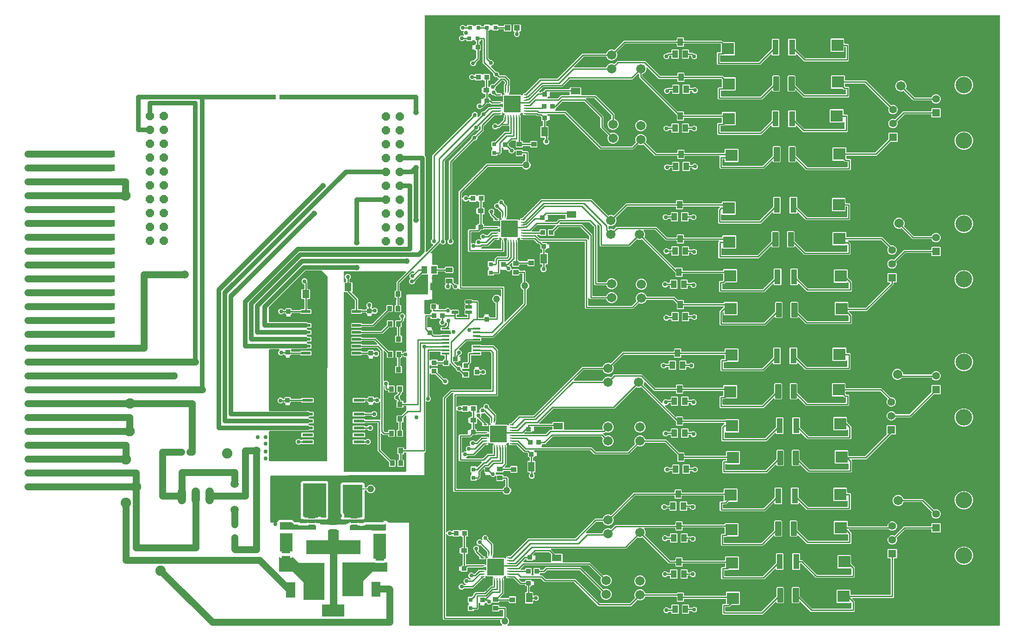
<source format=gbr>
G04 EAGLE Gerber RS-274X export*
G75*
%MOMM*%
%FSLAX34Y34*%
%LPD*%
%INTop Copper*%
%IPPOS*%
%AMOC8*
5,1,8,0,0,1.08239X$1,22.5*%
G01*
%ADD10C,1.270000*%
%ADD11R,0.635000X1.270000*%
%ADD12P,1.632244X8X112.500000*%
%ADD13C,1.524000*%
%ADD14R,1.981200X0.558800*%
%ADD15R,1.676400X0.508000*%
%ADD16R,0.754800X0.199200*%
%ADD17R,0.199200X0.804800*%
%ADD18R,3.100000X3.100000*%
%ADD19R,0.799997X0.755600*%
%ADD20R,1.005600X0.949997*%
%ADD21R,0.863600X0.812800*%
%ADD22R,0.965200X0.939800*%
%ADD23R,0.812800X0.863600*%
%ADD24R,0.860000X0.980000*%
%ADD25R,0.980000X0.920000*%
%ADD26R,1.160000X1.820000*%
%ADD27R,1.820000X1.160000*%
%ADD28R,0.890000X0.930000*%
%ADD29R,1.000000X1.400000*%
%ADD30R,1.090000X2.720000*%
%ADD31C,0.220000*%
%ADD32C,1.714500*%
%ADD33R,0.980000X0.870000*%
%ADD34R,0.870000X0.980000*%
%ADD35R,1.300000X1.500000*%
%ADD36R,0.920000X0.980000*%
%ADD37R,1.461200X0.350800*%
%ADD38R,1.398000X1.398000*%
%ADD39C,1.398000*%
%ADD40C,3.015000*%
%ADD41R,0.755600X0.799997*%
%ADD42R,1.498600X1.244600*%
%ADD43R,1.498600X2.616200*%
%ADD44R,1.470000X1.140000*%
%ADD45R,1.140000X1.470000*%
%ADD46R,1.100000X1.000000*%
%ADD47C,0.152600*%
%ADD48C,0.131600*%
%ADD49C,1.270000*%
%ADD50R,2.200000X2.150000*%
%ADD51R,2.150000X2.200000*%
%ADD52C,0.171119*%
%ADD53C,0.171097*%
%ADD54C,0.129488*%
%ADD55R,0.870000X0.930000*%
%ADD56R,0.930000X0.870000*%
%ADD57R,0.965200X0.812800*%
%ADD58C,0.300000*%
%ADD59C,0.812800*%
%ADD60C,1.350000*%
%ADD61C,1.500000*%
%ADD62C,0.254000*%
%ADD63C,0.756400*%
%ADD64C,1.905000*%
%ADD65C,1.056400*%
%ADD66C,0.152400*%

G36*
X1637656Y12208D02*
X1637656Y12208D01*
X1637775Y12215D01*
X1637813Y12228D01*
X1637854Y12233D01*
X1637964Y12276D01*
X1638077Y12313D01*
X1638112Y12335D01*
X1638149Y12350D01*
X1638245Y12419D01*
X1638346Y12483D01*
X1638374Y12513D01*
X1638407Y12536D01*
X1638483Y12628D01*
X1638564Y12715D01*
X1638584Y12750D01*
X1638609Y12781D01*
X1638660Y12889D01*
X1638718Y12993D01*
X1638728Y13033D01*
X1638745Y13069D01*
X1638767Y13186D01*
X1638797Y13301D01*
X1638801Y13361D01*
X1638805Y13381D01*
X1638803Y13402D01*
X1638807Y13462D01*
X1638807Y1129538D01*
X1638792Y1129656D01*
X1638785Y1129775D01*
X1638773Y1129813D01*
X1638767Y1129854D01*
X1638724Y1129964D01*
X1638687Y1130077D01*
X1638665Y1130112D01*
X1638650Y1130149D01*
X1638581Y1130245D01*
X1638517Y1130346D01*
X1638487Y1130374D01*
X1638464Y1130407D01*
X1638372Y1130483D01*
X1638285Y1130564D01*
X1638250Y1130584D01*
X1638219Y1130609D01*
X1638111Y1130660D01*
X1638007Y1130718D01*
X1637967Y1130728D01*
X1637931Y1130745D01*
X1637814Y1130767D01*
X1637699Y1130797D01*
X1637639Y1130801D01*
X1637619Y1130805D01*
X1637598Y1130803D01*
X1637538Y1130807D01*
X588010Y1130807D01*
X587892Y1130792D01*
X587773Y1130785D01*
X587735Y1130772D01*
X587694Y1130767D01*
X587584Y1130724D01*
X587471Y1130687D01*
X587436Y1130665D01*
X587399Y1130650D01*
X587303Y1130581D01*
X587202Y1130517D01*
X587174Y1130487D01*
X587141Y1130464D01*
X587066Y1130372D01*
X586984Y1130285D01*
X586964Y1130250D01*
X586939Y1130219D01*
X586888Y1130111D01*
X586830Y1130007D01*
X586820Y1129967D01*
X586803Y1129931D01*
X586781Y1129814D01*
X586751Y1129699D01*
X586747Y1129639D01*
X586743Y1129619D01*
X586745Y1129598D01*
X586741Y1129538D01*
X586741Y873299D01*
X586753Y873200D01*
X586756Y873101D01*
X586773Y873043D01*
X586781Y872983D01*
X586817Y872891D01*
X586845Y872796D01*
X586875Y872744D01*
X586898Y872687D01*
X586956Y872607D01*
X587006Y872522D01*
X587024Y872501D01*
X587884Y870427D01*
X587884Y698405D01*
X587901Y698268D01*
X587914Y698129D01*
X587921Y698110D01*
X587924Y698090D01*
X587975Y697961D01*
X588022Y697830D01*
X588033Y697813D01*
X588041Y697794D01*
X588122Y697682D01*
X588200Y697567D01*
X588216Y697553D01*
X588227Y697537D01*
X588335Y697448D01*
X588439Y697356D01*
X588457Y697347D01*
X588472Y697334D01*
X588598Y697275D01*
X588722Y697211D01*
X588742Y697207D01*
X588760Y697198D01*
X588896Y697172D01*
X589032Y697142D01*
X589053Y697142D01*
X589072Y697139D01*
X589211Y697147D01*
X589350Y697151D01*
X589370Y697157D01*
X589390Y697158D01*
X589522Y697201D01*
X589656Y697240D01*
X589673Y697250D01*
X589692Y697256D01*
X589810Y697331D01*
X589930Y697401D01*
X589951Y697420D01*
X589961Y697427D01*
X589975Y697442D01*
X590050Y697508D01*
X601786Y709243D01*
X601816Y709282D01*
X601853Y709316D01*
X601913Y709407D01*
X601981Y709494D01*
X602000Y709540D01*
X602028Y709581D01*
X602063Y709685D01*
X602107Y709786D01*
X602115Y709835D01*
X602131Y709882D01*
X602140Y709991D01*
X602157Y710100D01*
X602152Y710150D01*
X602156Y710199D01*
X602137Y710307D01*
X602127Y710417D01*
X602110Y710464D01*
X602102Y710513D01*
X602057Y710613D01*
X602019Y710716D01*
X601991Y710757D01*
X601971Y710803D01*
X601903Y710888D01*
X601841Y710979D01*
X601804Y711012D01*
X601773Y711051D01*
X601685Y711117D01*
X601602Y711190D01*
X601558Y711212D01*
X601518Y711242D01*
X601374Y711313D01*
X600244Y711781D01*
X598751Y713274D01*
X597943Y715224D01*
X597943Y717336D01*
X598751Y719286D01*
X600084Y720618D01*
X600144Y720697D01*
X600212Y720769D01*
X600241Y720822D01*
X600278Y720870D01*
X600318Y720961D01*
X600366Y721047D01*
X600381Y721106D01*
X600405Y721162D01*
X600420Y721259D01*
X600445Y721355D01*
X600451Y721455D01*
X600455Y721476D01*
X600453Y721488D01*
X600455Y721516D01*
X600455Y874283D01*
X672502Y946329D01*
X672562Y946407D01*
X672630Y946479D01*
X672659Y946532D01*
X672696Y946580D01*
X672736Y946671D01*
X672784Y946758D01*
X672799Y946816D01*
X672823Y946872D01*
X672838Y946970D01*
X672863Y947066D01*
X672869Y947166D01*
X672873Y947186D01*
X672871Y947198D01*
X672873Y947226D01*
X672873Y949111D01*
X673681Y951061D01*
X675174Y952554D01*
X677124Y953362D01*
X679236Y953362D01*
X681186Y952554D01*
X682679Y951061D01*
X683487Y949111D01*
X683487Y946999D01*
X682895Y945571D01*
X682882Y945525D01*
X682863Y945484D01*
X682859Y945464D01*
X682849Y945439D01*
X682835Y945350D01*
X682811Y945264D01*
X682810Y945206D01*
X682804Y945172D01*
X682804Y945160D01*
X682799Y945125D01*
X682807Y945036D01*
X682806Y944946D01*
X682822Y944880D01*
X682823Y944855D01*
X682825Y944850D01*
X682829Y944808D01*
X682859Y944724D01*
X682880Y944637D01*
X682913Y944575D01*
X682936Y944509D01*
X682987Y944435D01*
X683029Y944355D01*
X683076Y944304D01*
X683115Y944246D01*
X683182Y944187D01*
X683243Y944120D01*
X683301Y944082D01*
X683353Y944036D01*
X683433Y943995D01*
X683508Y943945D01*
X683574Y943923D01*
X683637Y943891D01*
X683724Y943871D01*
X683809Y943842D01*
X683879Y943837D01*
X683947Y943821D01*
X684037Y943824D01*
X684126Y943817D01*
X684195Y943829D01*
X684265Y943831D01*
X684351Y943856D01*
X684377Y943861D01*
X684390Y943862D01*
X684392Y943863D01*
X684440Y943871D01*
X684503Y943900D01*
X684570Y943919D01*
X684643Y943962D01*
X684685Y943979D01*
X684696Y943987D01*
X684730Y944002D01*
X684784Y944046D01*
X684844Y944081D01*
X684931Y944158D01*
X684943Y944166D01*
X684948Y944172D01*
X684965Y944187D01*
X688377Y947599D01*
X688437Y947677D01*
X688505Y947749D01*
X688534Y947802D01*
X688571Y947850D01*
X688611Y947941D01*
X688659Y948028D01*
X688674Y948086D01*
X688698Y948142D01*
X688713Y948240D01*
X688738Y948336D01*
X688744Y948436D01*
X688748Y948456D01*
X688746Y948468D01*
X688748Y948496D01*
X688748Y950381D01*
X689556Y952331D01*
X691049Y953824D01*
X692999Y954632D01*
X694884Y954632D01*
X694982Y954644D01*
X695081Y954647D01*
X695139Y954664D01*
X695199Y954672D01*
X695291Y954708D01*
X695386Y954736D01*
X695439Y954766D01*
X695495Y954789D01*
X695575Y954847D01*
X695660Y954897D01*
X695736Y954963D01*
X695752Y954975D01*
X695760Y954985D01*
X695781Y955003D01*
X702803Y962026D01*
X706007Y962026D01*
X706106Y962038D01*
X706205Y962041D01*
X706263Y962058D01*
X706323Y962066D01*
X706415Y962102D01*
X706510Y962130D01*
X706562Y962160D01*
X706619Y962183D01*
X706699Y962241D01*
X706784Y962291D01*
X706859Y962357D01*
X706876Y962369D01*
X706884Y962379D01*
X706905Y962397D01*
X707542Y963035D01*
X723663Y963035D01*
X723696Y963004D01*
X723749Y962975D01*
X723797Y962938D01*
X723888Y962898D01*
X723975Y962850D01*
X724033Y962835D01*
X724089Y962811D01*
X724187Y962796D01*
X724283Y962771D01*
X724383Y962765D01*
X724403Y962761D01*
X724415Y962763D01*
X724443Y962761D01*
X726892Y962761D01*
X727569Y962084D01*
X727678Y961999D01*
X727785Y961910D01*
X727804Y961901D01*
X727820Y961889D01*
X727947Y961834D01*
X728073Y961774D01*
X728093Y961771D01*
X728112Y961762D01*
X728250Y961741D01*
X728386Y961715D01*
X728406Y961716D01*
X728426Y961713D01*
X728565Y961726D01*
X728703Y961734D01*
X728722Y961741D01*
X728742Y961742D01*
X728874Y961790D01*
X729005Y961832D01*
X729023Y961843D01*
X729042Y961850D01*
X729157Y961928D01*
X729274Y962003D01*
X729288Y962017D01*
X729305Y962029D01*
X729397Y962133D01*
X729492Y962234D01*
X729502Y962252D01*
X729515Y962267D01*
X729578Y962391D01*
X729646Y962513D01*
X729651Y962532D01*
X729660Y962550D01*
X729690Y962686D01*
X729725Y962821D01*
X729727Y962849D01*
X729730Y962861D01*
X729729Y962881D01*
X729735Y962981D01*
X729735Y967499D01*
X729718Y967637D01*
X729705Y967775D01*
X729698Y967794D01*
X729695Y967814D01*
X729644Y967943D01*
X729597Y968074D01*
X729586Y968091D01*
X729578Y968110D01*
X729497Y968222D01*
X729419Y968338D01*
X729403Y968351D01*
X729392Y968367D01*
X729284Y968456D01*
X729180Y968548D01*
X729162Y968557D01*
X729147Y968570D01*
X729021Y968629D01*
X728897Y968693D01*
X728877Y968697D01*
X728859Y968706D01*
X728722Y968732D01*
X728587Y968762D01*
X728566Y968762D01*
X728547Y968765D01*
X728408Y968757D01*
X728269Y968753D01*
X728249Y968747D01*
X728229Y968746D01*
X728097Y968703D01*
X727963Y968664D01*
X727946Y968654D01*
X727927Y968648D01*
X727809Y968573D01*
X727689Y968503D01*
X727668Y968484D01*
X727658Y968477D01*
X727644Y968463D01*
X727569Y968396D01*
X726892Y967719D01*
X724443Y967719D01*
X724345Y967707D01*
X724246Y967704D01*
X724188Y967687D01*
X724128Y967679D01*
X724036Y967643D01*
X723941Y967615D01*
X723888Y967585D01*
X723832Y967562D01*
X723752Y967504D01*
X723667Y967454D01*
X723657Y967445D01*
X708431Y967445D01*
X707072Y968805D01*
X706978Y968878D01*
X706889Y968956D01*
X706853Y968975D01*
X706821Y969000D01*
X706711Y969047D01*
X706605Y969101D01*
X706566Y969110D01*
X706529Y969126D01*
X706411Y969145D01*
X706295Y969171D01*
X706255Y969169D01*
X706215Y969176D01*
X706096Y969165D01*
X705977Y969161D01*
X705938Y969150D01*
X705898Y969146D01*
X705786Y969106D01*
X705672Y969073D01*
X705637Y969052D01*
X705599Y969038D01*
X705500Y968972D01*
X705398Y968911D01*
X705353Y968871D01*
X705336Y968860D01*
X705322Y968845D01*
X705277Y968805D01*
X704974Y968501D01*
X700254Y968501D01*
X700156Y968489D01*
X700057Y968486D01*
X699999Y968469D01*
X699938Y968461D01*
X699846Y968425D01*
X699751Y968397D01*
X699699Y968367D01*
X699643Y968344D01*
X699563Y968286D01*
X699477Y968236D01*
X699402Y968170D01*
X699385Y968158D01*
X699378Y968148D01*
X699357Y968130D01*
X694371Y963144D01*
X692362Y961135D01*
X692306Y961135D01*
X692208Y961123D01*
X692109Y961120D01*
X692050Y961103D01*
X691990Y961095D01*
X691898Y961059D01*
X691803Y961031D01*
X691751Y961001D01*
X691695Y960978D01*
X691615Y960920D01*
X691529Y960870D01*
X691454Y960804D01*
X691437Y960792D01*
X691430Y960782D01*
X691408Y960764D01*
X690076Y959431D01*
X688126Y958623D01*
X686014Y958623D01*
X684064Y959431D01*
X682571Y960924D01*
X681763Y962874D01*
X681763Y964986D01*
X682571Y966936D01*
X684064Y968429D01*
X686014Y969237D01*
X688126Y969237D01*
X688489Y969086D01*
X688537Y969073D01*
X688582Y969052D01*
X688690Y969031D01*
X688796Y969002D01*
X688846Y969001D01*
X688895Y968992D01*
X689004Y968999D01*
X689114Y968997D01*
X689162Y969009D01*
X689212Y969012D01*
X689316Y969046D01*
X689423Y969071D01*
X689467Y969094D01*
X689514Y969110D01*
X689607Y969169D01*
X689704Y969220D01*
X689741Y969253D01*
X689783Y969280D01*
X689858Y969360D01*
X689940Y969434D01*
X689967Y969475D01*
X690001Y969512D01*
X690054Y969608D01*
X690114Y969700D01*
X690131Y969747D01*
X690155Y969790D01*
X690182Y969896D01*
X690218Y970000D01*
X690222Y970050D01*
X690234Y970098D01*
X690244Y970259D01*
X690244Y977699D01*
X690319Y977774D01*
X692912Y977774D01*
X693030Y977789D01*
X693149Y977796D01*
X693187Y977809D01*
X693228Y977814D01*
X693338Y977857D01*
X693451Y977894D01*
X693486Y977916D01*
X693523Y977931D01*
X693619Y978000D01*
X693720Y978064D01*
X693748Y978094D01*
X693781Y978117D01*
X693857Y978209D01*
X693938Y978296D01*
X693958Y978331D01*
X693983Y978362D01*
X694034Y978470D01*
X694092Y978574D01*
X694102Y978614D01*
X694119Y978650D01*
X694136Y978741D01*
X695074Y979679D01*
X695960Y979679D01*
X696078Y979694D01*
X696197Y979701D01*
X696235Y979714D01*
X696276Y979719D01*
X696386Y979762D01*
X696499Y979799D01*
X696534Y979821D01*
X696571Y979836D01*
X696667Y979905D01*
X696768Y979969D01*
X696796Y979999D01*
X696829Y980022D01*
X696905Y980114D01*
X696986Y980201D01*
X697006Y980236D01*
X697031Y980267D01*
X697082Y980375D01*
X697140Y980479D01*
X697150Y980519D01*
X697167Y980555D01*
X697189Y980672D01*
X697219Y980787D01*
X697223Y980847D01*
X697227Y980867D01*
X697225Y980888D01*
X697229Y980948D01*
X697229Y985596D01*
X697214Y985714D01*
X697207Y985833D01*
X697194Y985871D01*
X697189Y985912D01*
X697146Y986022D01*
X697109Y986135D01*
X697087Y986170D01*
X697072Y986207D01*
X697003Y986304D01*
X696939Y986404D01*
X696909Y986432D01*
X696886Y986465D01*
X696794Y986541D01*
X696707Y986622D01*
X696672Y986642D01*
X696641Y986667D01*
X696533Y986718D01*
X696429Y986776D01*
X696389Y986786D01*
X696353Y986803D01*
X696236Y986825D01*
X696121Y986855D01*
X696061Y986859D01*
X696041Y986863D01*
X696020Y986861D01*
X695960Y986865D01*
X693768Y986865D01*
X692838Y987796D01*
X692835Y987817D01*
X692792Y987927D01*
X692755Y988040D01*
X692733Y988075D01*
X692718Y988112D01*
X692649Y988208D01*
X692585Y988309D01*
X692555Y988337D01*
X692532Y988370D01*
X692440Y988446D01*
X692353Y988527D01*
X692318Y988547D01*
X692287Y988572D01*
X692179Y988623D01*
X692075Y988681D01*
X692035Y988691D01*
X691999Y988708D01*
X691882Y988730D01*
X691767Y988760D01*
X691707Y988764D01*
X691687Y988768D01*
X691666Y988766D01*
X691606Y988770D01*
X690355Y988770D01*
X690280Y988845D01*
X690280Y997435D01*
X690355Y997510D01*
X691606Y997510D01*
X691724Y997525D01*
X691843Y997532D01*
X691881Y997545D01*
X691922Y997550D01*
X692032Y997593D01*
X692145Y997630D01*
X692180Y997652D01*
X692217Y997667D01*
X692313Y997736D01*
X692414Y997800D01*
X692442Y997830D01*
X692475Y997853D01*
X692551Y997945D01*
X692632Y998032D01*
X692652Y998067D01*
X692677Y998098D01*
X692728Y998206D01*
X692786Y998310D01*
X692796Y998350D01*
X692813Y998386D01*
X692830Y998476D01*
X693768Y999415D01*
X695364Y999415D01*
X695482Y999430D01*
X695601Y999437D01*
X695639Y999449D01*
X695680Y999455D01*
X695790Y999498D01*
X695903Y999535D01*
X695938Y999557D01*
X695975Y999572D01*
X696071Y999641D01*
X696172Y999705D01*
X696200Y999735D01*
X696233Y999758D01*
X696309Y999850D01*
X696390Y999937D01*
X696410Y999972D01*
X696435Y1000003D01*
X696486Y1000111D01*
X696544Y1000215D01*
X696554Y1000255D01*
X696571Y1000291D01*
X696593Y1000408D01*
X696623Y1000523D01*
X696627Y1000583D01*
X696631Y1000603D01*
X696629Y1000624D01*
X696633Y1000684D01*
X696633Y1009777D01*
X696618Y1009895D01*
X696611Y1010014D01*
X696598Y1010052D01*
X696593Y1010093D01*
X696550Y1010203D01*
X696513Y1010316D01*
X696491Y1010351D01*
X696476Y1010388D01*
X696407Y1010484D01*
X696343Y1010585D01*
X696313Y1010613D01*
X696290Y1010646D01*
X696198Y1010722D01*
X696111Y1010803D01*
X696076Y1010823D01*
X696045Y1010848D01*
X695937Y1010899D01*
X695833Y1010957D01*
X695793Y1010967D01*
X695757Y1010984D01*
X695640Y1011006D01*
X695525Y1011036D01*
X695465Y1011040D01*
X695445Y1011044D01*
X695424Y1011042D01*
X695364Y1011046D01*
X694185Y1011046D01*
X693048Y1012184D01*
X692953Y1012257D01*
X692864Y1012336D01*
X692828Y1012354D01*
X692796Y1012379D01*
X692687Y1012426D01*
X692581Y1012481D01*
X692542Y1012489D01*
X692504Y1012505D01*
X692387Y1012524D01*
X692271Y1012550D01*
X692230Y1012549D01*
X692190Y1012555D01*
X692072Y1012544D01*
X691953Y1012541D01*
X691914Y1012529D01*
X691874Y1012526D01*
X691761Y1012485D01*
X691647Y1012452D01*
X691613Y1012432D01*
X691574Y1012418D01*
X691476Y1012351D01*
X691373Y1012291D01*
X691328Y1012251D01*
X691311Y1012239D01*
X691298Y1012224D01*
X691253Y1012184D01*
X690115Y1011046D01*
X679199Y1011046D01*
X678302Y1011944D01*
X678289Y1012045D01*
X678276Y1012184D01*
X678269Y1012203D01*
X678266Y1012223D01*
X678215Y1012352D01*
X678168Y1012483D01*
X678157Y1012500D01*
X678149Y1012518D01*
X678068Y1012630D01*
X677990Y1012746D01*
X677974Y1012759D01*
X677963Y1012776D01*
X677855Y1012865D01*
X677751Y1012956D01*
X677733Y1012966D01*
X677718Y1012979D01*
X677592Y1013038D01*
X677468Y1013101D01*
X677448Y1013105D01*
X677430Y1013114D01*
X677293Y1013140D01*
X677158Y1013171D01*
X677137Y1013170D01*
X677118Y1013174D01*
X676979Y1013165D01*
X676840Y1013161D01*
X676820Y1013155D01*
X676800Y1013154D01*
X676668Y1013111D01*
X676534Y1013073D01*
X676517Y1013062D01*
X676498Y1013056D01*
X676380Y1012982D01*
X676260Y1012911D01*
X676239Y1012892D01*
X676229Y1012886D01*
X676215Y1012871D01*
X676139Y1012805D01*
X676106Y1012771D01*
X674156Y1011963D01*
X672044Y1011963D01*
X670094Y1012771D01*
X668601Y1014264D01*
X667793Y1016214D01*
X667793Y1018326D01*
X668601Y1020276D01*
X670094Y1021769D01*
X672044Y1022577D01*
X674156Y1022577D01*
X676106Y1021769D01*
X676139Y1021735D01*
X676249Y1021650D01*
X676356Y1021561D01*
X676375Y1021553D01*
X676391Y1021540D01*
X676519Y1021485D01*
X676644Y1021426D01*
X676664Y1021422D01*
X676683Y1021414D01*
X676820Y1021392D01*
X676957Y1021366D01*
X676977Y1021367D01*
X676997Y1021364D01*
X677135Y1021377D01*
X677274Y1021386D01*
X677293Y1021392D01*
X677313Y1021394D01*
X677444Y1021441D01*
X677576Y1021484D01*
X677594Y1021495D01*
X677613Y1021502D01*
X677727Y1021580D01*
X677845Y1021654D01*
X677859Y1021669D01*
X677876Y1021680D01*
X677968Y1021784D01*
X678063Y1021886D01*
X678073Y1021903D01*
X678086Y1021919D01*
X678149Y1022042D01*
X678217Y1022164D01*
X678222Y1022184D01*
X678231Y1022202D01*
X678261Y1022338D01*
X678296Y1022472D01*
X678298Y1022500D01*
X678301Y1022512D01*
X678300Y1022533D01*
X678304Y1022598D01*
X679199Y1023494D01*
X690115Y1023494D01*
X691253Y1022356D01*
X691347Y1022283D01*
X691436Y1022204D01*
X691472Y1022186D01*
X691504Y1022161D01*
X691613Y1022113D01*
X691719Y1022059D01*
X691758Y1022051D01*
X691796Y1022035D01*
X691913Y1022016D01*
X692029Y1021990D01*
X692070Y1021991D01*
X692110Y1021985D01*
X692228Y1021996D01*
X692347Y1021999D01*
X692386Y1022011D01*
X692426Y1022014D01*
X692538Y1022055D01*
X692653Y1022088D01*
X692688Y1022108D01*
X692726Y1022122D01*
X692824Y1022189D01*
X692927Y1022249D01*
X692972Y1022289D01*
X692989Y1022301D01*
X693002Y1022316D01*
X693048Y1022356D01*
X694185Y1023494D01*
X705101Y1023494D01*
X705994Y1022601D01*
X705994Y1011939D01*
X705101Y1011046D01*
X703492Y1011046D01*
X703374Y1011031D01*
X703255Y1011024D01*
X703217Y1011011D01*
X703176Y1011006D01*
X703066Y1010963D01*
X702953Y1010926D01*
X702918Y1010904D01*
X702881Y1010889D01*
X702785Y1010820D01*
X702684Y1010756D01*
X702656Y1010726D01*
X702623Y1010703D01*
X702547Y1010611D01*
X702466Y1010524D01*
X702446Y1010489D01*
X702421Y1010458D01*
X702370Y1010350D01*
X702312Y1010246D01*
X702302Y1010206D01*
X702285Y1010170D01*
X702263Y1010053D01*
X702233Y1009938D01*
X702229Y1009878D01*
X702225Y1009858D01*
X702227Y1009837D01*
X702223Y1009777D01*
X702223Y1000684D01*
X702238Y1000566D01*
X702245Y1000447D01*
X702258Y1000409D01*
X702263Y1000368D01*
X702306Y1000258D01*
X702343Y1000145D01*
X702365Y1000110D01*
X702380Y1000073D01*
X702449Y999976D01*
X702513Y999876D01*
X702543Y999848D01*
X702566Y999815D01*
X702658Y999739D01*
X702745Y999658D01*
X702780Y999638D01*
X702811Y999613D01*
X702919Y999562D01*
X703023Y999504D01*
X703063Y999494D01*
X703099Y999477D01*
X703216Y999455D01*
X703331Y999425D01*
X703391Y999421D01*
X703411Y999417D01*
X703432Y999419D01*
X703492Y999415D01*
X704624Y999415D01*
X704742Y999430D01*
X704861Y999437D01*
X704899Y999449D01*
X704940Y999455D01*
X705050Y999498D01*
X705163Y999535D01*
X705198Y999557D01*
X705235Y999572D01*
X705331Y999641D01*
X705432Y999705D01*
X705460Y999735D01*
X705493Y999758D01*
X705569Y999850D01*
X705650Y999937D01*
X705670Y999972D01*
X705695Y1000003D01*
X705746Y1000111D01*
X705804Y1000215D01*
X705814Y1000255D01*
X705831Y1000291D01*
X705853Y1000408D01*
X705881Y1000517D01*
X706701Y1002496D01*
X708194Y1003989D01*
X710144Y1004797D01*
X712256Y1004797D01*
X712291Y1004782D01*
X712320Y1004774D01*
X712346Y1004761D01*
X712473Y1004732D01*
X712598Y1004698D01*
X712628Y1004697D01*
X712657Y1004691D01*
X712786Y1004695D01*
X712916Y1004693D01*
X712945Y1004700D01*
X712974Y1004701D01*
X713099Y1004737D01*
X713225Y1004767D01*
X713252Y1004781D01*
X713280Y1004789D01*
X713392Y1004855D01*
X713507Y1004916D01*
X713528Y1004936D01*
X713554Y1004951D01*
X713675Y1005057D01*
X721406Y1012789D01*
X721492Y1012898D01*
X721580Y1013005D01*
X721589Y1013024D01*
X721601Y1013040D01*
X721657Y1013168D01*
X721716Y1013293D01*
X721720Y1013313D01*
X721728Y1013332D01*
X721750Y1013470D01*
X721776Y1013606D01*
X721774Y1013626D01*
X721777Y1013646D01*
X721764Y1013785D01*
X721756Y1013923D01*
X721750Y1013942D01*
X721748Y1013962D01*
X721700Y1014094D01*
X721658Y1014225D01*
X721647Y1014243D01*
X721640Y1014262D01*
X721562Y1014377D01*
X721488Y1014494D01*
X721473Y1014508D01*
X721461Y1014525D01*
X721357Y1014617D01*
X721256Y1014712D01*
X721238Y1014722D01*
X721223Y1014735D01*
X721201Y1014746D01*
X719276Y1016672D01*
X719198Y1016732D01*
X719126Y1016800D01*
X719073Y1016829D01*
X719025Y1016866D01*
X718934Y1016906D01*
X718847Y1016954D01*
X718789Y1016969D01*
X718733Y1016993D01*
X718635Y1017008D01*
X718539Y1017033D01*
X718439Y1017039D01*
X718419Y1017043D01*
X718407Y1017041D01*
X718379Y1017043D01*
X716494Y1017043D01*
X714544Y1017851D01*
X713051Y1019344D01*
X712243Y1021294D01*
X712243Y1023179D01*
X712231Y1023277D01*
X712228Y1023376D01*
X712211Y1023434D01*
X712203Y1023494D01*
X712167Y1023586D01*
X712139Y1023681D01*
X712109Y1023734D01*
X712086Y1023790D01*
X712028Y1023870D01*
X711978Y1023955D01*
X711912Y1024031D01*
X711900Y1024047D01*
X711890Y1024055D01*
X711872Y1024076D01*
X692530Y1043417D01*
X692530Y1084326D01*
X692515Y1084444D01*
X692508Y1084563D01*
X692495Y1084601D01*
X692490Y1084642D01*
X692447Y1084752D01*
X692410Y1084865D01*
X692388Y1084900D01*
X692373Y1084937D01*
X692304Y1085033D01*
X692240Y1085134D01*
X692210Y1085162D01*
X692187Y1085195D01*
X692095Y1085271D01*
X692008Y1085352D01*
X691973Y1085372D01*
X691942Y1085397D01*
X691834Y1085448D01*
X691730Y1085506D01*
X691690Y1085516D01*
X691654Y1085533D01*
X691537Y1085555D01*
X691422Y1085585D01*
X691362Y1085589D01*
X691342Y1085593D01*
X691321Y1085591D01*
X691261Y1085595D01*
X689990Y1085595D01*
X689872Y1085580D01*
X689753Y1085573D01*
X689715Y1085560D01*
X689674Y1085555D01*
X689564Y1085512D01*
X689451Y1085475D01*
X689416Y1085453D01*
X689379Y1085438D01*
X689283Y1085369D01*
X689182Y1085305D01*
X689154Y1085275D01*
X689121Y1085252D01*
X689045Y1085160D01*
X688964Y1085073D01*
X688944Y1085038D01*
X688919Y1085007D01*
X688868Y1084899D01*
X688810Y1084795D01*
X688800Y1084755D01*
X688783Y1084719D01*
X688761Y1084602D01*
X688731Y1084487D01*
X688727Y1084427D01*
X688723Y1084407D01*
X688725Y1084386D01*
X688721Y1084326D01*
X688721Y1083758D01*
X687828Y1082865D01*
X687482Y1082865D01*
X687364Y1082850D01*
X687245Y1082843D01*
X687207Y1082831D01*
X687166Y1082825D01*
X687056Y1082782D01*
X686943Y1082745D01*
X686908Y1082723D01*
X686871Y1082708D01*
X686775Y1082639D01*
X686674Y1082575D01*
X686646Y1082545D01*
X686613Y1082522D01*
X686537Y1082430D01*
X686456Y1082343D01*
X686436Y1082308D01*
X686411Y1082277D01*
X686360Y1082169D01*
X686302Y1082065D01*
X686292Y1082025D01*
X686275Y1081989D01*
X686253Y1081872D01*
X686223Y1081757D01*
X686219Y1081697D01*
X686215Y1081677D01*
X686217Y1081656D01*
X686213Y1081596D01*
X686213Y1078738D01*
X686228Y1078620D01*
X686235Y1078501D01*
X686248Y1078463D01*
X686253Y1078422D01*
X686296Y1078312D01*
X686333Y1078199D01*
X686355Y1078164D01*
X686370Y1078127D01*
X686439Y1078031D01*
X686503Y1077930D01*
X686533Y1077902D01*
X686556Y1077869D01*
X686648Y1077793D01*
X686735Y1077712D01*
X686770Y1077692D01*
X686801Y1077667D01*
X686909Y1077616D01*
X687013Y1077558D01*
X687053Y1077548D01*
X687089Y1077531D01*
X687206Y1077509D01*
X687321Y1077479D01*
X687381Y1077475D01*
X687401Y1077471D01*
X687422Y1077473D01*
X687482Y1077469D01*
X688464Y1077469D01*
X689357Y1076576D01*
X689357Y1067184D01*
X688464Y1066291D01*
X687578Y1066291D01*
X687460Y1066276D01*
X687341Y1066269D01*
X687303Y1066256D01*
X687262Y1066251D01*
X687152Y1066208D01*
X687039Y1066171D01*
X687004Y1066149D01*
X686967Y1066134D01*
X686871Y1066065D01*
X686770Y1066001D01*
X686742Y1065971D01*
X686709Y1065948D01*
X686633Y1065856D01*
X686552Y1065769D01*
X686532Y1065734D01*
X686507Y1065703D01*
X686456Y1065595D01*
X686398Y1065491D01*
X686388Y1065451D01*
X686371Y1065415D01*
X686349Y1065298D01*
X686319Y1065183D01*
X686315Y1065123D01*
X686311Y1065103D01*
X686313Y1065082D01*
X686309Y1065022D01*
X686309Y1050021D01*
X680683Y1044396D01*
X680623Y1044318D01*
X680555Y1044246D01*
X680526Y1044193D01*
X680489Y1044145D01*
X680449Y1044054D01*
X680401Y1043967D01*
X680386Y1043909D01*
X680362Y1043853D01*
X680347Y1043755D01*
X680322Y1043659D01*
X680316Y1043559D01*
X680312Y1043539D01*
X680314Y1043527D01*
X680312Y1043499D01*
X680312Y1041614D01*
X679504Y1039664D01*
X678011Y1038171D01*
X676061Y1037363D01*
X673949Y1037363D01*
X671999Y1038171D01*
X670506Y1039664D01*
X669698Y1041614D01*
X669698Y1043726D01*
X670506Y1045676D01*
X671999Y1047169D01*
X673949Y1047977D01*
X675834Y1047977D01*
X675932Y1047989D01*
X676031Y1047992D01*
X676089Y1048009D01*
X676149Y1048017D01*
X676241Y1048053D01*
X676336Y1048081D01*
X676389Y1048111D01*
X676445Y1048134D01*
X676525Y1048192D01*
X676610Y1048242D01*
X676686Y1048308D01*
X676702Y1048320D01*
X676710Y1048330D01*
X676731Y1048348D01*
X680348Y1051965D01*
X680408Y1052043D01*
X680476Y1052115D01*
X680505Y1052168D01*
X680542Y1052216D01*
X680582Y1052307D01*
X680630Y1052394D01*
X680645Y1052452D01*
X680669Y1052508D01*
X680684Y1052606D01*
X680709Y1052702D01*
X680715Y1052802D01*
X680719Y1052822D01*
X680717Y1052834D01*
X680719Y1052862D01*
X680719Y1065022D01*
X680704Y1065140D01*
X680697Y1065259D01*
X680684Y1065297D01*
X680679Y1065338D01*
X680636Y1065448D01*
X680599Y1065561D01*
X680577Y1065596D01*
X680562Y1065633D01*
X680493Y1065729D01*
X680429Y1065830D01*
X680399Y1065858D01*
X680376Y1065891D01*
X680284Y1065967D01*
X680197Y1066048D01*
X680162Y1066068D01*
X680131Y1066093D01*
X680023Y1066144D01*
X679919Y1066202D01*
X679879Y1066212D01*
X679843Y1066229D01*
X679726Y1066251D01*
X679611Y1066281D01*
X679551Y1066285D01*
X679531Y1066289D01*
X679510Y1066287D01*
X679450Y1066291D01*
X678564Y1066291D01*
X677634Y1067222D01*
X677631Y1067243D01*
X677588Y1067353D01*
X677551Y1067466D01*
X677529Y1067501D01*
X677514Y1067538D01*
X677445Y1067634D01*
X677381Y1067735D01*
X677351Y1067763D01*
X677328Y1067796D01*
X677236Y1067872D01*
X677149Y1067953D01*
X677114Y1067973D01*
X677083Y1067998D01*
X676975Y1068049D01*
X676871Y1068107D01*
X676831Y1068117D01*
X676795Y1068134D01*
X676678Y1068156D01*
X676563Y1068186D01*
X676503Y1068190D01*
X676483Y1068194D01*
X676462Y1068192D01*
X676402Y1068196D01*
X673809Y1068196D01*
X673734Y1068271D01*
X673734Y1075489D01*
X673809Y1075564D01*
X676402Y1075564D01*
X676520Y1075579D01*
X676639Y1075586D01*
X676677Y1075599D01*
X676718Y1075604D01*
X676828Y1075647D01*
X676941Y1075684D01*
X676976Y1075706D01*
X677013Y1075721D01*
X677109Y1075790D01*
X677210Y1075854D01*
X677238Y1075884D01*
X677271Y1075907D01*
X677347Y1075999D01*
X677428Y1076086D01*
X677448Y1076121D01*
X677473Y1076152D01*
X677524Y1076260D01*
X677582Y1076364D01*
X677592Y1076404D01*
X677609Y1076440D01*
X677626Y1076531D01*
X678564Y1077469D01*
X679354Y1077469D01*
X679472Y1077484D01*
X679591Y1077491D01*
X679629Y1077504D01*
X679670Y1077509D01*
X679780Y1077552D01*
X679893Y1077589D01*
X679928Y1077611D01*
X679965Y1077626D01*
X680061Y1077695D01*
X680162Y1077759D01*
X680190Y1077789D01*
X680223Y1077812D01*
X680299Y1077904D01*
X680380Y1077991D01*
X680400Y1078026D01*
X680425Y1078057D01*
X680476Y1078165D01*
X680534Y1078269D01*
X680544Y1078309D01*
X680561Y1078345D01*
X680583Y1078462D01*
X680613Y1078577D01*
X680617Y1078637D01*
X680621Y1078657D01*
X680619Y1078678D01*
X680623Y1078738D01*
X680623Y1081596D01*
X680608Y1081714D01*
X680601Y1081833D01*
X680588Y1081871D01*
X680583Y1081912D01*
X680540Y1082022D01*
X680503Y1082135D01*
X680481Y1082170D01*
X680466Y1082207D01*
X680397Y1082304D01*
X680333Y1082404D01*
X680303Y1082432D01*
X680280Y1082465D01*
X680188Y1082541D01*
X680101Y1082622D01*
X680066Y1082642D01*
X680035Y1082667D01*
X679927Y1082718D01*
X679823Y1082776D01*
X679783Y1082786D01*
X679747Y1082803D01*
X679630Y1082825D01*
X679515Y1082855D01*
X679455Y1082859D01*
X679435Y1082863D01*
X679414Y1082861D01*
X679354Y1082865D01*
X679008Y1082865D01*
X678078Y1083796D01*
X678075Y1083817D01*
X678032Y1083927D01*
X677995Y1084040D01*
X677973Y1084075D01*
X677958Y1084112D01*
X677889Y1084208D01*
X677825Y1084309D01*
X677795Y1084337D01*
X677772Y1084370D01*
X677680Y1084446D01*
X677593Y1084527D01*
X677558Y1084547D01*
X677527Y1084572D01*
X677419Y1084623D01*
X677315Y1084681D01*
X677275Y1084691D01*
X677239Y1084708D01*
X677122Y1084730D01*
X677007Y1084760D01*
X676947Y1084764D01*
X676927Y1084768D01*
X676906Y1084766D01*
X676846Y1084770D01*
X674434Y1084770D01*
X674316Y1084755D01*
X674197Y1084748D01*
X674159Y1084735D01*
X674118Y1084730D01*
X674008Y1084687D01*
X673895Y1084650D01*
X673860Y1084628D01*
X673823Y1084613D01*
X673727Y1084544D01*
X673626Y1084480D01*
X673598Y1084450D01*
X673565Y1084427D01*
X673489Y1084335D01*
X673408Y1084248D01*
X673388Y1084213D01*
X673363Y1084182D01*
X673312Y1084074D01*
X673254Y1083970D01*
X673244Y1083930D01*
X673227Y1083894D01*
X673210Y1083804D01*
X672272Y1082865D01*
X663452Y1082865D01*
X662559Y1083758D01*
X662559Y1084326D01*
X662544Y1084444D01*
X662537Y1084563D01*
X662524Y1084601D01*
X662519Y1084642D01*
X662476Y1084752D01*
X662439Y1084865D01*
X662417Y1084900D01*
X662402Y1084937D01*
X662333Y1085033D01*
X662269Y1085134D01*
X662239Y1085162D01*
X662216Y1085195D01*
X662124Y1085271D01*
X662037Y1085352D01*
X662002Y1085372D01*
X661971Y1085397D01*
X661863Y1085448D01*
X661759Y1085506D01*
X661719Y1085516D01*
X661683Y1085533D01*
X661566Y1085555D01*
X661451Y1085585D01*
X661391Y1085589D01*
X661371Y1085593D01*
X661350Y1085591D01*
X661290Y1085595D01*
X659921Y1085595D01*
X659823Y1085583D01*
X659724Y1085580D01*
X659665Y1085563D01*
X659605Y1085555D01*
X659513Y1085519D01*
X659418Y1085491D01*
X659366Y1085461D01*
X659310Y1085438D01*
X659230Y1085380D01*
X659144Y1085330D01*
X659069Y1085264D01*
X659052Y1085252D01*
X659045Y1085242D01*
X659023Y1085224D01*
X657691Y1083891D01*
X655741Y1083083D01*
X653629Y1083083D01*
X651679Y1083891D01*
X650186Y1085384D01*
X649378Y1087334D01*
X649378Y1089446D01*
X650186Y1091396D01*
X651679Y1092889D01*
X653629Y1093697D01*
X655741Y1093697D01*
X656525Y1093372D01*
X656592Y1093353D01*
X656656Y1093326D01*
X656745Y1093312D01*
X656832Y1093288D01*
X656901Y1093287D01*
X656970Y1093276D01*
X657060Y1093284D01*
X657150Y1093283D01*
X657218Y1093299D01*
X657287Y1093306D01*
X657372Y1093336D01*
X657459Y1093357D01*
X657521Y1093390D01*
X657586Y1093413D01*
X657661Y1093464D01*
X657740Y1093506D01*
X657792Y1093553D01*
X657849Y1093592D01*
X657909Y1093659D01*
X657975Y1093720D01*
X658014Y1093778D01*
X658060Y1093830D01*
X658101Y1093910D01*
X658150Y1093985D01*
X658173Y1094051D01*
X658205Y1094113D01*
X658224Y1094201D01*
X658253Y1094286D01*
X658259Y1094356D01*
X658274Y1094424D01*
X658271Y1094514D01*
X658279Y1094603D01*
X658267Y1094672D01*
X658265Y1094742D01*
X658240Y1094828D01*
X658224Y1094916D01*
X658195Y1094980D01*
X658176Y1095047D01*
X658131Y1095124D01*
X658094Y1095206D01*
X658050Y1095261D01*
X658015Y1095321D01*
X657908Y1095442D01*
X657806Y1095544D01*
X656998Y1097494D01*
X656998Y1099606D01*
X657318Y1100378D01*
X657331Y1100426D01*
X657353Y1100471D01*
X657373Y1100579D01*
X657402Y1100685D01*
X657403Y1100735D01*
X657412Y1100784D01*
X657406Y1100893D01*
X657407Y1101003D01*
X657396Y1101051D01*
X657393Y1101101D01*
X657359Y1101205D01*
X657333Y1101312D01*
X657310Y1101356D01*
X657295Y1101403D01*
X657236Y1101496D01*
X657184Y1101593D01*
X657151Y1101630D01*
X657124Y1101672D01*
X657044Y1101747D01*
X656971Y1101829D01*
X656929Y1101856D01*
X656893Y1101890D01*
X656797Y1101943D01*
X656705Y1102003D01*
X656658Y1102020D01*
X656614Y1102044D01*
X656508Y1102071D01*
X656404Y1102107D01*
X656354Y1102111D01*
X656306Y1102123D01*
X656146Y1102133D01*
X654899Y1102133D01*
X652949Y1102941D01*
X651456Y1104434D01*
X650648Y1106384D01*
X650648Y1108496D01*
X651456Y1110446D01*
X652949Y1111939D01*
X654899Y1112747D01*
X657011Y1112747D01*
X658961Y1111939D01*
X660293Y1110606D01*
X660372Y1110546D01*
X660444Y1110478D01*
X660497Y1110449D01*
X660545Y1110412D01*
X660636Y1110372D01*
X660722Y1110324D01*
X660781Y1110309D01*
X660837Y1110285D01*
X660934Y1110270D01*
X661030Y1110245D01*
X661130Y1110239D01*
X661151Y1110235D01*
X661163Y1110237D01*
X661191Y1110235D01*
X662560Y1110235D01*
X662678Y1110250D01*
X662797Y1110257D01*
X662835Y1110270D01*
X662876Y1110275D01*
X662986Y1110318D01*
X663099Y1110355D01*
X663134Y1110377D01*
X663171Y1110392D01*
X663267Y1110461D01*
X663368Y1110525D01*
X663396Y1110555D01*
X663429Y1110578D01*
X663505Y1110670D01*
X663586Y1110757D01*
X663606Y1110792D01*
X663631Y1110823D01*
X663682Y1110931D01*
X663740Y1111035D01*
X663750Y1111075D01*
X663767Y1111111D01*
X663789Y1111228D01*
X663819Y1111343D01*
X663823Y1111403D01*
X663827Y1111423D01*
X663825Y1111444D01*
X663829Y1111504D01*
X663829Y1112072D01*
X664722Y1112965D01*
X673542Y1112965D01*
X674472Y1112034D01*
X674475Y1112013D01*
X674518Y1111903D01*
X674555Y1111790D01*
X674577Y1111755D01*
X674592Y1111718D01*
X674661Y1111622D01*
X674725Y1111521D01*
X674755Y1111493D01*
X674778Y1111460D01*
X674870Y1111384D01*
X674957Y1111303D01*
X674992Y1111283D01*
X675023Y1111258D01*
X675131Y1111207D01*
X675235Y1111149D01*
X675275Y1111139D01*
X675311Y1111122D01*
X675428Y1111100D01*
X675543Y1111070D01*
X675603Y1111066D01*
X675623Y1111062D01*
X675644Y1111064D01*
X675704Y1111060D01*
X678116Y1111060D01*
X678234Y1111075D01*
X678353Y1111082D01*
X678391Y1111095D01*
X678432Y1111100D01*
X678542Y1111143D01*
X678655Y1111180D01*
X678690Y1111202D01*
X678727Y1111217D01*
X678823Y1111286D01*
X678924Y1111350D01*
X678952Y1111380D01*
X678985Y1111403D01*
X679061Y1111495D01*
X679142Y1111582D01*
X679162Y1111617D01*
X679187Y1111648D01*
X679238Y1111756D01*
X679296Y1111860D01*
X679306Y1111900D01*
X679323Y1111936D01*
X679340Y1112026D01*
X680278Y1112965D01*
X689098Y1112965D01*
X689991Y1112072D01*
X689991Y1111504D01*
X690006Y1111386D01*
X690013Y1111267D01*
X690026Y1111229D01*
X690031Y1111188D01*
X690074Y1111078D01*
X690111Y1110965D01*
X690133Y1110930D01*
X690148Y1110893D01*
X690217Y1110797D01*
X690281Y1110696D01*
X690311Y1110668D01*
X690334Y1110635D01*
X690426Y1110559D01*
X690513Y1110478D01*
X690548Y1110458D01*
X690579Y1110433D01*
X690687Y1110382D01*
X690791Y1110324D01*
X690831Y1110314D01*
X690867Y1110297D01*
X690984Y1110275D01*
X691099Y1110245D01*
X691159Y1110241D01*
X691179Y1110237D01*
X691200Y1110239D01*
X691260Y1110235D01*
X693675Y1110235D01*
X693793Y1110250D01*
X693912Y1110257D01*
X693950Y1110270D01*
X693991Y1110275D01*
X694101Y1110318D01*
X694214Y1110355D01*
X694249Y1110377D01*
X694286Y1110392D01*
X694382Y1110461D01*
X694483Y1110525D01*
X694511Y1110555D01*
X694544Y1110578D01*
X694620Y1110670D01*
X694701Y1110757D01*
X694721Y1110792D01*
X694746Y1110823D01*
X694797Y1110931D01*
X694855Y1111035D01*
X694865Y1111075D01*
X694882Y1111111D01*
X694904Y1111228D01*
X694934Y1111343D01*
X694938Y1111403D01*
X694942Y1111423D01*
X694940Y1111444D01*
X694944Y1111504D01*
X694944Y1112707D01*
X695837Y1113600D01*
X704657Y1113600D01*
X705587Y1112669D01*
X705590Y1112648D01*
X705633Y1112538D01*
X705670Y1112425D01*
X705692Y1112390D01*
X705707Y1112353D01*
X705776Y1112257D01*
X705840Y1112156D01*
X705870Y1112128D01*
X705893Y1112095D01*
X705985Y1112019D01*
X706072Y1111938D01*
X706107Y1111918D01*
X706138Y1111893D01*
X706246Y1111842D01*
X706350Y1111784D01*
X706390Y1111774D01*
X706426Y1111757D01*
X706543Y1111735D01*
X706658Y1111705D01*
X706718Y1111701D01*
X706738Y1111697D01*
X706759Y1111699D01*
X706819Y1111695D01*
X709231Y1111695D01*
X709349Y1111710D01*
X709468Y1111717D01*
X709506Y1111730D01*
X709547Y1111735D01*
X709657Y1111778D01*
X709770Y1111815D01*
X709805Y1111837D01*
X709842Y1111852D01*
X709938Y1111921D01*
X710039Y1111985D01*
X710067Y1112015D01*
X710100Y1112038D01*
X710176Y1112130D01*
X710257Y1112217D01*
X710277Y1112252D01*
X710302Y1112283D01*
X710353Y1112391D01*
X710411Y1112495D01*
X710421Y1112535D01*
X710438Y1112571D01*
X710455Y1112661D01*
X711393Y1113600D01*
X720213Y1113600D01*
X721106Y1112707D01*
X721106Y1112139D01*
X721121Y1112021D01*
X721128Y1111902D01*
X721141Y1111864D01*
X721146Y1111823D01*
X721189Y1111713D01*
X721226Y1111600D01*
X721248Y1111565D01*
X721263Y1111528D01*
X721332Y1111432D01*
X721396Y1111331D01*
X721426Y1111303D01*
X721449Y1111270D01*
X721541Y1111194D01*
X721628Y1111113D01*
X721663Y1111093D01*
X721694Y1111068D01*
X721802Y1111017D01*
X721906Y1110959D01*
X721946Y1110949D01*
X721982Y1110932D01*
X722099Y1110910D01*
X722214Y1110880D01*
X722274Y1110876D01*
X722294Y1110872D01*
X722315Y1110874D01*
X722375Y1110870D01*
X729966Y1110870D01*
X730084Y1110885D01*
X730203Y1110892D01*
X730241Y1110905D01*
X730282Y1110910D01*
X730392Y1110953D01*
X730505Y1110990D01*
X730540Y1111012D01*
X730577Y1111027D01*
X730673Y1111096D01*
X730774Y1111160D01*
X730802Y1111190D01*
X730835Y1111213D01*
X730911Y1111305D01*
X730992Y1111392D01*
X731012Y1111427D01*
X731037Y1111458D01*
X731088Y1111566D01*
X731146Y1111670D01*
X731156Y1111710D01*
X731173Y1111746D01*
X731195Y1111863D01*
X731225Y1111978D01*
X731229Y1112038D01*
X731233Y1112058D01*
X731231Y1112079D01*
X731235Y1112139D01*
X731235Y1113072D01*
X732128Y1113965D01*
X744392Y1113965D01*
X745285Y1113072D01*
X745285Y1101808D01*
X744392Y1100915D01*
X732128Y1100915D01*
X731235Y1101808D01*
X731235Y1104011D01*
X731220Y1104129D01*
X731213Y1104248D01*
X731200Y1104286D01*
X731195Y1104327D01*
X731152Y1104437D01*
X731115Y1104550D01*
X731093Y1104585D01*
X731078Y1104622D01*
X731009Y1104718D01*
X730945Y1104819D01*
X730915Y1104847D01*
X730892Y1104880D01*
X730800Y1104956D01*
X730713Y1105037D01*
X730678Y1105057D01*
X730647Y1105082D01*
X730539Y1105133D01*
X730435Y1105191D01*
X730395Y1105201D01*
X730359Y1105218D01*
X730242Y1105240D01*
X730127Y1105270D01*
X730067Y1105274D01*
X730047Y1105278D01*
X730026Y1105276D01*
X729966Y1105280D01*
X722375Y1105280D01*
X722257Y1105265D01*
X722138Y1105258D01*
X722100Y1105245D01*
X722059Y1105240D01*
X721949Y1105197D01*
X721836Y1105160D01*
X721801Y1105138D01*
X721764Y1105123D01*
X721668Y1105054D01*
X721567Y1104990D01*
X721539Y1104960D01*
X721506Y1104937D01*
X721430Y1104845D01*
X721349Y1104758D01*
X721329Y1104723D01*
X721304Y1104692D01*
X721253Y1104584D01*
X721195Y1104480D01*
X721185Y1104440D01*
X721168Y1104404D01*
X721146Y1104287D01*
X721116Y1104172D01*
X721112Y1104112D01*
X721108Y1104092D01*
X721110Y1104071D01*
X721106Y1104011D01*
X721106Y1103443D01*
X720213Y1102550D01*
X711393Y1102550D01*
X710463Y1103481D01*
X710460Y1103502D01*
X710417Y1103612D01*
X710380Y1103725D01*
X710358Y1103760D01*
X710343Y1103797D01*
X710274Y1103893D01*
X710210Y1103994D01*
X710180Y1104022D01*
X710157Y1104055D01*
X710065Y1104131D01*
X709978Y1104212D01*
X709943Y1104232D01*
X709912Y1104257D01*
X709804Y1104308D01*
X709700Y1104366D01*
X709660Y1104376D01*
X709624Y1104393D01*
X709507Y1104415D01*
X709392Y1104445D01*
X709332Y1104449D01*
X709312Y1104453D01*
X709291Y1104451D01*
X709231Y1104455D01*
X706819Y1104455D01*
X706701Y1104440D01*
X706582Y1104433D01*
X706544Y1104420D01*
X706503Y1104415D01*
X706393Y1104372D01*
X706280Y1104335D01*
X706245Y1104313D01*
X706208Y1104298D01*
X706112Y1104229D01*
X706011Y1104165D01*
X705983Y1104135D01*
X705950Y1104112D01*
X705874Y1104020D01*
X705793Y1103933D01*
X705773Y1103898D01*
X705748Y1103867D01*
X705697Y1103759D01*
X705639Y1103655D01*
X705629Y1103615D01*
X705612Y1103579D01*
X705595Y1103489D01*
X704657Y1102550D01*
X703676Y1102550D01*
X703558Y1102535D01*
X703439Y1102528D01*
X703401Y1102516D01*
X703360Y1102510D01*
X703250Y1102467D01*
X703137Y1102430D01*
X703102Y1102408D01*
X703065Y1102393D01*
X702969Y1102324D01*
X702868Y1102260D01*
X702840Y1102230D01*
X702807Y1102207D01*
X702731Y1102115D01*
X702650Y1102028D01*
X702630Y1101993D01*
X702605Y1101962D01*
X702554Y1101854D01*
X702496Y1101750D01*
X702486Y1101710D01*
X702469Y1101674D01*
X702447Y1101557D01*
X702417Y1101442D01*
X702413Y1101382D01*
X702409Y1101362D01*
X702411Y1101341D01*
X702407Y1101281D01*
X702407Y1052766D01*
X702419Y1052668D01*
X702422Y1052569D01*
X702439Y1052511D01*
X702447Y1052451D01*
X702483Y1052359D01*
X702511Y1052264D01*
X702541Y1052211D01*
X702564Y1052155D01*
X702622Y1052075D01*
X702672Y1051990D01*
X702738Y1051914D01*
X702750Y1051898D01*
X702760Y1051890D01*
X702778Y1051869D01*
X705664Y1048983D01*
X705742Y1048923D01*
X705814Y1048855D01*
X705867Y1048826D01*
X705915Y1048789D01*
X706006Y1048749D01*
X706093Y1048701D01*
X706151Y1048686D01*
X706207Y1048662D01*
X706305Y1048647D01*
X706401Y1048622D01*
X706501Y1048616D01*
X706521Y1048612D01*
X706533Y1048614D01*
X706561Y1048612D01*
X708446Y1048612D01*
X710396Y1047804D01*
X711889Y1046311D01*
X712697Y1044361D01*
X712697Y1042249D01*
X711889Y1040299D01*
X710396Y1038806D01*
X708368Y1037966D01*
X708325Y1037942D01*
X708278Y1037925D01*
X708187Y1037863D01*
X708092Y1037809D01*
X708056Y1037774D01*
X708015Y1037746D01*
X707942Y1037664D01*
X707863Y1037587D01*
X707837Y1037545D01*
X707805Y1037508D01*
X707755Y1037410D01*
X707697Y1037316D01*
X707683Y1037269D01*
X707660Y1037224D01*
X707636Y1037117D01*
X707604Y1037012D01*
X707601Y1036963D01*
X707590Y1036914D01*
X707594Y1036804D01*
X707588Y1036695D01*
X707598Y1036646D01*
X707600Y1036596D01*
X707630Y1036491D01*
X707653Y1036383D01*
X707675Y1036339D01*
X707688Y1036291D01*
X707744Y1036196D01*
X707792Y1036098D01*
X707825Y1036060D01*
X707850Y1036017D01*
X707956Y1035896D01*
X715824Y1028028D01*
X715902Y1027968D01*
X715974Y1027900D01*
X716027Y1027871D01*
X716075Y1027834D01*
X716166Y1027794D01*
X716253Y1027746D01*
X716311Y1027731D01*
X716367Y1027707D01*
X716465Y1027692D01*
X716561Y1027667D01*
X716661Y1027661D01*
X716681Y1027657D01*
X716693Y1027659D01*
X716721Y1027657D01*
X718606Y1027657D01*
X720556Y1026849D01*
X722049Y1025356D01*
X722857Y1023406D01*
X722857Y1021814D01*
X722872Y1021696D01*
X722879Y1021577D01*
X722892Y1021539D01*
X722897Y1021498D01*
X722940Y1021388D01*
X722977Y1021275D01*
X722999Y1021240D01*
X723014Y1021203D01*
X723083Y1021107D01*
X723147Y1021006D01*
X723177Y1020978D01*
X723200Y1020945D01*
X723292Y1020869D01*
X723379Y1020788D01*
X723414Y1020768D01*
X723445Y1020743D01*
X723553Y1020692D01*
X723657Y1020634D01*
X723697Y1020624D01*
X723733Y1020607D01*
X723850Y1020585D01*
X723965Y1020555D01*
X724025Y1020551D01*
X724045Y1020547D01*
X724066Y1020549D01*
X724126Y1020545D01*
X734545Y1020545D01*
X736554Y1018536D01*
X742415Y1012675D01*
X742415Y1001542D01*
X742366Y1001479D01*
X742298Y1001407D01*
X742269Y1001354D01*
X742232Y1001306D01*
X742192Y1001215D01*
X742144Y1001128D01*
X742129Y1001069D01*
X742105Y1001014D01*
X742090Y1000916D01*
X742065Y1000820D01*
X742059Y1000720D01*
X742055Y1000700D01*
X742057Y1000687D01*
X742055Y1000659D01*
X742055Y991087D01*
X742024Y991054D01*
X741995Y991001D01*
X741958Y990953D01*
X741918Y990862D01*
X741870Y990775D01*
X741855Y990717D01*
X741831Y990661D01*
X741816Y990563D01*
X741791Y990467D01*
X741785Y990367D01*
X741781Y990347D01*
X741783Y990335D01*
X741781Y990307D01*
X741781Y987608D01*
X741104Y986931D01*
X741019Y986822D01*
X740930Y986715D01*
X740921Y986696D01*
X740909Y986680D01*
X740854Y986553D01*
X740794Y986427D01*
X740791Y986407D01*
X740782Y986388D01*
X740761Y986250D01*
X740735Y986114D01*
X740736Y986094D01*
X740733Y986074D01*
X740746Y985935D01*
X740754Y985797D01*
X740761Y985778D01*
X740762Y985758D01*
X740810Y985626D01*
X740852Y985495D01*
X740863Y985477D01*
X740870Y985458D01*
X740948Y985343D01*
X741023Y985226D01*
X741037Y985212D01*
X741049Y985195D01*
X741153Y985103D01*
X741254Y985008D01*
X741272Y984998D01*
X741287Y984985D01*
X741411Y984922D01*
X741533Y984854D01*
X741552Y984849D01*
X741570Y984840D01*
X741706Y984810D01*
X741841Y984775D01*
X741869Y984773D01*
X741881Y984770D01*
X741901Y984771D01*
X742001Y984765D01*
X762892Y984765D01*
X763569Y984088D01*
X763678Y984003D01*
X763785Y983914D01*
X763804Y983905D01*
X763820Y983893D01*
X763947Y983838D01*
X764073Y983778D01*
X764093Y983775D01*
X764112Y983766D01*
X764250Y983745D01*
X764386Y983719D01*
X764406Y983720D01*
X764426Y983717D01*
X764565Y983730D01*
X764703Y983738D01*
X764722Y983745D01*
X764742Y983746D01*
X764874Y983794D01*
X765005Y983836D01*
X765023Y983847D01*
X765042Y983854D01*
X765157Y983932D01*
X765274Y984007D01*
X765288Y984021D01*
X765305Y984033D01*
X765397Y984137D01*
X765492Y984238D01*
X765502Y984256D01*
X765515Y984271D01*
X765578Y984395D01*
X765646Y984517D01*
X765651Y984536D01*
X765660Y984554D01*
X765690Y984690D01*
X765725Y984825D01*
X765727Y984853D01*
X765730Y984865D01*
X765729Y984885D01*
X765735Y984985D01*
X765735Y986868D01*
X766628Y987761D01*
X769077Y987761D01*
X769175Y987773D01*
X769274Y987776D01*
X769332Y987793D01*
X769392Y987801D01*
X769484Y987837D01*
X769579Y987865D01*
X769632Y987895D01*
X769688Y987918D01*
X769768Y987976D01*
X769853Y988026D01*
X769929Y988092D01*
X769945Y988104D01*
X769953Y988114D01*
X769974Y988132D01*
X794818Y1012976D01*
X796826Y1014985D01*
X828897Y1014985D01*
X828995Y1014997D01*
X829094Y1015000D01*
X829152Y1015017D01*
X829212Y1015025D01*
X829304Y1015061D01*
X829399Y1015089D01*
X829452Y1015119D01*
X829508Y1015142D01*
X829588Y1015200D01*
X829673Y1015250D01*
X829749Y1015316D01*
X829765Y1015328D01*
X829773Y1015338D01*
X829794Y1015356D01*
X875142Y1060705D01*
X917750Y1060705D01*
X917780Y1060708D01*
X917809Y1060706D01*
X917937Y1060728D01*
X918066Y1060745D01*
X918093Y1060755D01*
X918122Y1060760D01*
X918241Y1060814D01*
X918362Y1060862D01*
X918385Y1060879D01*
X918412Y1060891D01*
X918514Y1060972D01*
X918619Y1061048D01*
X918638Y1061071D01*
X918661Y1061090D01*
X918739Y1061193D01*
X918822Y1061293D01*
X918834Y1061320D01*
X918852Y1061344D01*
X918923Y1061488D01*
X919810Y1063630D01*
X922650Y1066470D01*
X926361Y1068007D01*
X930378Y1068007D01*
X932520Y1067120D01*
X932548Y1067112D01*
X932575Y1067099D01*
X932701Y1067071D01*
X932827Y1067036D01*
X932856Y1067036D01*
X932885Y1067029D01*
X933015Y1067033D01*
X933145Y1067031D01*
X933173Y1067038D01*
X933203Y1067039D01*
X933327Y1067075D01*
X933454Y1067105D01*
X933480Y1067119D01*
X933508Y1067127D01*
X933620Y1067193D01*
X933735Y1067254D01*
X933757Y1067274D01*
X933782Y1067289D01*
X933903Y1067395D01*
X950912Y1084405D01*
X1046306Y1084405D01*
X1046424Y1084420D01*
X1046543Y1084427D01*
X1046581Y1084440D01*
X1046622Y1084445D01*
X1046732Y1084488D01*
X1046845Y1084525D01*
X1046880Y1084547D01*
X1046917Y1084562D01*
X1047013Y1084631D01*
X1047114Y1084695D01*
X1047142Y1084725D01*
X1047175Y1084748D01*
X1047251Y1084840D01*
X1047332Y1084927D01*
X1047352Y1084962D01*
X1047377Y1084993D01*
X1047428Y1085101D01*
X1047486Y1085205D01*
X1047496Y1085245D01*
X1047513Y1085281D01*
X1047535Y1085398D01*
X1047565Y1085513D01*
X1047569Y1085573D01*
X1047573Y1085593D01*
X1047571Y1085614D01*
X1047575Y1085674D01*
X1047575Y1089242D01*
X1048468Y1090135D01*
X1059732Y1090135D01*
X1060625Y1089242D01*
X1060625Y1085674D01*
X1060640Y1085556D01*
X1060647Y1085437D01*
X1060660Y1085399D01*
X1060665Y1085358D01*
X1060708Y1085248D01*
X1060745Y1085135D01*
X1060767Y1085100D01*
X1060782Y1085063D01*
X1060851Y1084967D01*
X1060915Y1084866D01*
X1060945Y1084838D01*
X1060968Y1084805D01*
X1061060Y1084729D01*
X1061147Y1084648D01*
X1061182Y1084628D01*
X1061213Y1084603D01*
X1061321Y1084552D01*
X1061425Y1084494D01*
X1061465Y1084484D01*
X1061501Y1084467D01*
X1061618Y1084445D01*
X1061733Y1084415D01*
X1061793Y1084411D01*
X1061813Y1084407D01*
X1061834Y1084409D01*
X1061894Y1084405D01*
X1130208Y1084405D01*
X1132216Y1082396D01*
X1132626Y1081987D01*
X1132704Y1081926D01*
X1132776Y1081858D01*
X1132829Y1081829D01*
X1132877Y1081792D01*
X1132968Y1081752D01*
X1133055Y1081704D01*
X1133113Y1081689D01*
X1133169Y1081665D01*
X1133267Y1081650D01*
X1133363Y1081625D01*
X1133463Y1081619D01*
X1133483Y1081615D01*
X1133495Y1081617D01*
X1133523Y1081615D01*
X1152952Y1081615D01*
X1153845Y1080722D01*
X1153845Y1057958D01*
X1152952Y1057065D01*
X1129688Y1057065D01*
X1129470Y1057284D01*
X1129392Y1057344D01*
X1129320Y1057412D01*
X1129267Y1057441D01*
X1129219Y1057478D01*
X1129128Y1057518D01*
X1129041Y1057566D01*
X1128983Y1057581D01*
X1128927Y1057605D01*
X1128829Y1057620D01*
X1128733Y1057645D01*
X1128633Y1057651D01*
X1128613Y1057655D01*
X1128601Y1057653D01*
X1128573Y1057655D01*
X1128014Y1057655D01*
X1127896Y1057640D01*
X1127777Y1057633D01*
X1127739Y1057620D01*
X1127698Y1057615D01*
X1127588Y1057572D01*
X1127475Y1057535D01*
X1127440Y1057513D01*
X1127403Y1057498D01*
X1127307Y1057429D01*
X1127206Y1057365D01*
X1127178Y1057335D01*
X1127145Y1057312D01*
X1127069Y1057220D01*
X1126988Y1057133D01*
X1126968Y1057098D01*
X1126943Y1057067D01*
X1126892Y1056959D01*
X1126834Y1056855D01*
X1126824Y1056815D01*
X1126807Y1056779D01*
X1126785Y1056662D01*
X1126755Y1056547D01*
X1126751Y1056487D01*
X1126747Y1056467D01*
X1126749Y1056446D01*
X1126745Y1056386D01*
X1126745Y1046734D01*
X1126760Y1046616D01*
X1126767Y1046497D01*
X1126780Y1046459D01*
X1126785Y1046418D01*
X1126828Y1046308D01*
X1126865Y1046195D01*
X1126887Y1046160D01*
X1126902Y1046123D01*
X1126971Y1046027D01*
X1127035Y1045926D01*
X1127065Y1045898D01*
X1127088Y1045865D01*
X1127180Y1045789D01*
X1127267Y1045708D01*
X1127302Y1045688D01*
X1127333Y1045663D01*
X1127441Y1045612D01*
X1127545Y1045554D01*
X1127585Y1045544D01*
X1127621Y1045527D01*
X1127738Y1045505D01*
X1127853Y1045475D01*
X1127913Y1045471D01*
X1127933Y1045467D01*
X1127954Y1045469D01*
X1128014Y1045465D01*
X1197287Y1045465D01*
X1197385Y1045477D01*
X1197484Y1045480D01*
X1197542Y1045497D01*
X1197602Y1045505D01*
X1197694Y1045541D01*
X1197789Y1045569D01*
X1197842Y1045599D01*
X1197898Y1045622D01*
X1197978Y1045680D01*
X1198063Y1045730D01*
X1198139Y1045796D01*
X1198155Y1045808D01*
X1198163Y1045818D01*
X1198184Y1045836D01*
X1220834Y1068486D01*
X1220894Y1068564D01*
X1220962Y1068636D01*
X1220991Y1068689D01*
X1221028Y1068737D01*
X1221068Y1068828D01*
X1221116Y1068915D01*
X1221131Y1068973D01*
X1221155Y1069029D01*
X1221170Y1069127D01*
X1221195Y1069223D01*
X1221201Y1069323D01*
X1221205Y1069343D01*
X1221203Y1069355D01*
X1221205Y1069383D01*
X1221205Y1086112D01*
X1222098Y1087005D01*
X1234262Y1087005D01*
X1235155Y1086112D01*
X1235155Y1057648D01*
X1234262Y1056755D01*
X1222098Y1056755D01*
X1221205Y1057648D01*
X1221205Y1057889D01*
X1221188Y1058026D01*
X1221175Y1058165D01*
X1221168Y1058184D01*
X1221165Y1058204D01*
X1221114Y1058333D01*
X1221067Y1058464D01*
X1221056Y1058481D01*
X1221048Y1058500D01*
X1220967Y1058612D01*
X1220889Y1058727D01*
X1220873Y1058741D01*
X1220862Y1058757D01*
X1220754Y1058846D01*
X1220650Y1058938D01*
X1220632Y1058947D01*
X1220617Y1058960D01*
X1220491Y1059019D01*
X1220367Y1059083D01*
X1220347Y1059087D01*
X1220329Y1059096D01*
X1220193Y1059122D01*
X1220057Y1059152D01*
X1220036Y1059152D01*
X1220017Y1059155D01*
X1219878Y1059147D01*
X1219739Y1059143D01*
X1219719Y1059137D01*
X1219699Y1059136D01*
X1219567Y1059093D01*
X1219433Y1059054D01*
X1219416Y1059044D01*
X1219397Y1059038D01*
X1219279Y1058963D01*
X1219159Y1058893D01*
X1219138Y1058874D01*
X1219128Y1058867D01*
X1219114Y1058853D01*
X1219039Y1058786D01*
X1200128Y1039875D01*
X1122792Y1039875D01*
X1121155Y1041512D01*
X1121155Y1061608D01*
X1122792Y1063245D01*
X1127526Y1063245D01*
X1127644Y1063260D01*
X1127763Y1063267D01*
X1127801Y1063280D01*
X1127842Y1063285D01*
X1127952Y1063328D01*
X1128065Y1063365D01*
X1128100Y1063387D01*
X1128137Y1063402D01*
X1128233Y1063471D01*
X1128334Y1063535D01*
X1128362Y1063565D01*
X1128395Y1063588D01*
X1128471Y1063680D01*
X1128552Y1063767D01*
X1128572Y1063802D01*
X1128597Y1063833D01*
X1128648Y1063941D01*
X1128706Y1064045D01*
X1128716Y1064085D01*
X1128733Y1064121D01*
X1128755Y1064238D01*
X1128785Y1064353D01*
X1128789Y1064413D01*
X1128793Y1064433D01*
X1128791Y1064454D01*
X1128795Y1064514D01*
X1128795Y1077387D01*
X1128783Y1077485D01*
X1128780Y1077584D01*
X1128763Y1077642D01*
X1128755Y1077702D01*
X1128719Y1077794D01*
X1128691Y1077890D01*
X1128661Y1077942D01*
X1128638Y1077998D01*
X1128580Y1078078D01*
X1128530Y1078163D01*
X1128464Y1078239D01*
X1128452Y1078255D01*
X1128442Y1078263D01*
X1128423Y1078284D01*
X1128264Y1078444D01*
X1128186Y1078504D01*
X1128114Y1078572D01*
X1128061Y1078601D01*
X1128013Y1078639D01*
X1127922Y1078678D01*
X1127835Y1078726D01*
X1127777Y1078741D01*
X1127721Y1078765D01*
X1127623Y1078780D01*
X1127527Y1078805D01*
X1127427Y1078811D01*
X1127407Y1078815D01*
X1127395Y1078813D01*
X1127367Y1078815D01*
X1061894Y1078815D01*
X1061776Y1078800D01*
X1061657Y1078793D01*
X1061619Y1078780D01*
X1061578Y1078775D01*
X1061468Y1078732D01*
X1061355Y1078695D01*
X1061320Y1078673D01*
X1061283Y1078658D01*
X1061187Y1078589D01*
X1061086Y1078525D01*
X1061058Y1078495D01*
X1061025Y1078472D01*
X1060949Y1078380D01*
X1060868Y1078293D01*
X1060848Y1078258D01*
X1060823Y1078227D01*
X1060772Y1078119D01*
X1060714Y1078015D01*
X1060704Y1077975D01*
X1060687Y1077939D01*
X1060665Y1077822D01*
X1060635Y1077707D01*
X1060631Y1077647D01*
X1060627Y1077627D01*
X1060629Y1077606D01*
X1060625Y1077546D01*
X1060625Y1073978D01*
X1059732Y1073085D01*
X1048468Y1073085D01*
X1047575Y1073978D01*
X1047575Y1077546D01*
X1047560Y1077664D01*
X1047553Y1077783D01*
X1047540Y1077821D01*
X1047535Y1077862D01*
X1047492Y1077972D01*
X1047455Y1078085D01*
X1047433Y1078120D01*
X1047418Y1078157D01*
X1047349Y1078253D01*
X1047285Y1078354D01*
X1047255Y1078382D01*
X1047232Y1078415D01*
X1047140Y1078491D01*
X1047053Y1078572D01*
X1047018Y1078592D01*
X1046987Y1078617D01*
X1046879Y1078668D01*
X1046775Y1078726D01*
X1046735Y1078736D01*
X1046699Y1078753D01*
X1046582Y1078775D01*
X1046467Y1078805D01*
X1046407Y1078809D01*
X1046387Y1078813D01*
X1046366Y1078811D01*
X1046306Y1078815D01*
X953753Y1078815D01*
X953655Y1078803D01*
X953556Y1078800D01*
X953498Y1078783D01*
X953438Y1078775D01*
X953346Y1078739D01*
X953251Y1078711D01*
X953198Y1078681D01*
X953142Y1078658D01*
X953062Y1078600D01*
X952977Y1078550D01*
X952901Y1078484D01*
X952885Y1078472D01*
X952877Y1078462D01*
X952856Y1078444D01*
X937855Y1063443D01*
X937837Y1063420D01*
X937815Y1063401D01*
X937740Y1063295D01*
X937660Y1063192D01*
X937649Y1063165D01*
X937632Y1063141D01*
X937586Y1063019D01*
X937534Y1062900D01*
X937529Y1062871D01*
X937519Y1062843D01*
X937505Y1062714D01*
X937484Y1062586D01*
X937487Y1062556D01*
X937484Y1062527D01*
X937502Y1062399D01*
X937514Y1062269D01*
X937524Y1062241D01*
X937528Y1062212D01*
X937580Y1062060D01*
X938467Y1059918D01*
X938467Y1055901D01*
X936930Y1052190D01*
X934090Y1049350D01*
X930379Y1047813D01*
X926361Y1047813D01*
X922650Y1049350D01*
X919810Y1052190D01*
X918923Y1054332D01*
X918908Y1054357D01*
X918899Y1054385D01*
X918830Y1054495D01*
X918765Y1054608D01*
X918745Y1054629D01*
X918729Y1054654D01*
X918635Y1054743D01*
X918544Y1054836D01*
X918519Y1054852D01*
X918497Y1054872D01*
X918384Y1054935D01*
X918273Y1055003D01*
X918245Y1055011D01*
X918219Y1055026D01*
X918093Y1055058D01*
X917969Y1055096D01*
X917940Y1055098D01*
X917911Y1055105D01*
X917750Y1055115D01*
X877983Y1055115D01*
X877885Y1055103D01*
X877786Y1055100D01*
X877728Y1055083D01*
X877668Y1055075D01*
X877576Y1055039D01*
X877481Y1055011D01*
X877428Y1054981D01*
X877372Y1054958D01*
X877292Y1054900D01*
X877207Y1054850D01*
X877131Y1054784D01*
X877115Y1054772D01*
X877107Y1054762D01*
X877086Y1054744D01*
X859814Y1037471D01*
X859729Y1037362D01*
X859640Y1037255D01*
X859631Y1037236D01*
X859619Y1037220D01*
X859563Y1037092D01*
X859504Y1036967D01*
X859501Y1036947D01*
X859493Y1036928D01*
X859471Y1036790D01*
X859445Y1036654D01*
X859446Y1036634D01*
X859443Y1036614D01*
X859456Y1036475D01*
X859464Y1036337D01*
X859471Y1036318D01*
X859472Y1036298D01*
X859520Y1036166D01*
X859562Y1036035D01*
X859573Y1036017D01*
X859580Y1035998D01*
X859658Y1035883D01*
X859733Y1035766D01*
X859747Y1035752D01*
X859759Y1035735D01*
X859863Y1035643D01*
X859964Y1035548D01*
X859982Y1035538D01*
X859997Y1035525D01*
X860121Y1035461D01*
X860243Y1035394D01*
X860262Y1035389D01*
X860280Y1035380D01*
X860416Y1035350D01*
X860551Y1035315D01*
X860579Y1035313D01*
X860591Y1035310D01*
X860611Y1035311D01*
X860711Y1035305D01*
X917750Y1035305D01*
X917780Y1035308D01*
X917809Y1035306D01*
X917937Y1035328D01*
X918066Y1035345D01*
X918093Y1035355D01*
X918122Y1035360D01*
X918241Y1035414D01*
X918362Y1035462D01*
X918385Y1035479D01*
X918412Y1035491D01*
X918514Y1035572D01*
X918619Y1035648D01*
X918638Y1035671D01*
X918661Y1035690D01*
X918739Y1035793D01*
X918822Y1035893D01*
X918834Y1035920D01*
X918852Y1035944D01*
X918923Y1036088D01*
X919810Y1038230D01*
X922650Y1041070D01*
X926361Y1042607D01*
X930379Y1042607D01*
X932520Y1041720D01*
X932548Y1041712D01*
X932575Y1041699D01*
X932701Y1041671D01*
X932827Y1041636D01*
X932856Y1041636D01*
X932885Y1041629D01*
X933015Y1041633D01*
X933145Y1041631D01*
X933173Y1041638D01*
X933203Y1041639D01*
X933327Y1041675D01*
X933454Y1041705D01*
X933480Y1041719D01*
X933508Y1041727D01*
X933620Y1041793D01*
X933735Y1041854D01*
X933757Y1041874D01*
X933782Y1041889D01*
X933903Y1041995D01*
X938579Y1046671D01*
X990116Y1046671D01*
X1016781Y1020006D01*
X1016859Y1019946D01*
X1016931Y1019878D01*
X1016984Y1019849D01*
X1017032Y1019812D01*
X1017123Y1019772D01*
X1017209Y1019724D01*
X1017268Y1019709D01*
X1017324Y1019685D01*
X1017422Y1019670D01*
X1017517Y1019645D01*
X1017617Y1019639D01*
X1017638Y1019635D01*
X1017650Y1019637D01*
X1017678Y1019635D01*
X1047576Y1019635D01*
X1047694Y1019650D01*
X1047813Y1019657D01*
X1047851Y1019670D01*
X1047892Y1019675D01*
X1048002Y1019718D01*
X1048115Y1019755D01*
X1048150Y1019777D01*
X1048187Y1019792D01*
X1048283Y1019861D01*
X1048384Y1019925D01*
X1048412Y1019955D01*
X1048445Y1019978D01*
X1048521Y1020070D01*
X1048602Y1020157D01*
X1048622Y1020192D01*
X1048647Y1020223D01*
X1048698Y1020331D01*
X1048756Y1020435D01*
X1048766Y1020475D01*
X1048783Y1020511D01*
X1048805Y1020628D01*
X1048835Y1020743D01*
X1048839Y1020803D01*
X1048843Y1020823D01*
X1048841Y1020844D01*
X1048845Y1020904D01*
X1048845Y1024472D01*
X1049738Y1025365D01*
X1061002Y1025365D01*
X1061895Y1024472D01*
X1061895Y1020904D01*
X1061910Y1020786D01*
X1061917Y1020667D01*
X1061930Y1020629D01*
X1061935Y1020588D01*
X1061978Y1020478D01*
X1062015Y1020365D01*
X1062037Y1020330D01*
X1062052Y1020293D01*
X1062121Y1020197D01*
X1062185Y1020096D01*
X1062215Y1020068D01*
X1062238Y1020035D01*
X1062330Y1019959D01*
X1062417Y1019878D01*
X1062452Y1019858D01*
X1062483Y1019833D01*
X1062591Y1019782D01*
X1062695Y1019724D01*
X1062735Y1019714D01*
X1062771Y1019697D01*
X1062888Y1019675D01*
X1063003Y1019645D01*
X1063063Y1019641D01*
X1063083Y1019637D01*
X1063104Y1019639D01*
X1063164Y1019635D01*
X1131478Y1019635D01*
X1133896Y1017216D01*
X1133974Y1017156D01*
X1134046Y1017088D01*
X1134099Y1017059D01*
X1134147Y1017022D01*
X1134238Y1016982D01*
X1134325Y1016934D01*
X1134383Y1016919D01*
X1134439Y1016895D01*
X1134537Y1016880D01*
X1134633Y1016855D01*
X1134733Y1016849D01*
X1134753Y1016845D01*
X1134765Y1016847D01*
X1134793Y1016845D01*
X1154222Y1016845D01*
X1155115Y1015952D01*
X1155115Y993188D01*
X1154222Y992295D01*
X1130958Y992295D01*
X1130740Y992514D01*
X1130662Y992574D01*
X1130590Y992642D01*
X1130537Y992671D01*
X1130489Y992708D01*
X1130398Y992748D01*
X1130311Y992796D01*
X1130253Y992811D01*
X1130197Y992835D01*
X1130099Y992850D01*
X1130003Y992875D01*
X1129903Y992881D01*
X1129883Y992885D01*
X1129871Y992883D01*
X1129843Y992885D01*
X1129284Y992885D01*
X1129166Y992870D01*
X1129047Y992863D01*
X1129009Y992850D01*
X1128968Y992845D01*
X1128858Y992802D01*
X1128745Y992765D01*
X1128710Y992743D01*
X1128673Y992728D01*
X1128577Y992659D01*
X1128476Y992595D01*
X1128448Y992565D01*
X1128415Y992542D01*
X1128339Y992450D01*
X1128258Y992363D01*
X1128238Y992328D01*
X1128213Y992297D01*
X1128162Y992189D01*
X1128104Y992085D01*
X1128094Y992045D01*
X1128077Y992009D01*
X1128055Y991892D01*
X1128025Y991777D01*
X1128021Y991717D01*
X1128017Y991697D01*
X1128019Y991676D01*
X1128015Y991616D01*
X1128015Y983234D01*
X1128030Y983116D01*
X1128037Y982997D01*
X1128050Y982959D01*
X1128055Y982918D01*
X1128098Y982808D01*
X1128135Y982695D01*
X1128157Y982660D01*
X1128172Y982623D01*
X1128241Y982527D01*
X1128305Y982426D01*
X1128335Y982398D01*
X1128358Y982365D01*
X1128450Y982289D01*
X1128537Y982208D01*
X1128572Y982188D01*
X1128603Y982163D01*
X1128711Y982112D01*
X1128815Y982054D01*
X1128855Y982044D01*
X1128891Y982027D01*
X1129008Y982005D01*
X1129123Y981975D01*
X1129183Y981971D01*
X1129203Y981967D01*
X1129224Y981969D01*
X1129284Y981965D01*
X1200827Y981965D01*
X1200925Y981977D01*
X1201024Y981980D01*
X1201082Y981997D01*
X1201142Y982005D01*
X1201234Y982041D01*
X1201329Y982069D01*
X1201382Y982099D01*
X1201438Y982122D01*
X1201518Y982180D01*
X1201603Y982230D01*
X1201679Y982296D01*
X1201695Y982308D01*
X1201703Y982318D01*
X1201724Y982336D01*
X1221784Y1002396D01*
X1221844Y1002474D01*
X1221912Y1002546D01*
X1221941Y1002599D01*
X1221978Y1002647D01*
X1222018Y1002738D01*
X1222066Y1002825D01*
X1222081Y1002883D01*
X1222105Y1002939D01*
X1222120Y1003037D01*
X1222145Y1003133D01*
X1222151Y1003233D01*
X1222155Y1003253D01*
X1222153Y1003265D01*
X1222155Y1003293D01*
X1222155Y1019177D01*
X1223693Y1020715D01*
X1234667Y1020715D01*
X1236205Y1019177D01*
X1236205Y992503D01*
X1234667Y990965D01*
X1223693Y990965D01*
X1221873Y992785D01*
X1221779Y992858D01*
X1221689Y992937D01*
X1221653Y992955D01*
X1221621Y992980D01*
X1221512Y993028D01*
X1221406Y993082D01*
X1221367Y993091D01*
X1221330Y993107D01*
X1221212Y993125D01*
X1221096Y993151D01*
X1221056Y993150D01*
X1221015Y993157D01*
X1220897Y993145D01*
X1220778Y993142D01*
X1220739Y993130D01*
X1220699Y993127D01*
X1220587Y993086D01*
X1220472Y993053D01*
X1220438Y993033D01*
X1220400Y993019D01*
X1220301Y992952D01*
X1220199Y992892D01*
X1220153Y992852D01*
X1220136Y992841D01*
X1220123Y992825D01*
X1220078Y992785D01*
X1203668Y976375D01*
X1124062Y976375D01*
X1122425Y978012D01*
X1122425Y996838D01*
X1124062Y998475D01*
X1128796Y998475D01*
X1128914Y998490D01*
X1129033Y998497D01*
X1129071Y998510D01*
X1129112Y998515D01*
X1129222Y998558D01*
X1129335Y998595D01*
X1129370Y998617D01*
X1129407Y998632D01*
X1129503Y998701D01*
X1129604Y998765D01*
X1129632Y998795D01*
X1129665Y998818D01*
X1129741Y998910D01*
X1129822Y998997D01*
X1129842Y999032D01*
X1129867Y999063D01*
X1129918Y999171D01*
X1129976Y999275D01*
X1129986Y999315D01*
X1130003Y999351D01*
X1130025Y999468D01*
X1130055Y999583D01*
X1130059Y999643D01*
X1130063Y999663D01*
X1130061Y999684D01*
X1130065Y999744D01*
X1130065Y1012617D01*
X1130053Y1012715D01*
X1130050Y1012814D01*
X1130033Y1012872D01*
X1130025Y1012932D01*
X1129989Y1013024D01*
X1129961Y1013119D01*
X1129931Y1013172D01*
X1129908Y1013228D01*
X1129850Y1013308D01*
X1129800Y1013393D01*
X1129734Y1013469D01*
X1129722Y1013485D01*
X1129712Y1013493D01*
X1129694Y1013514D01*
X1129534Y1013674D01*
X1129456Y1013734D01*
X1129384Y1013802D01*
X1129331Y1013831D01*
X1129283Y1013868D01*
X1129192Y1013908D01*
X1129105Y1013956D01*
X1129047Y1013971D01*
X1128991Y1013995D01*
X1128893Y1014010D01*
X1128797Y1014035D01*
X1128697Y1014041D01*
X1128677Y1014045D01*
X1128665Y1014043D01*
X1128637Y1014045D01*
X1063164Y1014045D01*
X1063046Y1014030D01*
X1062927Y1014023D01*
X1062889Y1014010D01*
X1062848Y1014005D01*
X1062738Y1013962D01*
X1062625Y1013925D01*
X1062590Y1013903D01*
X1062553Y1013888D01*
X1062457Y1013819D01*
X1062356Y1013755D01*
X1062328Y1013725D01*
X1062295Y1013702D01*
X1062219Y1013610D01*
X1062138Y1013523D01*
X1062118Y1013488D01*
X1062093Y1013457D01*
X1062042Y1013349D01*
X1061984Y1013245D01*
X1061974Y1013205D01*
X1061957Y1013169D01*
X1061935Y1013052D01*
X1061905Y1012937D01*
X1061901Y1012877D01*
X1061897Y1012857D01*
X1061899Y1012836D01*
X1061895Y1012776D01*
X1061895Y1009208D01*
X1061002Y1008315D01*
X1049738Y1008315D01*
X1048845Y1009208D01*
X1048845Y1012776D01*
X1048830Y1012894D01*
X1048823Y1013013D01*
X1048810Y1013051D01*
X1048805Y1013092D01*
X1048762Y1013202D01*
X1048725Y1013315D01*
X1048703Y1013350D01*
X1048688Y1013387D01*
X1048619Y1013483D01*
X1048555Y1013584D01*
X1048525Y1013612D01*
X1048502Y1013645D01*
X1048410Y1013721D01*
X1048323Y1013802D01*
X1048288Y1013822D01*
X1048257Y1013847D01*
X1048149Y1013898D01*
X1048045Y1013956D01*
X1048005Y1013966D01*
X1047969Y1013983D01*
X1047852Y1014005D01*
X1047737Y1014035D01*
X1047677Y1014039D01*
X1047657Y1014043D01*
X1047636Y1014041D01*
X1047576Y1014045D01*
X1014837Y1014045D01*
X993974Y1034908D01*
X993864Y1034994D01*
X993757Y1035082D01*
X993739Y1035091D01*
X993723Y1035103D01*
X993595Y1035159D01*
X993469Y1035218D01*
X993450Y1035222D01*
X993431Y1035230D01*
X993293Y1035252D01*
X993157Y1035278D01*
X993137Y1035276D01*
X993117Y1035280D01*
X992978Y1035266D01*
X992840Y1035258D01*
X992820Y1035252D01*
X992800Y1035250D01*
X992669Y1035203D01*
X992537Y1035160D01*
X992520Y1035149D01*
X992501Y1035142D01*
X992386Y1035064D01*
X992268Y1034990D01*
X992254Y1034975D01*
X992238Y1034964D01*
X992146Y1034859D01*
X992050Y1034758D01*
X992041Y1034740D01*
X992027Y1034725D01*
X991964Y1034601D01*
X991897Y1034480D01*
X991892Y1034460D01*
X991883Y1034442D01*
X991852Y1034306D01*
X991817Y1034172D01*
X991816Y1034144D01*
X991813Y1034132D01*
X991814Y1034111D01*
X991807Y1034011D01*
X991807Y1030501D01*
X990270Y1026790D01*
X987430Y1023950D01*
X985288Y1023063D01*
X985263Y1023048D01*
X985235Y1023039D01*
X985125Y1022970D01*
X985012Y1022905D01*
X984991Y1022885D01*
X984966Y1022869D01*
X984877Y1022775D01*
X984784Y1022684D01*
X984768Y1022659D01*
X984748Y1022637D01*
X984685Y1022524D01*
X984617Y1022413D01*
X984609Y1022385D01*
X984594Y1022359D01*
X984562Y1022233D01*
X984524Y1022109D01*
X984522Y1022080D01*
X984515Y1022051D01*
X984505Y1021890D01*
X984505Y1019793D01*
X984517Y1019695D01*
X984520Y1019596D01*
X984537Y1019538D01*
X984545Y1019478D01*
X984581Y1019386D01*
X984609Y1019291D01*
X984639Y1019238D01*
X984662Y1019182D01*
X984720Y1019102D01*
X984770Y1019017D01*
X984836Y1018941D01*
X984848Y1018925D01*
X984858Y1018917D01*
X984876Y1018896D01*
X1049156Y954616D01*
X1049234Y954556D01*
X1049306Y954488D01*
X1049359Y954459D01*
X1049407Y954422D01*
X1049498Y954382D01*
X1049585Y954334D01*
X1049643Y954319D01*
X1049699Y954295D01*
X1049797Y954280D01*
X1049893Y954255D01*
X1049993Y954249D01*
X1050013Y954245D01*
X1050025Y954247D01*
X1050053Y954245D01*
X1059732Y954245D01*
X1060625Y953352D01*
X1060625Y949784D01*
X1060640Y949666D01*
X1060647Y949547D01*
X1060660Y949509D01*
X1060665Y949468D01*
X1060708Y949358D01*
X1060745Y949245D01*
X1060767Y949210D01*
X1060782Y949173D01*
X1060851Y949077D01*
X1060915Y948976D01*
X1060945Y948948D01*
X1060968Y948915D01*
X1061060Y948839D01*
X1061147Y948758D01*
X1061182Y948738D01*
X1061213Y948713D01*
X1061321Y948662D01*
X1061425Y948604D01*
X1061465Y948594D01*
X1061501Y948577D01*
X1061618Y948555D01*
X1061733Y948525D01*
X1061793Y948521D01*
X1061813Y948517D01*
X1061834Y948519D01*
X1061894Y948515D01*
X1128796Y948515D01*
X1128914Y948530D01*
X1129033Y948537D01*
X1129071Y948550D01*
X1129112Y948555D01*
X1129222Y948598D01*
X1129335Y948635D01*
X1129370Y948657D01*
X1129407Y948672D01*
X1129503Y948741D01*
X1129604Y948805D01*
X1129632Y948835D01*
X1129665Y948858D01*
X1129741Y948950D01*
X1129822Y949037D01*
X1129842Y949072D01*
X1129867Y949103D01*
X1129918Y949211D01*
X1129976Y949315D01*
X1129986Y949355D01*
X1130003Y949391D01*
X1130025Y949508D01*
X1130055Y949623D01*
X1130059Y949683D01*
X1130063Y949703D01*
X1130061Y949724D01*
X1130065Y949784D01*
X1130065Y952452D01*
X1130958Y953345D01*
X1154222Y953345D01*
X1155115Y952452D01*
X1155115Y929688D01*
X1154222Y928795D01*
X1134793Y928795D01*
X1134695Y928783D01*
X1134596Y928780D01*
X1134538Y928763D01*
X1134478Y928755D01*
X1134386Y928719D01*
X1134291Y928691D01*
X1134238Y928661D01*
X1134182Y928638D01*
X1134102Y928580D01*
X1134017Y928530D01*
X1133941Y928464D01*
X1133925Y928452D01*
X1133917Y928442D01*
X1133896Y928424D01*
X1133588Y928115D01*
X1128649Y928115D01*
X1128531Y928100D01*
X1128412Y928093D01*
X1128374Y928080D01*
X1128333Y928075D01*
X1128223Y928032D01*
X1128110Y927995D01*
X1128075Y927973D01*
X1128038Y927958D01*
X1127942Y927889D01*
X1127841Y927825D01*
X1127813Y927795D01*
X1127780Y927772D01*
X1127704Y927680D01*
X1127623Y927593D01*
X1127603Y927558D01*
X1127578Y927527D01*
X1127527Y927419D01*
X1127469Y927315D01*
X1127459Y927275D01*
X1127442Y927239D01*
X1127420Y927122D01*
X1127390Y927007D01*
X1127386Y926947D01*
X1127382Y926927D01*
X1127384Y926906D01*
X1127380Y926846D01*
X1127380Y918464D01*
X1127395Y918346D01*
X1127402Y918227D01*
X1127415Y918189D01*
X1127420Y918148D01*
X1127463Y918038D01*
X1127500Y917925D01*
X1127522Y917890D01*
X1127537Y917853D01*
X1127606Y917757D01*
X1127670Y917656D01*
X1127700Y917628D01*
X1127723Y917595D01*
X1127815Y917519D01*
X1127902Y917438D01*
X1127937Y917418D01*
X1127968Y917393D01*
X1128076Y917342D01*
X1128180Y917284D01*
X1128220Y917274D01*
X1128256Y917257D01*
X1128373Y917235D01*
X1128488Y917205D01*
X1128548Y917201D01*
X1128568Y917197D01*
X1128589Y917199D01*
X1128649Y917195D01*
X1199827Y917195D01*
X1199925Y917207D01*
X1200024Y917210D01*
X1200082Y917227D01*
X1200142Y917235D01*
X1200234Y917271D01*
X1200329Y917299D01*
X1200382Y917329D01*
X1200438Y917352D01*
X1200518Y917410D01*
X1200603Y917460D01*
X1200679Y917526D01*
X1200695Y917538D01*
X1200703Y917548D01*
X1200724Y917566D01*
X1220834Y937676D01*
X1220894Y937754D01*
X1220962Y937826D01*
X1220991Y937879D01*
X1221028Y937927D01*
X1221068Y938018D01*
X1221116Y938105D01*
X1221131Y938163D01*
X1221155Y938219D01*
X1221170Y938317D01*
X1221195Y938413D01*
X1221201Y938513D01*
X1221205Y938533D01*
X1221203Y938545D01*
X1221205Y938573D01*
X1221205Y955302D01*
X1222098Y956195D01*
X1234262Y956195D01*
X1235155Y955302D01*
X1235155Y926838D01*
X1234262Y925945D01*
X1222098Y925945D01*
X1221205Y926838D01*
X1221205Y927079D01*
X1221188Y927216D01*
X1221175Y927355D01*
X1221168Y927374D01*
X1221165Y927394D01*
X1221114Y927523D01*
X1221067Y927654D01*
X1221056Y927671D01*
X1221048Y927690D01*
X1220967Y927802D01*
X1220889Y927917D01*
X1220873Y927931D01*
X1220862Y927947D01*
X1220754Y928036D01*
X1220650Y928128D01*
X1220632Y928137D01*
X1220617Y928150D01*
X1220491Y928209D01*
X1220367Y928273D01*
X1220347Y928277D01*
X1220329Y928286D01*
X1220193Y928312D01*
X1220057Y928342D01*
X1220036Y928342D01*
X1220017Y928345D01*
X1219878Y928337D01*
X1219739Y928333D01*
X1219719Y928327D01*
X1219699Y928326D01*
X1219567Y928283D01*
X1219433Y928244D01*
X1219416Y928234D01*
X1219397Y928228D01*
X1219279Y928153D01*
X1219159Y928083D01*
X1219138Y928064D01*
X1219128Y928057D01*
X1219114Y928042D01*
X1219039Y927976D01*
X1204676Y913614D01*
X1202668Y911605D01*
X1123427Y911605D01*
X1121790Y913242D01*
X1121790Y932068D01*
X1123427Y933705D01*
X1128796Y933705D01*
X1128914Y933720D01*
X1129033Y933727D01*
X1129071Y933740D01*
X1129112Y933745D01*
X1129222Y933788D01*
X1129335Y933825D01*
X1129370Y933847D01*
X1129407Y933862D01*
X1129503Y933931D01*
X1129604Y933995D01*
X1129632Y934025D01*
X1129665Y934048D01*
X1129741Y934140D01*
X1129822Y934227D01*
X1129842Y934262D01*
X1129867Y934293D01*
X1129918Y934401D01*
X1129976Y934505D01*
X1129986Y934545D01*
X1130003Y934581D01*
X1130025Y934698D01*
X1130055Y934813D01*
X1130059Y934873D01*
X1130063Y934893D01*
X1130061Y934914D01*
X1130065Y934974D01*
X1130065Y941656D01*
X1130050Y941774D01*
X1130043Y941893D01*
X1130030Y941931D01*
X1130025Y941972D01*
X1129982Y942082D01*
X1129945Y942195D01*
X1129923Y942230D01*
X1129908Y942267D01*
X1129839Y942363D01*
X1129775Y942464D01*
X1129745Y942492D01*
X1129722Y942525D01*
X1129630Y942601D01*
X1129543Y942682D01*
X1129508Y942702D01*
X1129477Y942727D01*
X1129369Y942778D01*
X1129265Y942836D01*
X1129225Y942846D01*
X1129189Y942863D01*
X1129072Y942885D01*
X1128957Y942915D01*
X1128897Y942919D01*
X1128877Y942923D01*
X1128856Y942921D01*
X1128796Y942925D01*
X1061894Y942925D01*
X1061776Y942910D01*
X1061657Y942903D01*
X1061619Y942890D01*
X1061578Y942885D01*
X1061468Y942842D01*
X1061355Y942805D01*
X1061320Y942783D01*
X1061283Y942768D01*
X1061187Y942699D01*
X1061086Y942635D01*
X1061058Y942605D01*
X1061025Y942582D01*
X1060949Y942490D01*
X1060868Y942403D01*
X1060848Y942368D01*
X1060823Y942337D01*
X1060772Y942229D01*
X1060714Y942125D01*
X1060704Y942085D01*
X1060687Y942049D01*
X1060665Y941932D01*
X1060635Y941817D01*
X1060631Y941757D01*
X1060627Y941737D01*
X1060629Y941716D01*
X1060625Y941656D01*
X1060625Y938088D01*
X1059732Y937195D01*
X1048468Y937195D01*
X1047575Y938088D01*
X1047575Y947767D01*
X1047563Y947865D01*
X1047560Y947964D01*
X1047543Y948022D01*
X1047535Y948082D01*
X1047499Y948174D01*
X1047471Y948269D01*
X1047441Y948322D01*
X1047418Y948378D01*
X1047360Y948458D01*
X1047310Y948543D01*
X1047244Y948619D01*
X1047232Y948635D01*
X1047222Y948643D01*
X1047204Y948664D01*
X978915Y1016952D01*
X978915Y1021890D01*
X978912Y1021920D01*
X978914Y1021949D01*
X978892Y1022077D01*
X978875Y1022206D01*
X978865Y1022233D01*
X978860Y1022262D01*
X978806Y1022381D01*
X978758Y1022502D01*
X978741Y1022525D01*
X978729Y1022552D01*
X978648Y1022654D01*
X978572Y1022759D01*
X978549Y1022778D01*
X978530Y1022801D01*
X978427Y1022879D01*
X978327Y1022962D01*
X978300Y1022974D01*
X978276Y1022992D01*
X978132Y1023063D01*
X977560Y1023300D01*
X977532Y1023308D01*
X977505Y1023321D01*
X977379Y1023349D01*
X977253Y1023384D01*
X977224Y1023384D01*
X977195Y1023391D01*
X977065Y1023387D01*
X976936Y1023389D01*
X976907Y1023382D01*
X976877Y1023381D01*
X976752Y1023345D01*
X976626Y1023315D01*
X976600Y1023301D01*
X976572Y1023293D01*
X976460Y1023227D01*
X976345Y1023166D01*
X976323Y1023146D01*
X976298Y1023131D01*
X976177Y1023025D01*
X968366Y1015214D01*
X966358Y1013205D01*
X852583Y1013205D01*
X852485Y1013193D01*
X852386Y1013190D01*
X852328Y1013173D01*
X852268Y1013165D01*
X852176Y1013129D01*
X852081Y1013101D01*
X852028Y1013071D01*
X851972Y1013048D01*
X851892Y1012990D01*
X851807Y1012940D01*
X851731Y1012874D01*
X851715Y1012862D01*
X851707Y1012852D01*
X851686Y1012834D01*
X838088Y999235D01*
X835471Y999235D01*
X835372Y999223D01*
X835273Y999220D01*
X835215Y999203D01*
X835155Y999195D01*
X835063Y999159D01*
X834968Y999131D01*
X834916Y999101D01*
X834859Y999078D01*
X834779Y999020D01*
X834713Y998981D01*
X803722Y998981D01*
X803624Y998969D01*
X803525Y998966D01*
X803467Y998949D01*
X803407Y998941D01*
X803314Y998905D01*
X803219Y998877D01*
X803167Y998847D01*
X803111Y998824D01*
X803031Y998766D01*
X802945Y998716D01*
X802870Y998650D01*
X802853Y998638D01*
X802846Y998628D01*
X802825Y998610D01*
X795966Y991751D01*
X795881Y991642D01*
X795793Y991535D01*
X795784Y991516D01*
X795772Y991500D01*
X795716Y991372D01*
X795657Y991247D01*
X795653Y991227D01*
X795645Y991208D01*
X795623Y991070D01*
X795597Y990934D01*
X795599Y990914D01*
X795595Y990894D01*
X795608Y990755D01*
X795617Y990617D01*
X795623Y990598D01*
X795625Y990578D01*
X795672Y990446D01*
X795715Y990315D01*
X795726Y990297D01*
X795733Y990278D01*
X795811Y990163D01*
X795885Y990046D01*
X795900Y990032D01*
X795911Y990015D01*
X796016Y989923D01*
X796117Y989828D01*
X796135Y989818D01*
X796150Y989805D01*
X796274Y989741D01*
X796395Y989674D01*
X796415Y989669D01*
X796433Y989660D01*
X796569Y989630D01*
X796703Y989595D01*
X796731Y989593D01*
X796743Y989590D01*
X796764Y989591D01*
X796864Y989585D01*
X798562Y989585D01*
X798660Y989597D01*
X798759Y989600D01*
X798817Y989617D01*
X798877Y989625D01*
X798969Y989661D01*
X799064Y989689D01*
X799117Y989719D01*
X799173Y989742D01*
X799253Y989800D01*
X799338Y989850D01*
X799414Y989916D01*
X799430Y989928D01*
X799438Y989938D01*
X799459Y989956D01*
X800611Y991109D01*
X802156Y991109D01*
X802254Y991121D01*
X802353Y991124D01*
X802411Y991141D01*
X802471Y991149D01*
X802564Y991185D01*
X802659Y991213D01*
X802711Y991243D01*
X802767Y991266D01*
X802847Y991324D01*
X802933Y991374D01*
X803008Y991440D01*
X803025Y991452D01*
X803032Y991462D01*
X803053Y991480D01*
X807018Y995445D01*
X850436Y995445D01*
X850554Y995460D01*
X850673Y995467D01*
X850711Y995480D01*
X850752Y995485D01*
X850862Y995528D01*
X850975Y995565D01*
X851010Y995587D01*
X851047Y995602D01*
X851143Y995671D01*
X851244Y995735D01*
X851272Y995765D01*
X851305Y995788D01*
X851381Y995880D01*
X851462Y995967D01*
X851482Y996002D01*
X851507Y996033D01*
X851558Y996141D01*
X851616Y996245D01*
X851626Y996285D01*
X851643Y996321D01*
X851665Y996438D01*
X851695Y996553D01*
X851699Y996613D01*
X851703Y996633D01*
X851701Y996654D01*
X851705Y996714D01*
X851705Y997812D01*
X852598Y998705D01*
X872062Y998705D01*
X872955Y997812D01*
X872955Y985774D01*
X872970Y985656D01*
X872977Y985537D01*
X872990Y985499D01*
X872995Y985458D01*
X873038Y985348D01*
X873075Y985235D01*
X873097Y985200D01*
X873112Y985163D01*
X873181Y985067D01*
X873245Y984966D01*
X873275Y984938D01*
X873298Y984905D01*
X873390Y984829D01*
X873477Y984748D01*
X873512Y984728D01*
X873543Y984703D01*
X873651Y984652D01*
X873755Y984594D01*
X873795Y984584D01*
X873831Y984567D01*
X873948Y984545D01*
X874063Y984515D01*
X874123Y984511D01*
X874143Y984507D01*
X874164Y984509D01*
X874224Y984505D01*
X899048Y984505D01*
X933705Y949848D01*
X933705Y941530D01*
X933708Y941500D01*
X933706Y941471D01*
X933728Y941343D01*
X933745Y941214D01*
X933755Y941187D01*
X933760Y941158D01*
X933814Y941039D01*
X933862Y940918D01*
X933879Y940895D01*
X933891Y940868D01*
X933972Y940766D01*
X934048Y940661D01*
X934071Y940642D01*
X934090Y940619D01*
X934193Y940541D01*
X934293Y940458D01*
X934320Y940446D01*
X934344Y940428D01*
X934488Y940357D01*
X936630Y939470D01*
X939470Y936630D01*
X941007Y932919D01*
X941007Y928901D01*
X939470Y925190D01*
X936630Y922350D01*
X932919Y920813D01*
X928901Y920813D01*
X925190Y922350D01*
X922350Y925190D01*
X920813Y928901D01*
X920813Y932919D01*
X922350Y936630D01*
X925190Y939470D01*
X927332Y940357D01*
X927357Y940372D01*
X927385Y940381D01*
X927495Y940450D01*
X927608Y940515D01*
X927629Y940535D01*
X927654Y940551D01*
X927743Y940645D01*
X927836Y940736D01*
X927852Y940761D01*
X927872Y940783D01*
X927935Y940896D01*
X928003Y941007D01*
X928011Y941035D01*
X928026Y941061D01*
X928058Y941187D01*
X928096Y941311D01*
X928098Y941340D01*
X928105Y941369D01*
X928115Y941530D01*
X928115Y947007D01*
X928103Y947105D01*
X928100Y947204D01*
X928083Y947262D01*
X928075Y947322D01*
X928039Y947414D01*
X928011Y947509D01*
X927981Y947562D01*
X927958Y947618D01*
X927900Y947698D01*
X927850Y947783D01*
X927784Y947859D01*
X927772Y947875D01*
X927762Y947883D01*
X927744Y947904D01*
X897104Y978544D01*
X897026Y978604D01*
X896954Y978672D01*
X896901Y978701D01*
X896853Y978738D01*
X896762Y978778D01*
X896675Y978826D01*
X896617Y978841D01*
X896561Y978865D01*
X896463Y978880D01*
X896367Y978905D01*
X896267Y978911D01*
X896247Y978915D01*
X896235Y978913D01*
X896207Y978915D01*
X882737Y978915D01*
X882599Y978898D01*
X882460Y978885D01*
X882441Y978878D01*
X882421Y978875D01*
X882291Y978824D01*
X882161Y978777D01*
X882144Y978766D01*
X882125Y978758D01*
X882013Y978677D01*
X881898Y978599D01*
X881884Y978583D01*
X881868Y978572D01*
X881779Y978464D01*
X881687Y978360D01*
X881678Y978342D01*
X881665Y978327D01*
X881606Y978201D01*
X881543Y978077D01*
X881538Y978057D01*
X881530Y978039D01*
X881504Y977903D01*
X881473Y977767D01*
X881474Y977746D01*
X881470Y977727D01*
X881479Y977588D01*
X881483Y977449D01*
X881488Y977429D01*
X881490Y977409D01*
X881533Y977277D01*
X881571Y977143D01*
X881581Y977126D01*
X881588Y977107D01*
X881662Y976989D01*
X881733Y976869D01*
X881751Y976848D01*
X881758Y976838D01*
X881773Y976824D01*
X881839Y976748D01*
X882442Y976146D01*
X913385Y945203D01*
X913385Y927513D01*
X913397Y927415D01*
X913400Y927316D01*
X913417Y927258D01*
X913425Y927198D01*
X913461Y927106D01*
X913489Y927011D01*
X913519Y926958D01*
X913542Y926902D01*
X913600Y926822D01*
X913650Y926737D01*
X913716Y926661D01*
X913728Y926645D01*
X913738Y926637D01*
X913756Y926616D01*
X925377Y914995D01*
X925400Y914977D01*
X925419Y914955D01*
X925478Y914914D01*
X925521Y914873D01*
X925569Y914847D01*
X925628Y914800D01*
X925655Y914789D01*
X925679Y914772D01*
X925760Y914741D01*
X925800Y914719D01*
X925840Y914709D01*
X925920Y914674D01*
X925949Y914669D01*
X925977Y914659D01*
X926076Y914648D01*
X926108Y914640D01*
X926156Y914637D01*
X926234Y914624D01*
X926264Y914627D01*
X926293Y914624D01*
X926421Y914642D01*
X926551Y914654D01*
X926579Y914664D01*
X926608Y914668D01*
X926760Y914720D01*
X928901Y915607D01*
X932919Y915607D01*
X936630Y914070D01*
X939470Y911230D01*
X941007Y907519D01*
X941007Y903501D01*
X939470Y899790D01*
X936630Y896950D01*
X932919Y895413D01*
X928901Y895413D01*
X925190Y896950D01*
X922350Y899790D01*
X920813Y903501D01*
X920813Y907519D01*
X921700Y909660D01*
X921708Y909688D01*
X921721Y909715D01*
X921749Y909841D01*
X921784Y909967D01*
X921784Y909996D01*
X921791Y910025D01*
X921787Y910155D01*
X921789Y910285D01*
X921782Y910313D01*
X921781Y910343D01*
X921745Y910467D01*
X921715Y910594D01*
X921701Y910620D01*
X921693Y910648D01*
X921627Y910760D01*
X921566Y910875D01*
X921546Y910897D01*
X921531Y910922D01*
X921425Y911043D01*
X907795Y924672D01*
X907795Y942362D01*
X907783Y942460D01*
X907780Y942559D01*
X907763Y942617D01*
X907755Y942677D01*
X907719Y942770D01*
X907691Y942865D01*
X907661Y942917D01*
X907638Y942973D01*
X907580Y943053D01*
X907530Y943139D01*
X907464Y943214D01*
X907452Y943231D01*
X907442Y943238D01*
X907424Y943259D01*
X878489Y972194D01*
X878411Y972254D01*
X878339Y972322D01*
X878286Y972351D01*
X878238Y972388D01*
X878147Y972428D01*
X878061Y972476D01*
X878002Y972491D01*
X877946Y972515D01*
X877848Y972530D01*
X877753Y972555D01*
X877653Y972561D01*
X877632Y972565D01*
X877620Y972563D01*
X877592Y972565D01*
X838693Y972565D01*
X838595Y972553D01*
X838496Y972550D01*
X838438Y972533D01*
X838378Y972525D01*
X838286Y972489D01*
X838191Y972461D01*
X838138Y972431D01*
X838082Y972408D01*
X838002Y972350D01*
X837917Y972300D01*
X837841Y972234D01*
X837825Y972222D01*
X837817Y972212D01*
X837796Y972194D01*
X826846Y961244D01*
X826786Y961166D01*
X826718Y961094D01*
X826689Y961041D01*
X826652Y960993D01*
X826612Y960902D01*
X826564Y960815D01*
X826549Y960757D01*
X826525Y960701D01*
X826510Y960603D01*
X826485Y960507D01*
X826479Y960411D01*
X826477Y960403D01*
X826477Y960400D01*
X826475Y960387D01*
X826477Y960375D01*
X826475Y960347D01*
X826475Y958648D01*
X825288Y957461D01*
X825203Y957352D01*
X825114Y957245D01*
X825105Y957226D01*
X825093Y957210D01*
X825037Y957082D01*
X824978Y956957D01*
X824975Y956937D01*
X824966Y956918D01*
X824945Y956780D01*
X824919Y956644D01*
X824920Y956624D01*
X824917Y956604D01*
X824930Y956465D01*
X824938Y956327D01*
X824945Y956308D01*
X824946Y956288D01*
X824994Y956156D01*
X825036Y956025D01*
X825047Y956007D01*
X825054Y955988D01*
X825132Y955873D01*
X825207Y955756D01*
X825221Y955742D01*
X825233Y955725D01*
X825337Y955633D01*
X825438Y955538D01*
X825456Y955528D01*
X825471Y955515D01*
X825595Y955451D01*
X825717Y955384D01*
X825736Y955379D01*
X825754Y955370D01*
X825890Y955340D01*
X826025Y955305D01*
X826053Y955303D01*
X826065Y955300D01*
X826085Y955301D01*
X826185Y955295D01*
X844438Y955295D01*
X908836Y890896D01*
X908914Y890836D01*
X908986Y890768D01*
X909039Y890739D01*
X909087Y890702D01*
X909178Y890662D01*
X909265Y890614D01*
X909323Y890599D01*
X909379Y890575D01*
X909477Y890560D01*
X909573Y890535D01*
X909673Y890529D01*
X909693Y890525D01*
X909705Y890527D01*
X909733Y890525D01*
X964787Y890525D01*
X964885Y890537D01*
X964984Y890540D01*
X965042Y890557D01*
X965102Y890565D01*
X965194Y890601D01*
X965289Y890629D01*
X965342Y890659D01*
X965398Y890682D01*
X965478Y890740D01*
X965563Y890790D01*
X965639Y890856D01*
X965655Y890868D01*
X965663Y890878D01*
X965684Y890896D01*
X972225Y897437D01*
X972243Y897460D01*
X972265Y897479D01*
X972340Y897586D01*
X972420Y897688D01*
X972431Y897715D01*
X972448Y897739D01*
X972494Y897861D01*
X972546Y897980D01*
X972551Y898009D01*
X972561Y898037D01*
X972575Y898166D01*
X972596Y898294D01*
X972593Y898324D01*
X972596Y898353D01*
X972578Y898481D01*
X972566Y898611D01*
X972556Y898639D01*
X972552Y898668D01*
X972500Y898820D01*
X971613Y900961D01*
X971613Y904979D01*
X973150Y908690D01*
X975990Y911530D01*
X979701Y913067D01*
X983719Y913067D01*
X987430Y911530D01*
X990270Y908690D01*
X991807Y904979D01*
X991807Y900961D01*
X990920Y898820D01*
X990912Y898792D01*
X990899Y898765D01*
X990871Y898639D01*
X990836Y898513D01*
X990836Y898484D01*
X990829Y898455D01*
X990833Y898325D01*
X990831Y898195D01*
X990838Y898167D01*
X990839Y898137D01*
X990875Y898013D01*
X990905Y897886D01*
X990919Y897860D01*
X990927Y897832D01*
X990993Y897720D01*
X991054Y897605D01*
X991074Y897583D01*
X991089Y897558D01*
X991195Y897437D01*
X1009596Y879036D01*
X1009674Y878976D01*
X1009746Y878908D01*
X1009799Y878879D01*
X1009847Y878842D01*
X1009938Y878802D01*
X1010025Y878754D01*
X1010083Y878739D01*
X1010139Y878715D01*
X1010237Y878700D01*
X1010333Y878675D01*
X1010433Y878669D01*
X1010453Y878665D01*
X1010465Y878667D01*
X1010493Y878665D01*
X1047576Y878665D01*
X1047694Y878680D01*
X1047813Y878687D01*
X1047851Y878700D01*
X1047892Y878705D01*
X1048002Y878748D01*
X1048115Y878785D01*
X1048150Y878807D01*
X1048187Y878822D01*
X1048283Y878891D01*
X1048384Y878955D01*
X1048412Y878985D01*
X1048445Y879008D01*
X1048521Y879100D01*
X1048602Y879187D01*
X1048622Y879222D01*
X1048647Y879253D01*
X1048698Y879361D01*
X1048756Y879465D01*
X1048766Y879505D01*
X1048783Y879541D01*
X1048805Y879658D01*
X1048835Y879773D01*
X1048839Y879833D01*
X1048843Y879853D01*
X1048841Y879874D01*
X1048845Y879934D01*
X1048845Y883502D01*
X1049738Y884395D01*
X1061002Y884395D01*
X1061895Y883502D01*
X1061895Y879934D01*
X1061910Y879816D01*
X1061917Y879697D01*
X1061930Y879659D01*
X1061935Y879618D01*
X1061978Y879508D01*
X1062015Y879395D01*
X1062037Y879360D01*
X1062052Y879323D01*
X1062121Y879227D01*
X1062185Y879126D01*
X1062215Y879098D01*
X1062238Y879065D01*
X1062330Y878989D01*
X1062417Y878908D01*
X1062452Y878888D01*
X1062483Y878863D01*
X1062591Y878812D01*
X1062695Y878754D01*
X1062735Y878744D01*
X1062771Y878727D01*
X1062888Y878705D01*
X1063003Y878675D01*
X1063063Y878671D01*
X1063083Y878667D01*
X1063104Y878669D01*
X1063164Y878665D01*
X1133876Y878665D01*
X1133994Y878680D01*
X1134113Y878687D01*
X1134151Y878700D01*
X1134192Y878705D01*
X1134302Y878748D01*
X1134415Y878785D01*
X1134450Y878807D01*
X1134487Y878822D01*
X1134583Y878891D01*
X1134684Y878955D01*
X1134712Y878985D01*
X1134745Y879008D01*
X1134821Y879100D01*
X1134902Y879187D01*
X1134922Y879222D01*
X1134947Y879253D01*
X1134998Y879361D01*
X1135056Y879465D01*
X1135066Y879505D01*
X1135083Y879541D01*
X1135105Y879658D01*
X1135135Y879773D01*
X1135139Y879833D01*
X1135143Y879853D01*
X1135141Y879874D01*
X1135145Y879934D01*
X1135145Y885142D01*
X1136038Y886035D01*
X1159302Y886035D01*
X1160195Y885142D01*
X1160195Y862378D01*
X1159302Y861485D01*
X1136038Y861485D01*
X1135145Y862378D01*
X1135145Y865886D01*
X1135130Y866004D01*
X1135123Y866123D01*
X1135110Y866161D01*
X1135105Y866202D01*
X1135062Y866312D01*
X1135025Y866425D01*
X1135003Y866460D01*
X1134988Y866497D01*
X1134919Y866593D01*
X1134855Y866694D01*
X1134825Y866722D01*
X1134802Y866755D01*
X1134710Y866831D01*
X1134623Y866912D01*
X1134588Y866932D01*
X1134557Y866957D01*
X1134449Y867008D01*
X1134345Y867066D01*
X1134305Y867076D01*
X1134269Y867093D01*
X1134152Y867115D01*
X1134037Y867145D01*
X1133977Y867149D01*
X1133957Y867153D01*
X1133936Y867151D01*
X1133876Y867155D01*
X1132459Y867155D01*
X1132341Y867140D01*
X1132222Y867133D01*
X1132184Y867120D01*
X1132143Y867115D01*
X1132033Y867072D01*
X1131920Y867035D01*
X1131885Y867013D01*
X1131848Y866998D01*
X1131752Y866929D01*
X1131651Y866865D01*
X1131623Y866835D01*
X1131590Y866812D01*
X1131514Y866720D01*
X1131433Y866633D01*
X1131413Y866598D01*
X1131388Y866567D01*
X1131337Y866459D01*
X1131279Y866355D01*
X1131269Y866315D01*
X1131252Y866279D01*
X1131230Y866162D01*
X1131200Y866047D01*
X1131196Y865987D01*
X1131192Y865967D01*
X1131194Y865946D01*
X1131190Y865886D01*
X1131190Y856234D01*
X1131205Y856116D01*
X1131212Y855997D01*
X1131225Y855959D01*
X1131230Y855918D01*
X1131273Y855808D01*
X1131310Y855695D01*
X1131332Y855660D01*
X1131347Y855623D01*
X1131416Y855527D01*
X1131480Y855426D01*
X1131510Y855398D01*
X1131533Y855365D01*
X1131625Y855289D01*
X1131712Y855208D01*
X1131747Y855188D01*
X1131778Y855163D01*
X1131886Y855112D01*
X1131990Y855054D01*
X1132030Y855044D01*
X1132066Y855027D01*
X1132183Y855005D01*
X1132298Y854975D01*
X1132358Y854971D01*
X1132378Y854967D01*
X1132399Y854969D01*
X1132459Y854965D01*
X1204637Y854965D01*
X1204735Y854977D01*
X1204834Y854980D01*
X1204892Y854997D01*
X1204952Y855005D01*
X1205044Y855041D01*
X1205139Y855069D01*
X1205192Y855099D01*
X1205248Y855122D01*
X1205328Y855180D01*
X1205413Y855230D01*
X1205489Y855296D01*
X1205505Y855308D01*
X1205511Y855315D01*
X1205515Y855318D01*
X1205519Y855323D01*
X1205534Y855336D01*
X1223054Y872856D01*
X1223114Y872934D01*
X1223182Y873006D01*
X1223211Y873059D01*
X1223248Y873107D01*
X1223288Y873198D01*
X1223336Y873285D01*
X1223351Y873343D01*
X1223375Y873399D01*
X1223390Y873497D01*
X1223415Y873593D01*
X1223421Y873693D01*
X1223425Y873713D01*
X1223423Y873725D01*
X1223425Y873753D01*
X1223425Y889637D01*
X1224963Y891175D01*
X1235937Y891175D01*
X1237475Y889637D01*
X1237475Y862963D01*
X1235937Y861425D01*
X1224963Y861425D01*
X1223143Y863245D01*
X1223049Y863318D01*
X1222959Y863397D01*
X1222923Y863415D01*
X1222891Y863440D01*
X1222782Y863488D01*
X1222676Y863542D01*
X1222637Y863551D01*
X1222600Y863567D01*
X1222482Y863585D01*
X1222366Y863611D01*
X1222326Y863610D01*
X1222285Y863617D01*
X1222167Y863605D01*
X1222048Y863602D01*
X1222009Y863590D01*
X1221969Y863587D01*
X1221857Y863546D01*
X1221742Y863513D01*
X1221708Y863493D01*
X1221670Y863479D01*
X1221571Y863412D01*
X1221469Y863352D01*
X1221423Y863312D01*
X1221406Y863301D01*
X1221393Y863285D01*
X1221348Y863245D01*
X1207478Y849375D01*
X1127237Y849375D01*
X1125600Y851012D01*
X1125600Y871169D01*
X1125651Y871288D01*
X1125711Y871413D01*
X1125714Y871433D01*
X1125722Y871452D01*
X1125744Y871589D01*
X1125770Y871726D01*
X1125769Y871746D01*
X1125772Y871766D01*
X1125759Y871904D01*
X1125751Y872043D01*
X1125744Y872062D01*
X1125743Y872082D01*
X1125695Y872213D01*
X1125653Y872345D01*
X1125642Y872362D01*
X1125635Y872382D01*
X1125557Y872497D01*
X1125482Y872614D01*
X1125468Y872628D01*
X1125456Y872645D01*
X1125352Y872737D01*
X1125251Y872832D01*
X1125233Y872842D01*
X1125218Y872855D01*
X1125094Y872918D01*
X1124972Y872986D01*
X1124953Y872991D01*
X1124935Y873000D01*
X1124799Y873030D01*
X1124664Y873065D01*
X1124636Y873067D01*
X1124624Y873070D01*
X1124604Y873069D01*
X1124504Y873075D01*
X1063164Y873075D01*
X1063046Y873060D01*
X1062927Y873053D01*
X1062889Y873040D01*
X1062848Y873035D01*
X1062738Y872992D01*
X1062625Y872955D01*
X1062590Y872933D01*
X1062553Y872918D01*
X1062457Y872849D01*
X1062356Y872785D01*
X1062328Y872755D01*
X1062295Y872732D01*
X1062219Y872640D01*
X1062138Y872553D01*
X1062118Y872518D01*
X1062093Y872487D01*
X1062042Y872379D01*
X1061984Y872275D01*
X1061974Y872235D01*
X1061957Y872199D01*
X1061935Y872082D01*
X1061905Y871967D01*
X1061901Y871907D01*
X1061897Y871887D01*
X1061899Y871866D01*
X1061895Y871806D01*
X1061895Y868238D01*
X1061002Y867345D01*
X1049738Y867345D01*
X1048845Y868238D01*
X1048845Y871806D01*
X1048830Y871924D01*
X1048823Y872043D01*
X1048810Y872081D01*
X1048805Y872122D01*
X1048762Y872232D01*
X1048725Y872345D01*
X1048703Y872380D01*
X1048688Y872417D01*
X1048619Y872513D01*
X1048555Y872614D01*
X1048525Y872642D01*
X1048502Y872675D01*
X1048410Y872751D01*
X1048323Y872832D01*
X1048288Y872852D01*
X1048257Y872877D01*
X1048149Y872928D01*
X1048045Y872986D01*
X1048005Y872996D01*
X1047969Y873013D01*
X1047852Y873035D01*
X1047737Y873065D01*
X1047677Y873069D01*
X1047657Y873073D01*
X1047636Y873071D01*
X1047576Y873075D01*
X1007652Y873075D01*
X987243Y893485D01*
X987220Y893503D01*
X987201Y893525D01*
X987094Y893600D01*
X986992Y893680D01*
X986965Y893691D01*
X986941Y893708D01*
X986819Y893754D01*
X986700Y893806D01*
X986671Y893811D01*
X986643Y893821D01*
X986514Y893835D01*
X986386Y893856D01*
X986356Y893853D01*
X986327Y893856D01*
X986199Y893838D01*
X986069Y893826D01*
X986041Y893816D01*
X986012Y893812D01*
X985860Y893760D01*
X983719Y892873D01*
X979701Y892873D01*
X977560Y893760D01*
X977532Y893768D01*
X977505Y893781D01*
X977379Y893809D01*
X977253Y893844D01*
X977224Y893844D01*
X977195Y893851D01*
X977065Y893847D01*
X976935Y893849D01*
X976907Y893842D01*
X976877Y893841D01*
X976753Y893805D01*
X976626Y893775D01*
X976600Y893761D01*
X976572Y893753D01*
X976460Y893687D01*
X976345Y893626D01*
X976323Y893606D01*
X976298Y893591D01*
X976177Y893485D01*
X967628Y884935D01*
X906892Y884935D01*
X842494Y949334D01*
X842416Y949394D01*
X842344Y949462D01*
X842291Y949491D01*
X842243Y949528D01*
X842152Y949568D01*
X842065Y949616D01*
X842007Y949631D01*
X841951Y949655D01*
X841853Y949670D01*
X841757Y949695D01*
X841657Y949701D01*
X841637Y949705D01*
X841625Y949703D01*
X841597Y949705D01*
X811798Y949705D01*
X811660Y949688D01*
X811522Y949675D01*
X811503Y949668D01*
X811483Y949665D01*
X811354Y949614D01*
X811223Y949567D01*
X811206Y949556D01*
X811187Y949548D01*
X811075Y949467D01*
X810959Y949389D01*
X810946Y949373D01*
X810930Y949362D01*
X810841Y949254D01*
X810749Y949150D01*
X810740Y949132D01*
X810727Y949117D01*
X810668Y948991D01*
X810604Y948867D01*
X810600Y948847D01*
X810591Y948829D01*
X810565Y948692D01*
X810535Y948557D01*
X810535Y948536D01*
X810532Y948517D01*
X810540Y948378D01*
X810544Y948239D01*
X810550Y948219D01*
X810551Y948199D01*
X810594Y948067D01*
X810633Y947933D01*
X810643Y947916D01*
X810649Y947897D01*
X810724Y947779D01*
X810794Y947659D01*
X810813Y947638D01*
X810820Y947628D01*
X810834Y947614D01*
X810901Y947539D01*
X811441Y946998D01*
X811444Y946977D01*
X811487Y946867D01*
X811524Y946754D01*
X811546Y946719D01*
X811561Y946682D01*
X811630Y946586D01*
X811694Y946485D01*
X811724Y946457D01*
X811747Y946424D01*
X811839Y946348D01*
X811926Y946267D01*
X811961Y946247D01*
X811992Y946222D01*
X812100Y946171D01*
X812204Y946113D01*
X812244Y946103D01*
X812280Y946086D01*
X812397Y946064D01*
X812512Y946034D01*
X812572Y946030D01*
X812592Y946026D01*
X812613Y946028D01*
X812673Y946024D01*
X815266Y946024D01*
X815341Y945949D01*
X815341Y938731D01*
X815266Y938656D01*
X812673Y938656D01*
X812555Y938641D01*
X812436Y938634D01*
X812398Y938621D01*
X812357Y938616D01*
X812247Y938573D01*
X812134Y938536D01*
X812099Y938514D01*
X812062Y938499D01*
X811966Y938430D01*
X811865Y938366D01*
X811837Y938336D01*
X811804Y938313D01*
X811728Y938221D01*
X811647Y938134D01*
X811627Y938099D01*
X811602Y938068D01*
X811551Y937960D01*
X811493Y937856D01*
X811483Y937816D01*
X811466Y937780D01*
X811449Y937689D01*
X810511Y936751D01*
X809625Y936751D01*
X809507Y936736D01*
X809388Y936729D01*
X809350Y936716D01*
X809309Y936711D01*
X809199Y936668D01*
X809086Y936631D01*
X809051Y936609D01*
X809014Y936594D01*
X808918Y936525D01*
X808817Y936461D01*
X808789Y936431D01*
X808756Y936408D01*
X808680Y936316D01*
X808599Y936229D01*
X808579Y936194D01*
X808554Y936163D01*
X808503Y936055D01*
X808445Y935951D01*
X808435Y935911D01*
X808418Y935875D01*
X808396Y935758D01*
X808366Y935643D01*
X808362Y935583D01*
X808358Y935563D01*
X808360Y935542D01*
X808356Y935482D01*
X808356Y928834D01*
X808371Y928716D01*
X808378Y928597D01*
X808391Y928559D01*
X808396Y928518D01*
X808439Y928408D01*
X808476Y928295D01*
X808498Y928260D01*
X808513Y928223D01*
X808582Y928127D01*
X808646Y928026D01*
X808676Y927998D01*
X808699Y927965D01*
X808791Y927889D01*
X808878Y927808D01*
X808913Y927788D01*
X808944Y927763D01*
X809052Y927712D01*
X809156Y927654D01*
X809196Y927644D01*
X809232Y927627D01*
X809349Y927605D01*
X809464Y927575D01*
X809524Y927571D01*
X809544Y927567D01*
X809565Y927569D01*
X809625Y927565D01*
X812102Y927565D01*
X812995Y926672D01*
X812995Y907208D01*
X812156Y906370D01*
X812096Y906292D01*
X812028Y906220D01*
X811999Y906167D01*
X811962Y906119D01*
X811922Y906028D01*
X811874Y905941D01*
X811859Y905883D01*
X811835Y905827D01*
X811820Y905729D01*
X811795Y905633D01*
X811789Y905533D01*
X811785Y905513D01*
X811787Y905501D01*
X811785Y905473D01*
X811785Y904396D01*
X811797Y904298D01*
X811800Y904199D01*
X811817Y904140D01*
X811825Y904080D01*
X811861Y903988D01*
X811889Y903893D01*
X811919Y903841D01*
X811942Y903785D01*
X812000Y903705D01*
X812050Y903619D01*
X812116Y903544D01*
X812128Y903527D01*
X812138Y903520D01*
X812156Y903498D01*
X813489Y902166D01*
X814297Y900216D01*
X814297Y898104D01*
X813489Y896154D01*
X811996Y894661D01*
X810046Y893853D01*
X807934Y893853D01*
X805984Y894661D01*
X804491Y896154D01*
X803683Y898104D01*
X803683Y900216D01*
X804491Y902166D01*
X805824Y903498D01*
X805884Y903577D01*
X805952Y903649D01*
X805981Y903702D01*
X806018Y903750D01*
X806058Y903841D01*
X806106Y903927D01*
X806121Y903986D01*
X806145Y904042D01*
X806160Y904139D01*
X806185Y904235D01*
X806191Y904335D01*
X806195Y904356D01*
X806193Y904368D01*
X806195Y904396D01*
X806195Y905046D01*
X806180Y905164D01*
X806173Y905283D01*
X806160Y905321D01*
X806155Y905362D01*
X806112Y905472D01*
X806075Y905585D01*
X806053Y905620D01*
X806038Y905657D01*
X805969Y905753D01*
X805905Y905854D01*
X805875Y905882D01*
X805852Y905915D01*
X805760Y905991D01*
X805673Y906072D01*
X805638Y906092D01*
X805607Y906117D01*
X805499Y906168D01*
X805395Y906226D01*
X805355Y906236D01*
X805319Y906253D01*
X805202Y906275D01*
X805087Y906305D01*
X805027Y906309D01*
X805007Y906313D01*
X804986Y906311D01*
X804926Y906315D01*
X799238Y906315D01*
X798345Y907208D01*
X798345Y926672D01*
X799238Y927565D01*
X801497Y927565D01*
X801615Y927580D01*
X801734Y927587D01*
X801772Y927600D01*
X801813Y927605D01*
X801923Y927648D01*
X802036Y927685D01*
X802071Y927707D01*
X802108Y927722D01*
X802204Y927791D01*
X802305Y927855D01*
X802333Y927885D01*
X802366Y927908D01*
X802442Y928000D01*
X802523Y928087D01*
X802543Y928122D01*
X802568Y928153D01*
X802619Y928261D01*
X802677Y928365D01*
X802687Y928405D01*
X802704Y928441D01*
X802726Y928558D01*
X802756Y928673D01*
X802760Y928733D01*
X802764Y928753D01*
X802762Y928774D01*
X802766Y928834D01*
X802766Y935482D01*
X802751Y935600D01*
X802744Y935719D01*
X802731Y935757D01*
X802726Y935798D01*
X802683Y935908D01*
X802646Y936021D01*
X802624Y936056D01*
X802609Y936093D01*
X802540Y936189D01*
X802476Y936290D01*
X802446Y936318D01*
X802423Y936351D01*
X802331Y936427D01*
X802244Y936508D01*
X802209Y936528D01*
X802178Y936553D01*
X802070Y936604D01*
X801966Y936662D01*
X801926Y936672D01*
X801890Y936689D01*
X801773Y936711D01*
X801658Y936741D01*
X801598Y936745D01*
X801578Y936749D01*
X801557Y936747D01*
X801497Y936751D01*
X800611Y936751D01*
X799718Y937644D01*
X799718Y943705D01*
X799706Y943803D01*
X799703Y943902D01*
X799686Y943960D01*
X799678Y944020D01*
X799642Y944112D01*
X799614Y944207D01*
X799584Y944260D01*
X799561Y944316D01*
X799503Y944396D01*
X799453Y944481D01*
X799387Y944557D01*
X799375Y944573D01*
X799365Y944581D01*
X799347Y944602D01*
X798679Y945270D01*
X798601Y945330D01*
X798529Y945398D01*
X798476Y945427D01*
X798428Y945464D01*
X798337Y945504D01*
X798250Y945552D01*
X798192Y945567D01*
X798136Y945591D01*
X798038Y945606D01*
X797942Y945631D01*
X797842Y945637D01*
X797822Y945641D01*
X797810Y945639D01*
X797782Y945641D01*
X792179Y945641D01*
X790747Y947074D01*
X790668Y947134D01*
X790596Y947202D01*
X790543Y947231D01*
X790495Y947268D01*
X790405Y947308D01*
X790318Y947356D01*
X790259Y947371D01*
X790204Y947395D01*
X790106Y947410D01*
X790010Y947435D01*
X789910Y947441D01*
X789890Y947445D01*
X789877Y947443D01*
X789849Y947445D01*
X769857Y947445D01*
X769824Y947476D01*
X769771Y947505D01*
X769723Y947542D01*
X769632Y947582D01*
X769545Y947630D01*
X769487Y947645D01*
X769431Y947669D01*
X769333Y947684D01*
X769237Y947709D01*
X769137Y947715D01*
X769117Y947719D01*
X769105Y947717D01*
X769077Y947719D01*
X766628Y947719D01*
X765735Y948612D01*
X765735Y950495D01*
X765718Y950633D01*
X765705Y950771D01*
X765698Y950790D01*
X765695Y950810D01*
X765644Y950939D01*
X765597Y951070D01*
X765586Y951087D01*
X765578Y951106D01*
X765497Y951218D01*
X765419Y951334D01*
X765403Y951347D01*
X765392Y951363D01*
X765284Y951452D01*
X765180Y951544D01*
X765162Y951553D01*
X765147Y951566D01*
X765021Y951625D01*
X764897Y951689D01*
X764877Y951693D01*
X764859Y951702D01*
X764722Y951728D01*
X764587Y951758D01*
X764566Y951758D01*
X764547Y951761D01*
X764408Y951753D01*
X764269Y951749D01*
X764249Y951743D01*
X764229Y951742D01*
X764097Y951699D01*
X763963Y951660D01*
X763946Y951650D01*
X763927Y951644D01*
X763809Y951569D01*
X763689Y951499D01*
X763668Y951480D01*
X763658Y951473D01*
X763644Y951459D01*
X763569Y951392D01*
X762892Y950715D01*
X762001Y950715D01*
X761863Y950698D01*
X761725Y950685D01*
X761706Y950678D01*
X761686Y950675D01*
X761557Y950624D01*
X761426Y950577D01*
X761409Y950566D01*
X761390Y950558D01*
X761278Y950477D01*
X761162Y950399D01*
X761149Y950383D01*
X761133Y950372D01*
X761044Y950264D01*
X760952Y950160D01*
X760943Y950142D01*
X760930Y950127D01*
X760871Y950001D01*
X760807Y949877D01*
X760803Y949857D01*
X760794Y949839D01*
X760768Y949702D01*
X760738Y949567D01*
X760738Y949546D01*
X760735Y949527D01*
X760743Y949388D01*
X760747Y949249D01*
X760753Y949229D01*
X760754Y949209D01*
X760797Y949077D01*
X760836Y948943D01*
X760846Y948926D01*
X760852Y948907D01*
X760927Y948789D01*
X760997Y948669D01*
X761016Y948648D01*
X761023Y948638D01*
X761037Y948624D01*
X761104Y948549D01*
X761781Y947872D01*
X761781Y945173D01*
X761793Y945075D01*
X761796Y944976D01*
X761813Y944918D01*
X761821Y944858D01*
X761857Y944766D01*
X761885Y944671D01*
X761915Y944618D01*
X761938Y944562D01*
X761996Y944482D01*
X762046Y944397D01*
X762055Y944387D01*
X762055Y901604D01*
X762070Y901486D01*
X762077Y901367D01*
X762090Y901329D01*
X762095Y901288D01*
X762138Y901178D01*
X762175Y901065D01*
X762197Y901030D01*
X762212Y900993D01*
X762281Y900897D01*
X762345Y900796D01*
X762375Y900768D01*
X762398Y900735D01*
X762490Y900659D01*
X762577Y900578D01*
X762612Y900558D01*
X762643Y900533D01*
X762751Y900482D01*
X762855Y900424D01*
X762895Y900414D01*
X762931Y900397D01*
X763048Y900375D01*
X763163Y900345D01*
X763223Y900341D01*
X763243Y900337D01*
X763264Y900339D01*
X763324Y900335D01*
X764992Y900335D01*
X765885Y899442D01*
X765885Y898524D01*
X765900Y898406D01*
X765907Y898287D01*
X765920Y898249D01*
X765925Y898208D01*
X765968Y898098D01*
X766005Y897985D01*
X766027Y897950D01*
X766042Y897913D01*
X766111Y897817D01*
X766175Y897716D01*
X766205Y897688D01*
X766228Y897655D01*
X766320Y897579D01*
X766407Y897498D01*
X766442Y897478D01*
X766473Y897453D01*
X766581Y897402D01*
X766685Y897344D01*
X766725Y897334D01*
X766761Y897317D01*
X766878Y897295D01*
X766993Y897265D01*
X767053Y897261D01*
X767073Y897257D01*
X767094Y897259D01*
X767154Y897255D01*
X768901Y897255D01*
X768908Y897248D01*
X768961Y897219D01*
X769009Y897182D01*
X769100Y897142D01*
X769186Y897094D01*
X769245Y897079D01*
X769301Y897055D01*
X769399Y897040D01*
X769494Y897015D01*
X769594Y897009D01*
X769615Y897005D01*
X769627Y897007D01*
X769655Y897005D01*
X778436Y897005D01*
X778554Y897020D01*
X778673Y897027D01*
X778711Y897040D01*
X778752Y897045D01*
X778862Y897088D01*
X778975Y897125D01*
X779010Y897147D01*
X779047Y897162D01*
X779143Y897231D01*
X779244Y897295D01*
X779272Y897325D01*
X779305Y897348D01*
X779381Y897440D01*
X779462Y897527D01*
X779482Y897562D01*
X779507Y897593D01*
X779558Y897701D01*
X779616Y897805D01*
X779626Y897845D01*
X779643Y897881D01*
X779665Y897998D01*
X779695Y898113D01*
X779699Y898173D01*
X779703Y898193D01*
X779701Y898214D01*
X779705Y898274D01*
X779705Y899442D01*
X780598Y900335D01*
X791662Y900335D01*
X792555Y899442D01*
X792555Y888978D01*
X791662Y888085D01*
X780598Y888085D01*
X779705Y888978D01*
X779705Y890146D01*
X779690Y890264D01*
X779683Y890383D01*
X779670Y890421D01*
X779665Y890462D01*
X779622Y890572D01*
X779585Y890685D01*
X779563Y890720D01*
X779548Y890757D01*
X779479Y890853D01*
X779415Y890954D01*
X779385Y890982D01*
X779362Y891015D01*
X779270Y891091D01*
X779183Y891172D01*
X779148Y891192D01*
X779117Y891217D01*
X779009Y891268D01*
X778905Y891326D01*
X778865Y891336D01*
X778829Y891353D01*
X778712Y891375D01*
X778597Y891405D01*
X778537Y891409D01*
X778517Y891413D01*
X778496Y891411D01*
X778436Y891415D01*
X767154Y891415D01*
X767036Y891400D01*
X766917Y891393D01*
X766879Y891380D01*
X766838Y891375D01*
X766728Y891332D01*
X766615Y891295D01*
X766580Y891273D01*
X766543Y891258D01*
X766447Y891189D01*
X766346Y891125D01*
X766318Y891095D01*
X766285Y891072D01*
X766209Y890980D01*
X766128Y890893D01*
X766108Y890858D01*
X766083Y890827D01*
X766032Y890719D01*
X765974Y890615D01*
X765964Y890575D01*
X765947Y890539D01*
X765925Y890422D01*
X765895Y890307D01*
X765891Y890247D01*
X765887Y890227D01*
X765889Y890206D01*
X765885Y890146D01*
X765885Y889478D01*
X764992Y888585D01*
X753928Y888585D01*
X753035Y889478D01*
X753035Y899482D01*
X753046Y899495D01*
X753055Y899514D01*
X753067Y899530D01*
X753123Y899658D01*
X753182Y899783D01*
X753185Y899803D01*
X753193Y899822D01*
X753215Y899959D01*
X753241Y900096D01*
X753240Y900116D01*
X753243Y900136D01*
X753230Y900274D01*
X753222Y900413D01*
X753215Y900432D01*
X753214Y900452D01*
X753167Y900583D01*
X753124Y900715D01*
X753113Y900733D01*
X753106Y900752D01*
X753028Y900866D01*
X752953Y900984D01*
X752939Y900998D01*
X752927Y901015D01*
X752823Y901107D01*
X752722Y901202D01*
X752704Y901212D01*
X752689Y901225D01*
X752565Y901288D01*
X752443Y901356D01*
X752424Y901361D01*
X752406Y901370D01*
X752270Y901400D01*
X752135Y901435D01*
X752107Y901437D01*
X752095Y901440D01*
X752075Y901439D01*
X751975Y901445D01*
X746284Y901445D01*
X746186Y901433D01*
X746087Y901430D01*
X746029Y901413D01*
X745969Y901405D01*
X745877Y901369D01*
X745782Y901341D01*
X745729Y901311D01*
X745673Y901288D01*
X745593Y901230D01*
X745508Y901180D01*
X745432Y901114D01*
X745416Y901102D01*
X745408Y901092D01*
X745387Y901074D01*
X740020Y895707D01*
X739960Y895629D01*
X739892Y895557D01*
X739863Y895504D01*
X739826Y895456D01*
X739786Y895365D01*
X739738Y895278D01*
X739723Y895220D01*
X739699Y895164D01*
X739684Y895066D01*
X739659Y894970D01*
X739653Y894870D01*
X739649Y894850D01*
X739651Y894838D01*
X739649Y894810D01*
X739649Y893294D01*
X739661Y893196D01*
X739664Y893097D01*
X739681Y893039D01*
X739689Y892979D01*
X739725Y892886D01*
X739753Y892791D01*
X739783Y892739D01*
X739806Y892683D01*
X739864Y892603D01*
X739914Y892517D01*
X739980Y892442D01*
X739992Y892425D01*
X740002Y892418D01*
X740020Y892397D01*
X741831Y890586D01*
X741840Y890555D01*
X741848Y890495D01*
X741884Y890403D01*
X741912Y890308D01*
X741942Y890255D01*
X741965Y890199D01*
X742023Y890119D01*
X742073Y890034D01*
X742139Y889958D01*
X742151Y889942D01*
X742161Y889934D01*
X742179Y889913D01*
X743764Y888328D01*
X743842Y888268D01*
X743914Y888200D01*
X743967Y888171D01*
X744015Y888134D01*
X744106Y888094D01*
X744193Y888046D01*
X744251Y888031D01*
X744307Y888007D01*
X744405Y887992D01*
X744501Y887967D01*
X744601Y887961D01*
X744621Y887957D01*
X744633Y887959D01*
X744661Y887957D01*
X746546Y887957D01*
X748496Y887149D01*
X749989Y885656D01*
X750803Y883691D01*
X750827Y883648D01*
X750844Y883601D01*
X750906Y883510D01*
X750960Y883415D01*
X750995Y883379D01*
X751023Y883338D01*
X751105Y883265D01*
X751182Y883186D01*
X751224Y883160D01*
X751261Y883127D01*
X751359Y883078D01*
X751453Y883020D01*
X751500Y883005D01*
X751544Y882983D01*
X751652Y882959D01*
X751757Y882926D01*
X751806Y882924D01*
X751855Y882913D01*
X751965Y882917D01*
X752074Y882911D01*
X752123Y882921D01*
X752173Y882923D01*
X752278Y882953D01*
X752386Y882976D01*
X752430Y882997D01*
X752478Y883011D01*
X752573Y883067D01*
X752671Y883115D01*
X752709Y883148D01*
X752752Y883173D01*
X752873Y883279D01*
X753928Y884335D01*
X764992Y884335D01*
X765885Y883442D01*
X765885Y882904D01*
X765900Y882786D01*
X765907Y882667D01*
X765920Y882629D01*
X765925Y882588D01*
X765968Y882478D01*
X766005Y882365D01*
X766027Y882330D01*
X766042Y882293D01*
X766111Y882197D01*
X766175Y882096D01*
X766205Y882068D01*
X766228Y882035D01*
X766320Y881959D01*
X766407Y881878D01*
X766442Y881858D01*
X766473Y881833D01*
X766581Y881782D01*
X766685Y881724D01*
X766725Y881714D01*
X766761Y881697D01*
X766878Y881675D01*
X766993Y881645D01*
X767053Y881641D01*
X767073Y881637D01*
X767094Y881639D01*
X767154Y881635D01*
X774588Y881635D01*
X776225Y879998D01*
X776225Y863578D01*
X776237Y863479D01*
X776240Y863380D01*
X776257Y863322D01*
X776265Y863262D01*
X776301Y863170D01*
X776329Y863075D01*
X776359Y863023D01*
X776382Y862966D01*
X776440Y862886D01*
X776490Y862801D01*
X776556Y862726D01*
X776568Y862709D01*
X776578Y862701D01*
X776596Y862680D01*
X778836Y860441D01*
X780035Y857546D01*
X780035Y854414D01*
X778836Y851519D01*
X776621Y849304D01*
X773726Y848105D01*
X770594Y848105D01*
X767699Y849304D01*
X765484Y851519D01*
X765119Y852402D01*
X765104Y852427D01*
X765095Y852455D01*
X765025Y852565D01*
X764961Y852678D01*
X764941Y852699D01*
X764925Y852724D01*
X764830Y852813D01*
X764740Y852906D01*
X764715Y852922D01*
X764693Y852942D01*
X764579Y853005D01*
X764469Y853073D01*
X764440Y853081D01*
X764415Y853096D01*
X764289Y853128D01*
X764165Y853166D01*
X764135Y853168D01*
X764107Y853175D01*
X763946Y853185D01*
X702723Y853185D01*
X702625Y853173D01*
X702526Y853170D01*
X702468Y853153D01*
X702408Y853145D01*
X702316Y853109D01*
X702221Y853081D01*
X702168Y853051D01*
X702112Y853028D01*
X702032Y852970D01*
X701947Y852920D01*
X701871Y852854D01*
X701855Y852842D01*
X701847Y852832D01*
X701826Y852814D01*
X654676Y805664D01*
X654616Y805586D01*
X654548Y805514D01*
X654519Y805461D01*
X654482Y805413D01*
X654442Y805322D01*
X654394Y805235D01*
X654379Y805177D01*
X654355Y805121D01*
X654340Y805023D01*
X654315Y804927D01*
X654309Y804827D01*
X654305Y804807D01*
X654307Y804795D01*
X654305Y804767D01*
X654305Y797487D01*
X654313Y797418D01*
X654312Y797348D01*
X654333Y797260D01*
X654345Y797171D01*
X654370Y797106D01*
X654387Y797038D01*
X654429Y796959D01*
X654462Y796876D01*
X654503Y796819D01*
X654535Y796757D01*
X654596Y796691D01*
X654648Y796618D01*
X654702Y796574D01*
X654749Y796522D01*
X654824Y796473D01*
X654893Y796415D01*
X654957Y796386D01*
X655015Y796347D01*
X655100Y796318D01*
X655181Y796280D01*
X655250Y796267D01*
X655316Y796244D01*
X655405Y796237D01*
X655493Y796220D01*
X655563Y796224D01*
X655633Y796219D01*
X655721Y796234D01*
X655811Y796240D01*
X655877Y796261D01*
X655946Y796273D01*
X656028Y796310D01*
X656113Y796338D01*
X656172Y796375D01*
X656236Y796404D01*
X656306Y796460D01*
X656382Y796508D01*
X656430Y796559D01*
X656484Y796602D01*
X656538Y796674D01*
X656600Y796740D01*
X656634Y796801D01*
X656676Y796857D01*
X656747Y797001D01*
X657171Y798026D01*
X658664Y799519D01*
X660614Y800327D01*
X662726Y800327D01*
X664676Y799519D01*
X665980Y798215D01*
X666063Y798150D01*
X666115Y798102D01*
X666141Y798087D01*
X666196Y798041D01*
X666215Y798033D01*
X666231Y798020D01*
X666358Y797965D01*
X666388Y797951D01*
X666394Y797948D01*
X666396Y797948D01*
X666484Y797906D01*
X666504Y797902D01*
X666523Y797894D01*
X666661Y797872D01*
X666797Y797846D01*
X666817Y797847D01*
X666837Y797844D01*
X666976Y797857D01*
X667114Y797866D01*
X667133Y797872D01*
X667153Y797874D01*
X667285Y797921D01*
X667416Y797964D01*
X667434Y797975D01*
X667453Y797982D01*
X667568Y798060D01*
X667685Y798134D01*
X667699Y798149D01*
X667716Y798160D01*
X667808Y798264D01*
X667903Y798366D01*
X667913Y798383D01*
X667926Y798399D01*
X667990Y798523D01*
X668057Y798644D01*
X668062Y798664D01*
X668071Y798682D01*
X668082Y798730D01*
X668084Y798735D01*
X668091Y798770D01*
X668101Y798818D01*
X668136Y798952D01*
X668138Y798980D01*
X668141Y798992D01*
X668140Y799013D01*
X668141Y799035D01*
X668144Y799047D01*
X668143Y799060D01*
X668146Y799113D01*
X668146Y800351D01*
X669039Y801244D01*
X679955Y801244D01*
X681093Y800106D01*
X681187Y800033D01*
X681276Y799954D01*
X681312Y799936D01*
X681344Y799911D01*
X681453Y799863D01*
X681559Y799809D01*
X681598Y799801D01*
X681636Y799785D01*
X681753Y799766D01*
X681869Y799740D01*
X681910Y799741D01*
X681950Y799735D01*
X682068Y799746D01*
X682187Y799749D01*
X682226Y799761D01*
X682266Y799764D01*
X682378Y799805D01*
X682493Y799838D01*
X682528Y799858D01*
X682566Y799872D01*
X682664Y799939D01*
X682767Y799999D01*
X682812Y800039D01*
X682829Y800051D01*
X682842Y800066D01*
X682888Y800106D01*
X684025Y801244D01*
X694941Y801244D01*
X695834Y800351D01*
X695834Y789689D01*
X694941Y788796D01*
X693332Y788796D01*
X693214Y788781D01*
X693095Y788774D01*
X693057Y788761D01*
X693016Y788756D01*
X692906Y788713D01*
X692793Y788676D01*
X692758Y788654D01*
X692721Y788639D01*
X692625Y788570D01*
X692524Y788506D01*
X692496Y788476D01*
X692463Y788453D01*
X692387Y788361D01*
X692306Y788274D01*
X692286Y788239D01*
X692261Y788208D01*
X692210Y788100D01*
X692152Y787996D01*
X692142Y787956D01*
X692125Y787920D01*
X692103Y787803D01*
X692073Y787688D01*
X692069Y787628D01*
X692065Y787608D01*
X692067Y787587D01*
X692063Y787527D01*
X692063Y779704D01*
X692078Y779586D01*
X692085Y779467D01*
X692098Y779429D01*
X692103Y779388D01*
X692146Y779278D01*
X692183Y779165D01*
X692205Y779130D01*
X692220Y779093D01*
X692289Y778996D01*
X692353Y778896D01*
X692383Y778868D01*
X692406Y778835D01*
X692498Y778759D01*
X692585Y778678D01*
X692620Y778658D01*
X692651Y778633D01*
X692759Y778582D01*
X692863Y778524D01*
X692903Y778514D01*
X692939Y778497D01*
X693056Y778475D01*
X693171Y778445D01*
X693231Y778441D01*
X693251Y778437D01*
X693272Y778439D01*
X693332Y778435D01*
X694928Y778435D01*
X695821Y777542D01*
X695821Y766778D01*
X694928Y765885D01*
X693293Y765885D01*
X693175Y765870D01*
X693056Y765863D01*
X693018Y765851D01*
X692977Y765845D01*
X692867Y765802D01*
X692754Y765765D01*
X692719Y765743D01*
X692682Y765728D01*
X692586Y765659D01*
X692485Y765595D01*
X692457Y765565D01*
X692424Y765542D01*
X692348Y765450D01*
X692267Y765363D01*
X692247Y765328D01*
X692222Y765297D01*
X692171Y765189D01*
X692113Y765085D01*
X692103Y765045D01*
X692086Y765009D01*
X692064Y764892D01*
X692034Y764777D01*
X692030Y764717D01*
X692026Y764697D01*
X692028Y764676D01*
X692024Y764616D01*
X692024Y749808D01*
X692039Y749690D01*
X692046Y749571D01*
X692059Y749533D01*
X692064Y749492D01*
X692107Y749382D01*
X692144Y749269D01*
X692166Y749234D01*
X692181Y749197D01*
X692250Y749101D01*
X692314Y749000D01*
X692344Y748972D01*
X692367Y748939D01*
X692459Y748863D01*
X692546Y748782D01*
X692581Y748762D01*
X692612Y748737D01*
X692720Y748686D01*
X692824Y748628D01*
X692864Y748618D01*
X692900Y748601D01*
X693017Y748579D01*
X693132Y748549D01*
X693192Y748545D01*
X693212Y748541D01*
X693233Y748543D01*
X693293Y748539D01*
X694179Y748539D01*
X695072Y747646D01*
X695072Y745704D01*
X695087Y745586D01*
X695094Y745467D01*
X695107Y745429D01*
X695112Y745388D01*
X695155Y745278D01*
X695192Y745165D01*
X695214Y745130D01*
X695229Y745093D01*
X695298Y744997D01*
X695362Y744896D01*
X695392Y744868D01*
X695415Y744835D01*
X695507Y744759D01*
X695594Y744678D01*
X695629Y744658D01*
X695660Y744633D01*
X695768Y744582D01*
X695872Y744524D01*
X695912Y744514D01*
X695948Y744497D01*
X696065Y744475D01*
X696180Y744445D01*
X696240Y744441D01*
X696260Y744437D01*
X696281Y744439D01*
X696341Y744435D01*
X718583Y744435D01*
X718616Y744404D01*
X718669Y744375D01*
X718717Y744338D01*
X718808Y744298D01*
X718895Y744250D01*
X718953Y744235D01*
X719009Y744211D01*
X719107Y744196D01*
X719203Y744171D01*
X719303Y744165D01*
X719323Y744161D01*
X719335Y744163D01*
X719363Y744161D01*
X721812Y744161D01*
X722489Y743484D01*
X722598Y743399D01*
X722705Y743310D01*
X722724Y743301D01*
X722740Y743289D01*
X722867Y743234D01*
X722993Y743174D01*
X723013Y743171D01*
X723032Y743162D01*
X723170Y743141D01*
X723306Y743115D01*
X723326Y743116D01*
X723346Y743113D01*
X723485Y743126D01*
X723623Y743134D01*
X723642Y743141D01*
X723662Y743142D01*
X723794Y743190D01*
X723925Y743232D01*
X723943Y743243D01*
X723962Y743250D01*
X724077Y743328D01*
X724194Y743403D01*
X724208Y743417D01*
X724225Y743429D01*
X724317Y743533D01*
X724412Y743634D01*
X724422Y743652D01*
X724435Y743667D01*
X724498Y743791D01*
X724566Y743913D01*
X724571Y743932D01*
X724580Y743950D01*
X724610Y744086D01*
X724645Y744221D01*
X724647Y744249D01*
X724650Y744261D01*
X724649Y744281D01*
X724655Y744381D01*
X724655Y753899D01*
X724638Y754037D01*
X724625Y754175D01*
X724618Y754194D01*
X724615Y754214D01*
X724564Y754343D01*
X724517Y754474D01*
X724506Y754491D01*
X724498Y754510D01*
X724417Y754622D01*
X724339Y754738D01*
X724323Y754751D01*
X724312Y754767D01*
X724204Y754856D01*
X724100Y754948D01*
X724082Y754957D01*
X724067Y754970D01*
X723941Y755029D01*
X723817Y755093D01*
X723797Y755097D01*
X723779Y755106D01*
X723642Y755132D01*
X723507Y755162D01*
X723486Y755162D01*
X723467Y755165D01*
X723328Y755157D01*
X723189Y755153D01*
X723169Y755147D01*
X723149Y755146D01*
X723017Y755103D01*
X722883Y755064D01*
X722866Y755054D01*
X722847Y755048D01*
X722729Y754973D01*
X722609Y754903D01*
X722588Y754884D01*
X722578Y754877D01*
X722564Y754863D01*
X722489Y754796D01*
X721812Y754119D01*
X719363Y754119D01*
X719265Y754107D01*
X719166Y754104D01*
X719108Y754087D01*
X719048Y754079D01*
X718956Y754043D01*
X718861Y754015D01*
X718808Y753985D01*
X718752Y753962D01*
X718672Y753904D01*
X718587Y753854D01*
X718577Y753845D01*
X716229Y753845D01*
X716196Y753876D01*
X716143Y753905D01*
X716095Y753942D01*
X716004Y753982D01*
X715917Y754030D01*
X715859Y754045D01*
X715803Y754069D01*
X715705Y754084D01*
X715609Y754109D01*
X715509Y754115D01*
X715489Y754119D01*
X715477Y754117D01*
X715449Y754119D01*
X713000Y754119D01*
X712107Y755012D01*
X712107Y757461D01*
X712095Y757559D01*
X712092Y757658D01*
X712075Y757716D01*
X712067Y757776D01*
X712031Y757868D01*
X712003Y757963D01*
X711973Y758016D01*
X711950Y758072D01*
X711892Y758152D01*
X711842Y758237D01*
X711776Y758313D01*
X711764Y758329D01*
X711754Y758337D01*
X711736Y758358D01*
X707874Y762220D01*
X705865Y764228D01*
X705865Y765654D01*
X705853Y765752D01*
X705850Y765851D01*
X705833Y765910D01*
X705825Y765970D01*
X705789Y766062D01*
X705761Y766157D01*
X705731Y766209D01*
X705708Y766265D01*
X705650Y766345D01*
X705600Y766431D01*
X705534Y766506D01*
X705522Y766523D01*
X705512Y766530D01*
X705494Y766552D01*
X704161Y767884D01*
X703353Y769834D01*
X703353Y771946D01*
X704161Y773896D01*
X705654Y775389D01*
X707604Y776197D01*
X709716Y776197D01*
X711666Y775389D01*
X713159Y773896D01*
X713967Y771946D01*
X713967Y769834D01*
X713159Y767884D01*
X712534Y767259D01*
X712461Y767165D01*
X712382Y767076D01*
X712364Y767040D01*
X712339Y767008D01*
X712292Y766899D01*
X712238Y766793D01*
X712229Y766753D01*
X712213Y766716D01*
X712194Y766598D01*
X712168Y766482D01*
X712169Y766442D01*
X712163Y766402D01*
X712174Y766283D01*
X712178Y766165D01*
X712189Y766126D01*
X712193Y766085D01*
X712233Y765973D01*
X712266Y765859D01*
X712287Y765824D01*
X712300Y765786D01*
X712367Y765688D01*
X712428Y765585D01*
X712468Y765540D01*
X712479Y765523D01*
X712494Y765510D01*
X712534Y765464D01*
X718466Y759532D01*
X718544Y759472D01*
X718616Y759404D01*
X718669Y759375D01*
X718717Y759338D01*
X718808Y759298D01*
X718895Y759250D01*
X718953Y759235D01*
X719009Y759211D01*
X719107Y759196D01*
X719203Y759171D01*
X719303Y759165D01*
X719323Y759161D01*
X719335Y759163D01*
X719363Y759161D01*
X721812Y759161D01*
X722705Y758268D01*
X722705Y756385D01*
X722722Y756247D01*
X722735Y756109D01*
X722742Y756090D01*
X722745Y756070D01*
X722796Y755941D01*
X722843Y755810D01*
X722854Y755793D01*
X722862Y755774D01*
X722943Y755662D01*
X723021Y755546D01*
X723037Y755533D01*
X723048Y755517D01*
X723156Y755428D01*
X723260Y755336D01*
X723278Y755327D01*
X723293Y755314D01*
X723419Y755255D01*
X723543Y755191D01*
X723563Y755187D01*
X723581Y755178D01*
X723718Y755152D01*
X723853Y755122D01*
X723874Y755122D01*
X723893Y755119D01*
X724032Y755127D01*
X724171Y755131D01*
X724191Y755137D01*
X724211Y755138D01*
X724343Y755181D01*
X724477Y755220D01*
X724494Y755230D01*
X724513Y755236D01*
X724631Y755311D01*
X724751Y755381D01*
X724772Y755400D01*
X724782Y755407D01*
X724796Y755421D01*
X724871Y755488D01*
X725548Y756165D01*
X726439Y756165D01*
X726577Y756182D01*
X726715Y756195D01*
X726734Y756202D01*
X726754Y756205D01*
X726883Y756256D01*
X727014Y756303D01*
X727031Y756314D01*
X727050Y756322D01*
X727162Y756403D01*
X727278Y756481D01*
X727291Y756497D01*
X727307Y756508D01*
X727396Y756616D01*
X727488Y756720D01*
X727497Y756738D01*
X727510Y756753D01*
X727569Y756879D01*
X727633Y757003D01*
X727637Y757023D01*
X727646Y757041D01*
X727672Y757177D01*
X727702Y757313D01*
X727702Y757334D01*
X727705Y757353D01*
X727697Y757492D01*
X727693Y757631D01*
X727687Y757651D01*
X727686Y757671D01*
X727643Y757803D01*
X727604Y757937D01*
X727594Y757954D01*
X727588Y757973D01*
X727513Y758091D01*
X727443Y758211D01*
X727424Y758232D01*
X727417Y758242D01*
X727403Y758256D01*
X727336Y758331D01*
X726659Y759008D01*
X726659Y761707D01*
X726647Y761805D01*
X726644Y761904D01*
X726627Y761962D01*
X726619Y762022D01*
X726583Y762114D01*
X726555Y762209D01*
X726525Y762262D01*
X726502Y762318D01*
X726444Y762398D01*
X726394Y762483D01*
X726328Y762559D01*
X726316Y762575D01*
X726306Y762583D01*
X726288Y762604D01*
X726185Y762706D01*
X726185Y769207D01*
X726173Y769305D01*
X726170Y769404D01*
X726153Y769462D01*
X726145Y769522D01*
X726109Y769614D01*
X726081Y769709D01*
X726051Y769762D01*
X726028Y769818D01*
X725970Y769898D01*
X725920Y769983D01*
X725854Y770059D01*
X725842Y770075D01*
X725832Y770083D01*
X725814Y770104D01*
X720546Y775372D01*
X720468Y775432D01*
X720396Y775500D01*
X720343Y775529D01*
X720295Y775566D01*
X720204Y775606D01*
X720117Y775654D01*
X720059Y775669D01*
X720003Y775693D01*
X719905Y775708D01*
X719809Y775733D01*
X719709Y775739D01*
X719689Y775743D01*
X719677Y775741D01*
X719649Y775743D01*
X717764Y775743D01*
X715814Y776551D01*
X714321Y778044D01*
X713513Y779994D01*
X713513Y782106D01*
X714321Y784056D01*
X715814Y785549D01*
X717764Y786357D01*
X719864Y786357D01*
X719982Y786372D01*
X720101Y786379D01*
X720139Y786392D01*
X720180Y786397D01*
X720290Y786440D01*
X720403Y786477D01*
X720438Y786499D01*
X720475Y786514D01*
X720571Y786583D01*
X720672Y786647D01*
X720700Y786677D01*
X720733Y786700D01*
X720809Y786792D01*
X720890Y786879D01*
X720910Y786914D01*
X720935Y786945D01*
X720986Y787053D01*
X721044Y787157D01*
X721054Y787197D01*
X721071Y787233D01*
X721093Y787350D01*
X721123Y787465D01*
X721127Y787525D01*
X721131Y787545D01*
X721129Y787566D01*
X721133Y787626D01*
X721133Y788456D01*
X721941Y790406D01*
X723434Y791899D01*
X725384Y792707D01*
X727496Y792707D01*
X729446Y791899D01*
X730939Y790406D01*
X731747Y788456D01*
X731747Y786571D01*
X731759Y786473D01*
X731762Y786374D01*
X731779Y786316D01*
X731787Y786256D01*
X731823Y786164D01*
X731851Y786069D01*
X731881Y786016D01*
X731904Y785960D01*
X731962Y785880D01*
X732012Y785795D01*
X732078Y785719D01*
X732090Y785703D01*
X732100Y785695D01*
X732118Y785674D01*
X736855Y780938D01*
X736855Y765467D01*
X736867Y765369D01*
X736870Y765270D01*
X736887Y765212D01*
X736895Y765152D01*
X736931Y765060D01*
X736959Y764965D01*
X736975Y764937D01*
X736975Y762487D01*
X736944Y762454D01*
X736915Y762401D01*
X736878Y762353D01*
X736838Y762262D01*
X736790Y762175D01*
X736775Y762117D01*
X736751Y762061D01*
X736736Y761963D01*
X736711Y761867D01*
X736705Y761767D01*
X736701Y761747D01*
X736703Y761735D01*
X736701Y761707D01*
X736701Y759008D01*
X736024Y758331D01*
X735939Y758222D01*
X735850Y758115D01*
X735841Y758096D01*
X735829Y758080D01*
X735774Y757953D01*
X735714Y757827D01*
X735711Y757807D01*
X735702Y757788D01*
X735681Y757650D01*
X735655Y757514D01*
X735656Y757494D01*
X735653Y757474D01*
X735666Y757335D01*
X735674Y757197D01*
X735681Y757178D01*
X735682Y757158D01*
X735730Y757026D01*
X735772Y756895D01*
X735783Y756877D01*
X735790Y756858D01*
X735868Y756743D01*
X735943Y756626D01*
X735957Y756612D01*
X735969Y756595D01*
X736073Y756503D01*
X736174Y756408D01*
X736192Y756398D01*
X736207Y756385D01*
X736331Y756322D01*
X736453Y756254D01*
X736472Y756249D01*
X736490Y756240D01*
X736626Y756210D01*
X736761Y756175D01*
X736789Y756173D01*
X736801Y756170D01*
X736821Y756171D01*
X736921Y756165D01*
X757812Y756165D01*
X758489Y755488D01*
X758598Y755403D01*
X758705Y755314D01*
X758724Y755305D01*
X758740Y755293D01*
X758867Y755238D01*
X758993Y755178D01*
X759013Y755175D01*
X759032Y755166D01*
X759170Y755145D01*
X759306Y755119D01*
X759326Y755120D01*
X759346Y755117D01*
X759485Y755130D01*
X759623Y755138D01*
X759642Y755145D01*
X759662Y755146D01*
X759794Y755194D01*
X759925Y755236D01*
X759943Y755247D01*
X759962Y755254D01*
X760077Y755332D01*
X760194Y755407D01*
X760208Y755421D01*
X760225Y755433D01*
X760317Y755537D01*
X760412Y755638D01*
X760422Y755656D01*
X760435Y755671D01*
X760498Y755795D01*
X760566Y755917D01*
X760571Y755936D01*
X760580Y755954D01*
X760610Y756090D01*
X760645Y756225D01*
X760647Y756253D01*
X760650Y756265D01*
X760649Y756285D01*
X760655Y756385D01*
X760655Y758268D01*
X761548Y759161D01*
X763997Y759161D01*
X764095Y759173D01*
X764194Y759176D01*
X764252Y759193D01*
X764312Y759201D01*
X764404Y759237D01*
X764499Y759265D01*
X764552Y759295D01*
X764608Y759318D01*
X764688Y759376D01*
X764773Y759426D01*
X764849Y759492D01*
X764865Y759504D01*
X764873Y759514D01*
X764894Y759532D01*
X799079Y793717D01*
X891715Y793717D01*
X921567Y763865D01*
X921590Y763847D01*
X921609Y763825D01*
X921716Y763750D01*
X921818Y763670D01*
X921845Y763659D01*
X921869Y763642D01*
X921991Y763596D01*
X922110Y763544D01*
X922139Y763539D01*
X922167Y763529D01*
X922296Y763515D01*
X922424Y763494D01*
X922454Y763497D01*
X922483Y763494D01*
X922611Y763512D01*
X922741Y763524D01*
X922769Y763534D01*
X922798Y763538D01*
X922950Y763590D01*
X925091Y764477D01*
X929109Y764477D01*
X931250Y763590D01*
X931278Y763582D01*
X931305Y763569D01*
X931431Y763541D01*
X931557Y763506D01*
X931586Y763506D01*
X931615Y763499D01*
X931745Y763503D01*
X931875Y763501D01*
X931903Y763508D01*
X931933Y763509D01*
X932057Y763545D01*
X932184Y763575D01*
X932210Y763589D01*
X932238Y763597D01*
X932350Y763663D01*
X932465Y763724D01*
X932487Y763744D01*
X932512Y763759D01*
X932633Y763865D01*
X954722Y785955D01*
X1045036Y785955D01*
X1045154Y785970D01*
X1045273Y785977D01*
X1045311Y785990D01*
X1045352Y785995D01*
X1045462Y786038D01*
X1045575Y786075D01*
X1045610Y786097D01*
X1045647Y786112D01*
X1045743Y786181D01*
X1045844Y786245D01*
X1045872Y786275D01*
X1045905Y786298D01*
X1045981Y786390D01*
X1046062Y786477D01*
X1046082Y786512D01*
X1046107Y786543D01*
X1046158Y786651D01*
X1046216Y786755D01*
X1046226Y786795D01*
X1046243Y786831D01*
X1046265Y786948D01*
X1046295Y787063D01*
X1046299Y787123D01*
X1046303Y787143D01*
X1046301Y787164D01*
X1046305Y787224D01*
X1046305Y790792D01*
X1047198Y791685D01*
X1058462Y791685D01*
X1059355Y790792D01*
X1059355Y787224D01*
X1059370Y787106D01*
X1059377Y786987D01*
X1059390Y786949D01*
X1059395Y786908D01*
X1059438Y786798D01*
X1059475Y786685D01*
X1059497Y786650D01*
X1059512Y786613D01*
X1059581Y786517D01*
X1059645Y786416D01*
X1059675Y786388D01*
X1059698Y786355D01*
X1059790Y786279D01*
X1059877Y786198D01*
X1059912Y786178D01*
X1059943Y786153D01*
X1060051Y786102D01*
X1060155Y786044D01*
X1060195Y786034D01*
X1060231Y786017D01*
X1060348Y785995D01*
X1060463Y785965D01*
X1060523Y785961D01*
X1060543Y785957D01*
X1060564Y785959D01*
X1060624Y785955D01*
X1128796Y785955D01*
X1128914Y785970D01*
X1129033Y785977D01*
X1129071Y785990D01*
X1129112Y785995D01*
X1129222Y786038D01*
X1129335Y786075D01*
X1129370Y786097D01*
X1129407Y786112D01*
X1129503Y786181D01*
X1129604Y786245D01*
X1129632Y786275D01*
X1129665Y786298D01*
X1129741Y786390D01*
X1129822Y786477D01*
X1129842Y786512D01*
X1129867Y786543D01*
X1129918Y786651D01*
X1129976Y786755D01*
X1129986Y786795D01*
X1130003Y786831D01*
X1130025Y786948D01*
X1130055Y787063D01*
X1130059Y787123D01*
X1130063Y787143D01*
X1130061Y787164D01*
X1130065Y787224D01*
X1130065Y788622D01*
X1130958Y789515D01*
X1154222Y789515D01*
X1155115Y788622D01*
X1155115Y765858D01*
X1154222Y764965D01*
X1130958Y764965D01*
X1130817Y765107D01*
X1130707Y765192D01*
X1130600Y765281D01*
X1130581Y765290D01*
X1130565Y765302D01*
X1130437Y765358D01*
X1130312Y765417D01*
X1130292Y765420D01*
X1130273Y765429D01*
X1130135Y765450D01*
X1129999Y765476D01*
X1129979Y765475D01*
X1129959Y765478D01*
X1129820Y765465D01*
X1129682Y765457D01*
X1129663Y765450D01*
X1129643Y765449D01*
X1129512Y765401D01*
X1129380Y765359D01*
X1129362Y765348D01*
X1129343Y765341D01*
X1129229Y765263D01*
X1129111Y765188D01*
X1129097Y765174D01*
X1129080Y765162D01*
X1128988Y765058D01*
X1128893Y764957D01*
X1128883Y764939D01*
X1128870Y764924D01*
X1128807Y764800D01*
X1128739Y764678D01*
X1128734Y764659D01*
X1128725Y764641D01*
X1128695Y764505D01*
X1128660Y764370D01*
X1128658Y764342D01*
X1128655Y764330D01*
X1128656Y764310D01*
X1128650Y764210D01*
X1128650Y755904D01*
X1128665Y755786D01*
X1128672Y755667D01*
X1128685Y755629D01*
X1128690Y755588D01*
X1128733Y755478D01*
X1128770Y755365D01*
X1128792Y755330D01*
X1128807Y755293D01*
X1128876Y755197D01*
X1128940Y755096D01*
X1128970Y755068D01*
X1128993Y755035D01*
X1129085Y754959D01*
X1129172Y754878D01*
X1129207Y754858D01*
X1129238Y754833D01*
X1129346Y754782D01*
X1129450Y754724D01*
X1129490Y754714D01*
X1129526Y754697D01*
X1129643Y754675D01*
X1129758Y754645D01*
X1129818Y754641D01*
X1129838Y754637D01*
X1129859Y754639D01*
X1129919Y754635D01*
X1198557Y754635D01*
X1198655Y754647D01*
X1198754Y754650D01*
X1198812Y754667D01*
X1198872Y754675D01*
X1198964Y754711D01*
X1199059Y754739D01*
X1199112Y754769D01*
X1199168Y754792D01*
X1199248Y754850D01*
X1199333Y754900D01*
X1199409Y754966D01*
X1199425Y754978D01*
X1199433Y754988D01*
X1199454Y755006D01*
X1223374Y778926D01*
X1223434Y779004D01*
X1223502Y779076D01*
X1223531Y779129D01*
X1223568Y779177D01*
X1223608Y779268D01*
X1223656Y779355D01*
X1223671Y779413D01*
X1223695Y779469D01*
X1223710Y779567D01*
X1223735Y779663D01*
X1223741Y779763D01*
X1223745Y779783D01*
X1223743Y779795D01*
X1223745Y779823D01*
X1223745Y796552D01*
X1224638Y797445D01*
X1236802Y797445D01*
X1237695Y796552D01*
X1237695Y768088D01*
X1236802Y767195D01*
X1224638Y767195D01*
X1223745Y768088D01*
X1223745Y768329D01*
X1223728Y768466D01*
X1223715Y768605D01*
X1223708Y768624D01*
X1223705Y768644D01*
X1223654Y768773D01*
X1223607Y768904D01*
X1223596Y768921D01*
X1223588Y768940D01*
X1223507Y769052D01*
X1223429Y769167D01*
X1223413Y769181D01*
X1223402Y769197D01*
X1223294Y769286D01*
X1223190Y769378D01*
X1223172Y769387D01*
X1223157Y769400D01*
X1223031Y769459D01*
X1222907Y769523D01*
X1222887Y769527D01*
X1222869Y769536D01*
X1222733Y769562D01*
X1222597Y769592D01*
X1222576Y769592D01*
X1222557Y769595D01*
X1222418Y769587D01*
X1222279Y769583D01*
X1222259Y769577D01*
X1222239Y769576D01*
X1222107Y769533D01*
X1221973Y769494D01*
X1221956Y769484D01*
X1221937Y769478D01*
X1221819Y769403D01*
X1221699Y769333D01*
X1221678Y769314D01*
X1221668Y769307D01*
X1221654Y769293D01*
X1221579Y769226D01*
X1201398Y749045D01*
X1124697Y749045D01*
X1123060Y750682D01*
X1123060Y775223D01*
X1126036Y778199D01*
X1126121Y778308D01*
X1126210Y778415D01*
X1126219Y778434D01*
X1126231Y778450D01*
X1126287Y778578D01*
X1126346Y778703D01*
X1126349Y778723D01*
X1126357Y778742D01*
X1126379Y778880D01*
X1126405Y779016D01*
X1126404Y779036D01*
X1126407Y779056D01*
X1126394Y779195D01*
X1126386Y779333D01*
X1126379Y779352D01*
X1126378Y779372D01*
X1126330Y779504D01*
X1126288Y779635D01*
X1126277Y779653D01*
X1126270Y779672D01*
X1126192Y779787D01*
X1126117Y779904D01*
X1126103Y779918D01*
X1126091Y779935D01*
X1125987Y780027D01*
X1125886Y780122D01*
X1125868Y780132D01*
X1125853Y780145D01*
X1125729Y780209D01*
X1125607Y780276D01*
X1125588Y780281D01*
X1125570Y780290D01*
X1125434Y780320D01*
X1125299Y780355D01*
X1125271Y780357D01*
X1125259Y780360D01*
X1125239Y780359D01*
X1125139Y780365D01*
X1060624Y780365D01*
X1060506Y780350D01*
X1060387Y780343D01*
X1060349Y780330D01*
X1060308Y780325D01*
X1060198Y780282D01*
X1060085Y780245D01*
X1060050Y780223D01*
X1060013Y780208D01*
X1059917Y780139D01*
X1059816Y780075D01*
X1059788Y780045D01*
X1059755Y780022D01*
X1059679Y779930D01*
X1059598Y779843D01*
X1059578Y779808D01*
X1059553Y779777D01*
X1059502Y779669D01*
X1059444Y779565D01*
X1059434Y779525D01*
X1059417Y779489D01*
X1059395Y779372D01*
X1059365Y779257D01*
X1059361Y779197D01*
X1059357Y779177D01*
X1059359Y779156D01*
X1059355Y779096D01*
X1059355Y775528D01*
X1058462Y774635D01*
X1047198Y774635D01*
X1046305Y775528D01*
X1046305Y779096D01*
X1046290Y779214D01*
X1046283Y779333D01*
X1046270Y779371D01*
X1046265Y779412D01*
X1046222Y779522D01*
X1046185Y779635D01*
X1046163Y779670D01*
X1046148Y779707D01*
X1046079Y779803D01*
X1046015Y779904D01*
X1045985Y779932D01*
X1045962Y779965D01*
X1045870Y780041D01*
X1045783Y780122D01*
X1045748Y780142D01*
X1045717Y780167D01*
X1045609Y780218D01*
X1045505Y780276D01*
X1045465Y780286D01*
X1045429Y780303D01*
X1045312Y780325D01*
X1045197Y780355D01*
X1045137Y780359D01*
X1045117Y780363D01*
X1045096Y780361D01*
X1045036Y780365D01*
X957563Y780365D01*
X957465Y780353D01*
X957366Y780350D01*
X957308Y780333D01*
X957248Y780325D01*
X957156Y780289D01*
X957061Y780261D01*
X957008Y780231D01*
X956952Y780208D01*
X956872Y780150D01*
X956787Y780100D01*
X956711Y780034D01*
X956695Y780022D01*
X956687Y780012D01*
X956666Y779994D01*
X936585Y759913D01*
X936567Y759890D01*
X936545Y759871D01*
X936470Y759764D01*
X936390Y759662D01*
X936379Y759635D01*
X936362Y759611D01*
X936316Y759489D01*
X936264Y759370D01*
X936259Y759341D01*
X936249Y759313D01*
X936235Y759184D01*
X936214Y759056D01*
X936217Y759026D01*
X936214Y758997D01*
X936232Y758869D01*
X936244Y758739D01*
X936254Y758711D01*
X936258Y758682D01*
X936310Y758530D01*
X937197Y756389D01*
X937197Y752371D01*
X935660Y748660D01*
X932820Y745820D01*
X929109Y744283D01*
X925091Y744283D01*
X924030Y744723D01*
X923982Y744736D01*
X923937Y744757D01*
X923829Y744777D01*
X923723Y744807D01*
X923673Y744807D01*
X923624Y744817D01*
X923515Y744810D01*
X923405Y744812D01*
X923357Y744800D01*
X923307Y744797D01*
X923203Y744763D01*
X923096Y744737D01*
X923052Y744714D01*
X923005Y744699D01*
X922912Y744640D01*
X922815Y744589D01*
X922778Y744555D01*
X922736Y744529D01*
X922661Y744449D01*
X922579Y744375D01*
X922552Y744333D01*
X922518Y744297D01*
X922465Y744201D01*
X922405Y744109D01*
X922388Y744062D01*
X922364Y744019D01*
X922337Y743912D01*
X922301Y743808D01*
X922297Y743759D01*
X922285Y743711D01*
X922275Y743550D01*
X922275Y739810D01*
X922281Y739761D01*
X922279Y739711D01*
X922301Y739604D01*
X922315Y739495D01*
X922333Y739448D01*
X922343Y739400D01*
X922391Y739301D01*
X922432Y739199D01*
X922461Y739159D01*
X922483Y739114D01*
X922554Y739030D01*
X922618Y738941D01*
X922657Y738910D01*
X922689Y738872D01*
X922779Y738809D01*
X922863Y738739D01*
X922908Y738717D01*
X922949Y738689D01*
X923052Y738650D01*
X923151Y738603D01*
X923200Y738594D01*
X923246Y738576D01*
X923356Y738564D01*
X923463Y738543D01*
X923513Y738546D01*
X923562Y738541D01*
X923671Y738556D01*
X923781Y738563D01*
X923828Y738578D01*
X923877Y738585D01*
X924030Y738637D01*
X925091Y739077D01*
X929109Y739077D01*
X931250Y738190D01*
X931278Y738182D01*
X931305Y738169D01*
X931431Y738141D01*
X931557Y738106D01*
X931586Y738106D01*
X931615Y738099D01*
X931745Y738103D01*
X931875Y738101D01*
X931903Y738108D01*
X931933Y738109D01*
X932057Y738145D01*
X932184Y738175D01*
X932210Y738189D01*
X932238Y738197D01*
X932350Y738263D01*
X932465Y738324D01*
X932487Y738344D01*
X932512Y738359D01*
X932633Y738465D01*
X934529Y740361D01*
X934590Y740439D01*
X934657Y740512D01*
X934687Y740565D01*
X934724Y740612D01*
X934763Y740703D01*
X934811Y740790D01*
X934826Y740849D01*
X934850Y740904D01*
X934866Y741002D01*
X934890Y741098D01*
X934897Y741198D01*
X934900Y741218D01*
X934899Y741231D01*
X934901Y741259D01*
X934901Y741504D01*
X936538Y743141D01*
X1010436Y743141D01*
X1029481Y724096D01*
X1029559Y724036D01*
X1029631Y723968D01*
X1029684Y723939D01*
X1029732Y723902D01*
X1029823Y723862D01*
X1029909Y723814D01*
X1029968Y723799D01*
X1030024Y723775D01*
X1030122Y723760D01*
X1030217Y723735D01*
X1030317Y723729D01*
X1030338Y723725D01*
X1030350Y723727D01*
X1030378Y723725D01*
X1046306Y723725D01*
X1046424Y723740D01*
X1046543Y723747D01*
X1046581Y723760D01*
X1046622Y723765D01*
X1046732Y723808D01*
X1046845Y723845D01*
X1046880Y723867D01*
X1046917Y723882D01*
X1047013Y723951D01*
X1047114Y724015D01*
X1047142Y724045D01*
X1047175Y724068D01*
X1047251Y724160D01*
X1047332Y724247D01*
X1047352Y724282D01*
X1047377Y724313D01*
X1047428Y724421D01*
X1047486Y724525D01*
X1047496Y724565D01*
X1047513Y724601D01*
X1047535Y724718D01*
X1047565Y724833D01*
X1047569Y724893D01*
X1047573Y724913D01*
X1047571Y724934D01*
X1047575Y724994D01*
X1047575Y728562D01*
X1048468Y729455D01*
X1059732Y729455D01*
X1060625Y728562D01*
X1060625Y724994D01*
X1060640Y724876D01*
X1060647Y724757D01*
X1060660Y724719D01*
X1060665Y724678D01*
X1060708Y724568D01*
X1060745Y724455D01*
X1060767Y724420D01*
X1060782Y724383D01*
X1060851Y724287D01*
X1060915Y724186D01*
X1060945Y724158D01*
X1060968Y724125D01*
X1061060Y724049D01*
X1061147Y723968D01*
X1061182Y723948D01*
X1061213Y723923D01*
X1061321Y723872D01*
X1061425Y723814D01*
X1061465Y723804D01*
X1061501Y723787D01*
X1061618Y723765D01*
X1061733Y723735D01*
X1061793Y723731D01*
X1061813Y723727D01*
X1061834Y723729D01*
X1061894Y723725D01*
X1130066Y723725D01*
X1130184Y723740D01*
X1130303Y723747D01*
X1130341Y723760D01*
X1130382Y723765D01*
X1130492Y723808D01*
X1130605Y723845D01*
X1130640Y723867D01*
X1130677Y723882D01*
X1130773Y723951D01*
X1130874Y724015D01*
X1130902Y724045D01*
X1130935Y724068D01*
X1131011Y724160D01*
X1131092Y724247D01*
X1131112Y724282D01*
X1131137Y724313D01*
X1131188Y724421D01*
X1131246Y724525D01*
X1131256Y724565D01*
X1131273Y724601D01*
X1131295Y724718D01*
X1131325Y724833D01*
X1131329Y724893D01*
X1131333Y724913D01*
X1131331Y724934D01*
X1131335Y724994D01*
X1131335Y726392D01*
X1132228Y727285D01*
X1155492Y727285D01*
X1156385Y726392D01*
X1156385Y703628D01*
X1155492Y702735D01*
X1132228Y702735D01*
X1131451Y703512D01*
X1131342Y703597D01*
X1131235Y703686D01*
X1131216Y703695D01*
X1131200Y703707D01*
X1131073Y703762D01*
X1130947Y703822D01*
X1130927Y703825D01*
X1130908Y703834D01*
X1130770Y703855D01*
X1130634Y703881D01*
X1130614Y703880D01*
X1130594Y703883D01*
X1130455Y703870D01*
X1130317Y703862D01*
X1130298Y703855D01*
X1130278Y703854D01*
X1130146Y703806D01*
X1130015Y703764D01*
X1129997Y703753D01*
X1129978Y703746D01*
X1129863Y703668D01*
X1129746Y703593D01*
X1129732Y703579D01*
X1129715Y703567D01*
X1129623Y703463D01*
X1129528Y703362D01*
X1129518Y703344D01*
X1129505Y703329D01*
X1129442Y703205D01*
X1129374Y703083D01*
X1129369Y703064D01*
X1129360Y703046D01*
X1129330Y702910D01*
X1129295Y702775D01*
X1129293Y702747D01*
X1129290Y702735D01*
X1129291Y702715D01*
X1129285Y702615D01*
X1129285Y692404D01*
X1129300Y692286D01*
X1129307Y692167D01*
X1129320Y692129D01*
X1129325Y692088D01*
X1129368Y691978D01*
X1129405Y691865D01*
X1129427Y691830D01*
X1129442Y691793D01*
X1129511Y691697D01*
X1129575Y691596D01*
X1129605Y691568D01*
X1129628Y691535D01*
X1129720Y691459D01*
X1129807Y691378D01*
X1129842Y691358D01*
X1129873Y691333D01*
X1129981Y691282D01*
X1130085Y691224D01*
X1130125Y691214D01*
X1130161Y691197D01*
X1130278Y691175D01*
X1130393Y691145D01*
X1130453Y691141D01*
X1130473Y691137D01*
X1130494Y691139D01*
X1130554Y691135D01*
X1194477Y691135D01*
X1194575Y691147D01*
X1194674Y691150D01*
X1194732Y691167D01*
X1194792Y691175D01*
X1194884Y691211D01*
X1194979Y691239D01*
X1195032Y691269D01*
X1195088Y691292D01*
X1195168Y691350D01*
X1195253Y691400D01*
X1195329Y691466D01*
X1195345Y691478D01*
X1195353Y691488D01*
X1195374Y691506D01*
X1220514Y716646D01*
X1220574Y716724D01*
X1220642Y716796D01*
X1220671Y716849D01*
X1220708Y716897D01*
X1220748Y716988D01*
X1220796Y717075D01*
X1220811Y717133D01*
X1220835Y717189D01*
X1220850Y717287D01*
X1220875Y717383D01*
X1220881Y717483D01*
X1220885Y717503D01*
X1220883Y717515D01*
X1220885Y717543D01*
X1220885Y733427D01*
X1222423Y734965D01*
X1233397Y734965D01*
X1234935Y733427D01*
X1234935Y706753D01*
X1233397Y705215D01*
X1222423Y705215D01*
X1220603Y707035D01*
X1220509Y707108D01*
X1220419Y707187D01*
X1220383Y707205D01*
X1220351Y707230D01*
X1220242Y707278D01*
X1220136Y707332D01*
X1220097Y707341D01*
X1220060Y707357D01*
X1219942Y707375D01*
X1219826Y707401D01*
X1219786Y707400D01*
X1219745Y707407D01*
X1219627Y707395D01*
X1219508Y707392D01*
X1219469Y707380D01*
X1219429Y707377D01*
X1219317Y707336D01*
X1219202Y707303D01*
X1219168Y707283D01*
X1219130Y707269D01*
X1219031Y707202D01*
X1218929Y707142D01*
X1218883Y707102D01*
X1218866Y707091D01*
X1218853Y707075D01*
X1218808Y707035D01*
X1197318Y685545D01*
X1125332Y685545D01*
X1123695Y687182D01*
X1123695Y714898D01*
X1124766Y715969D01*
X1124851Y716078D01*
X1124940Y716185D01*
X1124949Y716204D01*
X1124961Y716220D01*
X1125016Y716347D01*
X1125076Y716473D01*
X1125079Y716493D01*
X1125087Y716512D01*
X1125109Y716650D01*
X1125135Y716786D01*
X1125134Y716806D01*
X1125137Y716826D01*
X1125124Y716965D01*
X1125116Y717103D01*
X1125109Y717122D01*
X1125108Y717142D01*
X1125060Y717274D01*
X1125018Y717405D01*
X1125007Y717423D01*
X1125000Y717442D01*
X1124922Y717557D01*
X1124847Y717674D01*
X1124833Y717688D01*
X1124821Y717705D01*
X1124717Y717797D01*
X1124616Y717892D01*
X1124598Y717902D01*
X1124583Y717915D01*
X1124459Y717979D01*
X1124337Y718046D01*
X1124318Y718051D01*
X1124300Y718060D01*
X1124164Y718090D01*
X1124029Y718125D01*
X1124001Y718127D01*
X1123989Y718130D01*
X1123969Y718129D01*
X1123869Y718135D01*
X1061894Y718135D01*
X1061776Y718120D01*
X1061657Y718113D01*
X1061619Y718100D01*
X1061578Y718095D01*
X1061468Y718052D01*
X1061355Y718015D01*
X1061320Y717993D01*
X1061283Y717978D01*
X1061187Y717909D01*
X1061086Y717845D01*
X1061058Y717815D01*
X1061025Y717792D01*
X1060949Y717700D01*
X1060868Y717613D01*
X1060848Y717578D01*
X1060823Y717547D01*
X1060772Y717439D01*
X1060714Y717335D01*
X1060704Y717295D01*
X1060687Y717259D01*
X1060665Y717142D01*
X1060635Y717027D01*
X1060631Y716967D01*
X1060627Y716947D01*
X1060629Y716926D01*
X1060625Y716866D01*
X1060625Y713298D01*
X1059732Y712405D01*
X1048468Y712405D01*
X1047575Y713298D01*
X1047575Y716866D01*
X1047560Y716984D01*
X1047553Y717103D01*
X1047540Y717141D01*
X1047535Y717182D01*
X1047492Y717292D01*
X1047455Y717405D01*
X1047433Y717440D01*
X1047418Y717477D01*
X1047349Y717573D01*
X1047285Y717674D01*
X1047255Y717702D01*
X1047232Y717735D01*
X1047140Y717811D01*
X1047053Y717892D01*
X1047018Y717912D01*
X1046987Y717937D01*
X1046879Y717988D01*
X1046775Y718046D01*
X1046735Y718056D01*
X1046699Y718073D01*
X1046582Y718095D01*
X1046467Y718125D01*
X1046407Y718129D01*
X1046387Y718133D01*
X1046366Y718131D01*
X1046306Y718135D01*
X1027537Y718135D01*
X1008492Y737180D01*
X1008414Y737241D01*
X1008342Y737309D01*
X1008289Y737338D01*
X1008241Y737375D01*
X1008150Y737414D01*
X1008063Y737462D01*
X1008005Y737477D01*
X1007949Y737501D01*
X1007851Y737517D01*
X1007756Y737542D01*
X1007655Y737548D01*
X1007635Y737551D01*
X1007623Y737550D01*
X1007595Y737552D01*
X987942Y737552D01*
X987804Y737534D01*
X987666Y737521D01*
X987647Y737514D01*
X987627Y737512D01*
X987497Y737461D01*
X987366Y737414D01*
X987350Y737402D01*
X987331Y737395D01*
X987219Y737313D01*
X987103Y737235D01*
X987090Y737220D01*
X987074Y737208D01*
X986985Y737101D01*
X986893Y736997D01*
X986884Y736979D01*
X986871Y736963D01*
X986811Y736837D01*
X986748Y736713D01*
X986744Y736694D01*
X986735Y736675D01*
X986709Y736539D01*
X986679Y736403D01*
X986679Y736383D01*
X986675Y736363D01*
X986684Y736225D01*
X986688Y736085D01*
X986694Y736066D01*
X986695Y736046D01*
X986738Y735914D01*
X986777Y735780D01*
X986787Y735762D01*
X986793Y735743D01*
X986868Y735625D01*
X986938Y735506D01*
X986957Y735485D01*
X986963Y735474D01*
X986978Y735460D01*
X987045Y735385D01*
X987730Y734700D01*
X989267Y730989D01*
X989267Y726971D01*
X988380Y724830D01*
X988372Y724802D01*
X988359Y724775D01*
X988331Y724649D01*
X988296Y724523D01*
X988296Y724494D01*
X988289Y724465D01*
X988293Y724335D01*
X988291Y724205D01*
X988298Y724177D01*
X988299Y724147D01*
X988335Y724023D01*
X988365Y723896D01*
X988379Y723870D01*
X988387Y723842D01*
X988453Y723730D01*
X988514Y723615D01*
X988534Y723593D01*
X988549Y723568D01*
X988655Y723447D01*
X1043871Y668232D01*
X1043965Y668159D01*
X1044054Y668080D01*
X1044090Y668062D01*
X1044122Y668037D01*
X1044231Y667989D01*
X1044337Y667935D01*
X1044376Y667927D01*
X1044414Y667911D01*
X1044531Y667892D01*
X1044647Y667866D01*
X1044688Y667867D01*
X1044728Y667861D01*
X1044847Y667872D01*
X1044965Y667875D01*
X1045004Y667887D01*
X1045044Y667890D01*
X1045157Y667931D01*
X1045271Y667964D01*
X1045306Y667984D01*
X1045344Y667998D01*
X1045442Y668065D01*
X1045545Y668125D01*
X1045590Y668165D01*
X1045607Y668177D01*
X1045620Y668192D01*
X1045666Y668232D01*
X1045928Y668495D01*
X1057192Y668495D01*
X1058085Y667602D01*
X1058085Y664034D01*
X1058100Y663916D01*
X1058107Y663797D01*
X1058120Y663759D01*
X1058125Y663718D01*
X1058168Y663608D01*
X1058205Y663495D01*
X1058227Y663460D01*
X1058242Y663423D01*
X1058311Y663327D01*
X1058375Y663226D01*
X1058405Y663198D01*
X1058428Y663165D01*
X1058520Y663089D01*
X1058607Y663008D01*
X1058642Y662988D01*
X1058673Y662963D01*
X1058781Y662912D01*
X1058885Y662854D01*
X1058925Y662844D01*
X1058961Y662827D01*
X1059078Y662805D01*
X1059193Y662775D01*
X1059253Y662771D01*
X1059273Y662767D01*
X1059294Y662769D01*
X1059354Y662765D01*
X1131336Y662765D01*
X1131454Y662780D01*
X1131573Y662787D01*
X1131611Y662800D01*
X1131652Y662805D01*
X1131762Y662848D01*
X1131875Y662885D01*
X1131910Y662907D01*
X1131947Y662922D01*
X1132043Y662991D01*
X1132144Y663055D01*
X1132172Y663085D01*
X1132205Y663108D01*
X1132281Y663200D01*
X1132362Y663287D01*
X1132382Y663322D01*
X1132407Y663353D01*
X1132458Y663461D01*
X1132516Y663565D01*
X1132526Y663605D01*
X1132543Y663641D01*
X1132565Y663758D01*
X1132595Y663873D01*
X1132599Y663933D01*
X1132603Y663953D01*
X1132601Y663974D01*
X1132605Y664034D01*
X1132605Y664797D01*
X1133498Y665690D01*
X1156762Y665690D01*
X1157655Y664797D01*
X1157655Y642033D01*
X1156762Y641140D01*
X1137333Y641140D01*
X1137235Y641128D01*
X1137136Y641125D01*
X1137078Y641108D01*
X1137018Y641100D01*
X1136926Y641064D01*
X1136831Y641036D01*
X1136778Y641006D01*
X1136722Y640983D01*
X1136642Y640925D01*
X1136557Y640875D01*
X1136481Y640809D01*
X1136465Y640797D01*
X1136457Y640787D01*
X1136436Y640769D01*
X1134223Y638555D01*
X1131824Y638555D01*
X1131706Y638540D01*
X1131587Y638533D01*
X1131549Y638520D01*
X1131508Y638515D01*
X1131398Y638472D01*
X1131285Y638435D01*
X1131250Y638413D01*
X1131213Y638398D01*
X1131117Y638329D01*
X1131016Y638265D01*
X1130988Y638235D01*
X1130955Y638212D01*
X1130879Y638120D01*
X1130798Y638033D01*
X1130778Y637998D01*
X1130753Y637967D01*
X1130702Y637859D01*
X1130644Y637755D01*
X1130634Y637715D01*
X1130617Y637679D01*
X1130595Y637562D01*
X1130565Y637447D01*
X1130561Y637387D01*
X1130557Y637367D01*
X1130559Y637346D01*
X1130555Y637286D01*
X1130555Y630174D01*
X1130570Y630056D01*
X1130577Y629937D01*
X1130590Y629899D01*
X1130595Y629858D01*
X1130638Y629748D01*
X1130675Y629635D01*
X1130697Y629600D01*
X1130712Y629563D01*
X1130781Y629467D01*
X1130845Y629366D01*
X1130875Y629338D01*
X1130898Y629305D01*
X1130990Y629229D01*
X1131077Y629148D01*
X1131112Y629128D01*
X1131143Y629103D01*
X1131251Y629052D01*
X1131355Y628994D01*
X1131395Y628984D01*
X1131431Y628967D01*
X1131548Y628945D01*
X1131663Y628915D01*
X1131723Y628911D01*
X1131743Y628907D01*
X1131764Y628909D01*
X1131824Y628905D01*
X1204907Y628905D01*
X1205005Y628917D01*
X1205104Y628920D01*
X1205162Y628937D01*
X1205222Y628945D01*
X1205314Y628981D01*
X1205409Y629009D01*
X1205462Y629039D01*
X1205518Y629062D01*
X1205598Y629120D01*
X1205683Y629170D01*
X1205759Y629236D01*
X1205775Y629248D01*
X1205783Y629258D01*
X1205804Y629276D01*
X1224644Y648116D01*
X1224704Y648194D01*
X1224772Y648266D01*
X1224801Y648319D01*
X1224838Y648367D01*
X1224878Y648458D01*
X1224926Y648545D01*
X1224941Y648603D01*
X1224965Y648659D01*
X1224980Y648757D01*
X1225005Y648853D01*
X1225011Y648953D01*
X1225015Y648973D01*
X1225013Y648985D01*
X1225015Y649013D01*
X1225015Y665742D01*
X1225908Y666635D01*
X1238072Y666635D01*
X1238965Y665742D01*
X1238965Y637278D01*
X1238072Y636385D01*
X1225908Y636385D01*
X1225015Y637278D01*
X1225015Y637519D01*
X1224998Y637656D01*
X1224985Y637795D01*
X1224978Y637814D01*
X1224975Y637834D01*
X1224924Y637963D01*
X1224877Y638094D01*
X1224866Y638111D01*
X1224858Y638130D01*
X1224777Y638242D01*
X1224699Y638357D01*
X1224683Y638371D01*
X1224672Y638387D01*
X1224564Y638476D01*
X1224460Y638568D01*
X1224442Y638577D01*
X1224427Y638590D01*
X1224301Y638649D01*
X1224177Y638713D01*
X1224157Y638717D01*
X1224139Y638726D01*
X1224003Y638752D01*
X1223867Y638782D01*
X1223846Y638782D01*
X1223827Y638785D01*
X1223688Y638777D01*
X1223549Y638773D01*
X1223529Y638767D01*
X1223509Y638766D01*
X1223377Y638723D01*
X1223243Y638684D01*
X1223226Y638674D01*
X1223207Y638668D01*
X1223089Y638593D01*
X1222969Y638523D01*
X1222948Y638504D01*
X1222938Y638497D01*
X1222924Y638482D01*
X1222849Y638416D01*
X1209756Y625324D01*
X1207748Y623315D01*
X1126602Y623315D01*
X1124965Y624952D01*
X1124965Y642508D01*
X1126602Y644145D01*
X1131336Y644145D01*
X1131454Y644160D01*
X1131573Y644167D01*
X1131611Y644180D01*
X1131652Y644185D01*
X1131762Y644228D01*
X1131875Y644265D01*
X1131910Y644287D01*
X1131947Y644302D01*
X1132043Y644371D01*
X1132144Y644435D01*
X1132172Y644465D01*
X1132205Y644488D01*
X1132281Y644580D01*
X1132362Y644667D01*
X1132382Y644702D01*
X1132407Y644733D01*
X1132458Y644841D01*
X1132516Y644945D01*
X1132526Y644985D01*
X1132543Y645021D01*
X1132565Y645138D01*
X1132595Y645253D01*
X1132599Y645313D01*
X1132603Y645333D01*
X1132601Y645354D01*
X1132605Y645414D01*
X1132605Y655906D01*
X1132590Y656024D01*
X1132583Y656143D01*
X1132570Y656181D01*
X1132565Y656222D01*
X1132522Y656332D01*
X1132485Y656445D01*
X1132463Y656480D01*
X1132448Y656517D01*
X1132379Y656613D01*
X1132315Y656714D01*
X1132285Y656742D01*
X1132262Y656775D01*
X1132170Y656851D01*
X1132083Y656932D01*
X1132048Y656952D01*
X1132017Y656977D01*
X1131909Y657028D01*
X1131805Y657086D01*
X1131765Y657096D01*
X1131729Y657113D01*
X1131612Y657135D01*
X1131497Y657165D01*
X1131437Y657169D01*
X1131417Y657173D01*
X1131396Y657171D01*
X1131336Y657175D01*
X1059354Y657175D01*
X1059236Y657160D01*
X1059117Y657153D01*
X1059079Y657140D01*
X1059038Y657135D01*
X1058928Y657092D01*
X1058815Y657055D01*
X1058780Y657033D01*
X1058743Y657018D01*
X1058647Y656949D01*
X1058546Y656885D01*
X1058518Y656855D01*
X1058485Y656832D01*
X1058409Y656740D01*
X1058328Y656653D01*
X1058308Y656618D01*
X1058283Y656587D01*
X1058232Y656479D01*
X1058174Y656375D01*
X1058164Y656335D01*
X1058147Y656299D01*
X1058125Y656182D01*
X1058095Y656067D01*
X1058091Y656007D01*
X1058087Y655987D01*
X1058089Y655966D01*
X1058085Y655906D01*
X1058085Y652338D01*
X1057192Y651445D01*
X1045928Y651445D01*
X1045035Y652338D01*
X1045035Y658637D01*
X1045023Y658735D01*
X1045020Y658834D01*
X1045003Y658892D01*
X1044995Y658952D01*
X1044959Y659044D01*
X1044931Y659139D01*
X1044901Y659192D01*
X1044878Y659248D01*
X1044820Y659328D01*
X1044770Y659413D01*
X1044704Y659489D01*
X1044692Y659505D01*
X1044682Y659513D01*
X1044664Y659534D01*
X984703Y719495D01*
X984680Y719513D01*
X984661Y719535D01*
X984554Y719610D01*
X984452Y719690D01*
X984425Y719701D01*
X984401Y719718D01*
X984279Y719764D01*
X984160Y719816D01*
X984131Y719821D01*
X984103Y719831D01*
X983974Y719845D01*
X983846Y719866D01*
X983816Y719863D01*
X983787Y719866D01*
X983659Y719848D01*
X983529Y719836D01*
X983501Y719826D01*
X983472Y719822D01*
X983320Y719770D01*
X981179Y718883D01*
X977161Y718883D01*
X975020Y719770D01*
X974992Y719778D01*
X974965Y719791D01*
X974839Y719819D01*
X974713Y719854D01*
X974684Y719854D01*
X974655Y719861D01*
X974525Y719857D01*
X974395Y719859D01*
X974367Y719852D01*
X974337Y719851D01*
X974213Y719815D01*
X974086Y719785D01*
X974060Y719771D01*
X974032Y719763D01*
X973920Y719697D01*
X973805Y719636D01*
X973783Y719616D01*
X973758Y719601D01*
X973637Y719495D01*
X961278Y707135D01*
X908162Y707135D01*
X906525Y708772D01*
X906525Y743807D01*
X906513Y743905D01*
X906510Y744004D01*
X906493Y744062D01*
X906485Y744122D01*
X906449Y744214D01*
X906421Y744309D01*
X906391Y744362D01*
X906368Y744418D01*
X906310Y744498D01*
X906260Y744583D01*
X906194Y744659D01*
X906182Y744675D01*
X906172Y744683D01*
X906154Y744704D01*
X904121Y746736D01*
X904036Y746802D01*
X903991Y746845D01*
X903967Y746858D01*
X903905Y746910D01*
X903886Y746919D01*
X903870Y746931D01*
X903742Y746987D01*
X903617Y747046D01*
X903597Y747049D01*
X903578Y747057D01*
X903440Y747079D01*
X903304Y747105D01*
X903284Y747104D01*
X903264Y747107D01*
X903125Y747094D01*
X902987Y747086D01*
X902968Y747079D01*
X902948Y747078D01*
X902816Y747030D01*
X902685Y746988D01*
X902667Y746977D01*
X902648Y746970D01*
X902533Y746892D01*
X902416Y746817D01*
X902402Y746803D01*
X902385Y746791D01*
X902293Y746687D01*
X902198Y746586D01*
X902188Y746568D01*
X902175Y746553D01*
X902111Y746429D01*
X902044Y746307D01*
X902039Y746288D01*
X902030Y746270D01*
X902017Y746213D01*
X902017Y746212D01*
X902016Y746208D01*
X902000Y746134D01*
X901965Y745999D01*
X901963Y745971D01*
X901960Y745959D01*
X901961Y745939D01*
X901959Y745910D01*
X901957Y745900D01*
X901958Y745889D01*
X901955Y745839D01*
X901955Y642874D01*
X901970Y642755D01*
X901977Y642637D01*
X901990Y642599D01*
X901995Y642558D01*
X902038Y642448D01*
X902075Y642335D01*
X902097Y642300D01*
X902112Y642263D01*
X902181Y642167D01*
X902245Y642066D01*
X902275Y642038D01*
X902298Y642005D01*
X902390Y641929D01*
X902477Y641848D01*
X902512Y641828D01*
X902543Y641803D01*
X902651Y641752D01*
X902755Y641694D01*
X902795Y641684D01*
X902831Y641667D01*
X902948Y641645D01*
X903063Y641615D01*
X903123Y641611D01*
X903143Y641607D01*
X903164Y641609D01*
X903224Y641605D01*
X917750Y641605D01*
X917780Y641608D01*
X917809Y641606D01*
X917937Y641628D01*
X918066Y641645D01*
X918093Y641655D01*
X918122Y641660D01*
X918241Y641714D01*
X918362Y641762D01*
X918385Y641779D01*
X918412Y641791D01*
X918514Y641872D01*
X918619Y641948D01*
X918638Y641971D01*
X918661Y641990D01*
X918739Y642093D01*
X918822Y642193D01*
X918834Y642220D01*
X918852Y642244D01*
X918923Y642388D01*
X919810Y644530D01*
X922650Y647370D01*
X926361Y648907D01*
X930379Y648907D01*
X934090Y647370D01*
X936930Y644530D01*
X938467Y640819D01*
X938467Y636801D01*
X936930Y633090D01*
X934090Y630250D01*
X930379Y628713D01*
X926361Y628713D01*
X922650Y630250D01*
X919810Y633090D01*
X918923Y635232D01*
X918908Y635257D01*
X918899Y635285D01*
X918830Y635395D01*
X918765Y635508D01*
X918745Y635529D01*
X918729Y635554D01*
X918635Y635643D01*
X918544Y635736D01*
X918519Y635752D01*
X918497Y635772D01*
X918384Y635835D01*
X918273Y635903D01*
X918245Y635911D01*
X918219Y635926D01*
X918093Y635958D01*
X917969Y635996D01*
X917940Y635998D01*
X917911Y636005D01*
X917750Y636015D01*
X898002Y636015D01*
X896365Y637652D01*
X896365Y742537D01*
X896353Y742635D01*
X896350Y742734D01*
X896333Y742792D01*
X896325Y742852D01*
X896289Y742944D01*
X896261Y743039D01*
X896231Y743092D01*
X896208Y743148D01*
X896150Y743228D01*
X896100Y743313D01*
X896034Y743389D01*
X896022Y743405D01*
X896012Y743413D01*
X895994Y743434D01*
X888214Y751214D01*
X888136Y751274D01*
X888064Y751342D01*
X888011Y751371D01*
X887963Y751408D01*
X887872Y751448D01*
X887785Y751496D01*
X887727Y751511D01*
X887671Y751535D01*
X887573Y751550D01*
X887477Y751575D01*
X887377Y751581D01*
X887357Y751585D01*
X887345Y751583D01*
X887317Y751585D01*
X834803Y751585D01*
X834705Y751573D01*
X834606Y751570D01*
X834548Y751553D01*
X834488Y751545D01*
X834396Y751509D01*
X834301Y751481D01*
X834248Y751451D01*
X834192Y751428D01*
X834112Y751370D01*
X834027Y751320D01*
X833951Y751254D01*
X833935Y751242D01*
X833927Y751232D01*
X833906Y751214D01*
X833144Y750451D01*
X833059Y750342D01*
X832970Y750235D01*
X832961Y750216D01*
X832949Y750200D01*
X832893Y750072D01*
X832834Y749947D01*
X832831Y749927D01*
X832823Y749908D01*
X832801Y749770D01*
X832775Y749634D01*
X832776Y749614D01*
X832773Y749594D01*
X832786Y749455D01*
X832794Y749317D01*
X832801Y749298D01*
X832802Y749278D01*
X832850Y749147D01*
X832892Y749015D01*
X832903Y748997D01*
X832910Y748978D01*
X832988Y748864D01*
X833063Y748746D01*
X833077Y748732D01*
X833089Y748715D01*
X833193Y748623D01*
X833294Y748528D01*
X833312Y748518D01*
X833327Y748505D01*
X833451Y748442D01*
X833573Y748374D01*
X833592Y748369D01*
X833610Y748360D01*
X833746Y748330D01*
X833881Y748295D01*
X833909Y748293D01*
X833921Y748290D01*
X833941Y748291D01*
X834041Y748285D01*
X873648Y748285D01*
X893065Y728868D01*
X893065Y617474D01*
X893080Y617356D01*
X893087Y617237D01*
X893100Y617199D01*
X893105Y617158D01*
X893148Y617048D01*
X893185Y616935D01*
X893207Y616900D01*
X893222Y616863D01*
X893291Y616767D01*
X893355Y616666D01*
X893385Y616638D01*
X893408Y616605D01*
X893500Y616529D01*
X893587Y616448D01*
X893622Y616428D01*
X893653Y616403D01*
X893761Y616352D01*
X893865Y616294D01*
X893905Y616284D01*
X893941Y616267D01*
X894058Y616245D01*
X894173Y616215D01*
X894233Y616211D01*
X894253Y616207D01*
X894274Y616209D01*
X894334Y616205D01*
X917750Y616205D01*
X917780Y616208D01*
X917809Y616206D01*
X917937Y616228D01*
X918066Y616245D01*
X918093Y616255D01*
X918122Y616260D01*
X918241Y616314D01*
X918362Y616362D01*
X918385Y616379D01*
X918412Y616391D01*
X918514Y616472D01*
X918619Y616548D01*
X918638Y616571D01*
X918661Y616590D01*
X918739Y616693D01*
X918822Y616793D01*
X918834Y616820D01*
X918852Y616844D01*
X918923Y616988D01*
X919810Y619130D01*
X922650Y621970D01*
X926361Y623507D01*
X930379Y623507D01*
X934090Y621970D01*
X936930Y619130D01*
X938467Y615419D01*
X938467Y611401D01*
X936930Y607690D01*
X934090Y604850D01*
X930379Y603313D01*
X926361Y603313D01*
X922650Y604850D01*
X919810Y607690D01*
X918923Y609832D01*
X918908Y609857D01*
X918899Y609885D01*
X918830Y609995D01*
X918765Y610108D01*
X918745Y610129D01*
X918729Y610154D01*
X918635Y610243D01*
X918544Y610336D01*
X918519Y610352D01*
X918497Y610372D01*
X918384Y610435D01*
X918273Y610503D01*
X918245Y610511D01*
X918219Y610526D01*
X918093Y610558D01*
X917969Y610596D01*
X917940Y610598D01*
X917911Y610605D01*
X917750Y610615D01*
X889112Y610615D01*
X887357Y612370D01*
X887248Y612455D01*
X887141Y612544D01*
X887122Y612553D01*
X887106Y612565D01*
X886978Y612621D01*
X886853Y612680D01*
X886833Y612683D01*
X886814Y612691D01*
X886676Y612713D01*
X886540Y612739D01*
X886520Y612738D01*
X886500Y612741D01*
X886361Y612728D01*
X886223Y612720D01*
X886204Y612713D01*
X886184Y612712D01*
X886052Y612664D01*
X885921Y612622D01*
X885903Y612611D01*
X885884Y612604D01*
X885769Y612526D01*
X885652Y612451D01*
X885638Y612437D01*
X885621Y612425D01*
X885529Y612321D01*
X885434Y612220D01*
X885424Y612202D01*
X885411Y612187D01*
X885347Y612063D01*
X885280Y611941D01*
X885275Y611922D01*
X885266Y611904D01*
X885236Y611768D01*
X885201Y611633D01*
X885199Y611605D01*
X885196Y611593D01*
X885197Y611573D01*
X885191Y611473D01*
X885191Y599694D01*
X885206Y599576D01*
X885213Y599457D01*
X885226Y599419D01*
X885231Y599378D01*
X885274Y599268D01*
X885311Y599155D01*
X885333Y599120D01*
X885348Y599083D01*
X885417Y598987D01*
X885481Y598886D01*
X885511Y598858D01*
X885534Y598825D01*
X885626Y598749D01*
X885713Y598668D01*
X885748Y598648D01*
X885779Y598623D01*
X885887Y598572D01*
X885991Y598514D01*
X886031Y598504D01*
X886067Y598487D01*
X886184Y598465D01*
X886299Y598435D01*
X886359Y598431D01*
X886379Y598427D01*
X886400Y598429D01*
X886460Y598425D01*
X964787Y598425D01*
X964885Y598437D01*
X964984Y598440D01*
X965042Y598457D01*
X965102Y598465D01*
X965194Y598501D01*
X965289Y598529D01*
X965342Y598559D01*
X965398Y598582D01*
X965478Y598640D01*
X965563Y598690D01*
X965639Y598756D01*
X965655Y598768D01*
X965663Y598778D01*
X965684Y598796D01*
X973495Y606607D01*
X973513Y606630D01*
X973535Y606649D01*
X973610Y606756D01*
X973690Y606858D01*
X973701Y606885D01*
X973718Y606909D01*
X973764Y607031D01*
X973816Y607150D01*
X973821Y607179D01*
X973831Y607207D01*
X973845Y607336D01*
X973866Y607464D01*
X973863Y607494D01*
X973866Y607523D01*
X973848Y607651D01*
X973836Y607781D01*
X973826Y607809D01*
X973822Y607838D01*
X973770Y607990D01*
X972883Y610131D01*
X972883Y614149D01*
X974420Y617860D01*
X977260Y620700D01*
X980971Y622237D01*
X984989Y622237D01*
X988700Y620700D01*
X991540Y617860D01*
X992427Y615718D01*
X992442Y615693D01*
X992451Y615665D01*
X992520Y615555D01*
X992585Y615442D01*
X992605Y615421D01*
X992621Y615396D01*
X992715Y615307D01*
X992806Y615214D01*
X992831Y615198D01*
X992853Y615178D01*
X992966Y615115D01*
X993077Y615047D01*
X993105Y615039D01*
X993131Y615024D01*
X993257Y614992D01*
X993381Y614954D01*
X993410Y614952D01*
X993439Y614945D01*
X993600Y614935D01*
X1043398Y614935D01*
X1049156Y609176D01*
X1049234Y609116D01*
X1049306Y609048D01*
X1049359Y609019D01*
X1049407Y608982D01*
X1049498Y608942D01*
X1049585Y608894D01*
X1049643Y608879D01*
X1049699Y608855D01*
X1049797Y608840D01*
X1049893Y608815D01*
X1049993Y608809D01*
X1050013Y608805D01*
X1050025Y608807D01*
X1050053Y608805D01*
X1059732Y608805D01*
X1060625Y607912D01*
X1060625Y604344D01*
X1060640Y604226D01*
X1060647Y604107D01*
X1060660Y604069D01*
X1060665Y604028D01*
X1060708Y603918D01*
X1060745Y603805D01*
X1060767Y603770D01*
X1060782Y603733D01*
X1060851Y603637D01*
X1060915Y603536D01*
X1060945Y603508D01*
X1060968Y603475D01*
X1061060Y603399D01*
X1061147Y603318D01*
X1061182Y603298D01*
X1061213Y603273D01*
X1061321Y603222D01*
X1061425Y603164D01*
X1061465Y603154D01*
X1061501Y603137D01*
X1061618Y603115D01*
X1061733Y603085D01*
X1061793Y603081D01*
X1061813Y603077D01*
X1061834Y603079D01*
X1061894Y603075D01*
X1132606Y603075D01*
X1132724Y603090D01*
X1132843Y603097D01*
X1132881Y603110D01*
X1132922Y603115D01*
X1133032Y603158D01*
X1133145Y603195D01*
X1133180Y603217D01*
X1133217Y603232D01*
X1133313Y603301D01*
X1133414Y603365D01*
X1133442Y603395D01*
X1133475Y603418D01*
X1133551Y603510D01*
X1133632Y603597D01*
X1133652Y603632D01*
X1133677Y603663D01*
X1133728Y603771D01*
X1133786Y603875D01*
X1133796Y603915D01*
X1133813Y603951D01*
X1133835Y604068D01*
X1133865Y604183D01*
X1133869Y604243D01*
X1133873Y604263D01*
X1133871Y604284D01*
X1133875Y604344D01*
X1133875Y604472D01*
X1134768Y605365D01*
X1158032Y605365D01*
X1158925Y604472D01*
X1158925Y581708D01*
X1158032Y580815D01*
X1134768Y580815D01*
X1133875Y581708D01*
X1133875Y585331D01*
X1133858Y585468D01*
X1133845Y585607D01*
X1133838Y585626D01*
X1133835Y585646D01*
X1133784Y585775D01*
X1133737Y585906D01*
X1133726Y585923D01*
X1133718Y585942D01*
X1133637Y586054D01*
X1133559Y586169D01*
X1133543Y586183D01*
X1133532Y586199D01*
X1133424Y586288D01*
X1133320Y586380D01*
X1133302Y586389D01*
X1133287Y586402D01*
X1133161Y586461D01*
X1133037Y586525D01*
X1133017Y586529D01*
X1132999Y586538D01*
X1132863Y586564D01*
X1132727Y586594D01*
X1132706Y586594D01*
X1132687Y586597D01*
X1132548Y586589D01*
X1132409Y586585D01*
X1132389Y586579D01*
X1132369Y586578D01*
X1132237Y586535D01*
X1132103Y586496D01*
X1132086Y586486D01*
X1132067Y586480D01*
X1131949Y586405D01*
X1131829Y586335D01*
X1131808Y586316D01*
X1131798Y586309D01*
X1131784Y586295D01*
X1131709Y586228D01*
X1131561Y586081D01*
X1131501Y586003D01*
X1131433Y585931D01*
X1131404Y585878D01*
X1131367Y585830D01*
X1131327Y585739D01*
X1131279Y585652D01*
X1131264Y585594D01*
X1131240Y585538D01*
X1131225Y585440D01*
X1131200Y585344D01*
X1131194Y585244D01*
X1131190Y585224D01*
X1131192Y585212D01*
X1131190Y585184D01*
X1131190Y569214D01*
X1131205Y569096D01*
X1131212Y568977D01*
X1131225Y568939D01*
X1131230Y568898D01*
X1131273Y568788D01*
X1131310Y568675D01*
X1131332Y568640D01*
X1131347Y568603D01*
X1131416Y568507D01*
X1131480Y568406D01*
X1131510Y568378D01*
X1131533Y568345D01*
X1131625Y568269D01*
X1131712Y568188D01*
X1131747Y568168D01*
X1131778Y568143D01*
X1131886Y568092D01*
X1131990Y568034D01*
X1132030Y568024D01*
X1132066Y568007D01*
X1132183Y567985D01*
X1132298Y567955D01*
X1132358Y567951D01*
X1132378Y567947D01*
X1132399Y567949D01*
X1132459Y567945D01*
X1207177Y567945D01*
X1207275Y567957D01*
X1207374Y567960D01*
X1207432Y567977D01*
X1207492Y567985D01*
X1207584Y568021D01*
X1207679Y568049D01*
X1207732Y568079D01*
X1207788Y568102D01*
X1207868Y568160D01*
X1207953Y568210D01*
X1208029Y568276D01*
X1208045Y568288D01*
X1208053Y568298D01*
X1208074Y568316D01*
X1226864Y587106D01*
X1226924Y587184D01*
X1226992Y587256D01*
X1227021Y587309D01*
X1227058Y587357D01*
X1227098Y587448D01*
X1227146Y587535D01*
X1227161Y587593D01*
X1227185Y587649D01*
X1227200Y587747D01*
X1227225Y587843D01*
X1227231Y587943D01*
X1227235Y587963D01*
X1227233Y587975D01*
X1227235Y588003D01*
X1227235Y603887D01*
X1228773Y605425D01*
X1239747Y605425D01*
X1241285Y603887D01*
X1241285Y577213D01*
X1239747Y575675D01*
X1228773Y575675D01*
X1226953Y577495D01*
X1226859Y577568D01*
X1226769Y577647D01*
X1226733Y577665D01*
X1226701Y577690D01*
X1226592Y577738D01*
X1226486Y577792D01*
X1226447Y577801D01*
X1226410Y577817D01*
X1226292Y577835D01*
X1226176Y577861D01*
X1226136Y577860D01*
X1226095Y577867D01*
X1225977Y577855D01*
X1225858Y577852D01*
X1225819Y577840D01*
X1225779Y577837D01*
X1225667Y577796D01*
X1225552Y577763D01*
X1225518Y577743D01*
X1225480Y577729D01*
X1225381Y577662D01*
X1225279Y577602D01*
X1225233Y577562D01*
X1225216Y577551D01*
X1225203Y577535D01*
X1225158Y577495D01*
X1210018Y562355D01*
X1127237Y562355D01*
X1125600Y563992D01*
X1125600Y588025D01*
X1127609Y590033D01*
X1131452Y593876D01*
X1132894Y595319D01*
X1132979Y595428D01*
X1133068Y595535D01*
X1133077Y595554D01*
X1133089Y595570D01*
X1133144Y595697D01*
X1133204Y595823D01*
X1133207Y595843D01*
X1133215Y595862D01*
X1133237Y596000D01*
X1133263Y596136D01*
X1133262Y596156D01*
X1133265Y596176D01*
X1133252Y596315D01*
X1133244Y596453D01*
X1133237Y596472D01*
X1133236Y596492D01*
X1133188Y596624D01*
X1133146Y596755D01*
X1133135Y596773D01*
X1133128Y596792D01*
X1133050Y596907D01*
X1132975Y597024D01*
X1132961Y597038D01*
X1132949Y597055D01*
X1132845Y597147D01*
X1132744Y597242D01*
X1132726Y597252D01*
X1132711Y597265D01*
X1132587Y597329D01*
X1132465Y597396D01*
X1132446Y597401D01*
X1132428Y597410D01*
X1132292Y597440D01*
X1132157Y597475D01*
X1132129Y597477D01*
X1132117Y597480D01*
X1132097Y597479D01*
X1131997Y597485D01*
X1061894Y597485D01*
X1061776Y597470D01*
X1061657Y597463D01*
X1061619Y597450D01*
X1061578Y597445D01*
X1061468Y597402D01*
X1061355Y597365D01*
X1061320Y597343D01*
X1061283Y597328D01*
X1061187Y597259D01*
X1061086Y597195D01*
X1061058Y597165D01*
X1061025Y597142D01*
X1060949Y597050D01*
X1060868Y596963D01*
X1060848Y596928D01*
X1060823Y596897D01*
X1060772Y596789D01*
X1060714Y596685D01*
X1060704Y596645D01*
X1060687Y596609D01*
X1060665Y596492D01*
X1060635Y596377D01*
X1060631Y596317D01*
X1060627Y596297D01*
X1060629Y596276D01*
X1060625Y596216D01*
X1060625Y592648D01*
X1059732Y591755D01*
X1048468Y591755D01*
X1047575Y592648D01*
X1047575Y602327D01*
X1047563Y602425D01*
X1047560Y602524D01*
X1047543Y602582D01*
X1047535Y602642D01*
X1047499Y602734D01*
X1047471Y602829D01*
X1047441Y602882D01*
X1047418Y602938D01*
X1047360Y603018D01*
X1047310Y603103D01*
X1047244Y603179D01*
X1047232Y603195D01*
X1047222Y603203D01*
X1047204Y603224D01*
X1041454Y608974D01*
X1041376Y609034D01*
X1041304Y609102D01*
X1041251Y609131D01*
X1041203Y609168D01*
X1041112Y609208D01*
X1041025Y609256D01*
X1040967Y609271D01*
X1040911Y609295D01*
X1040813Y609310D01*
X1040717Y609335D01*
X1040617Y609341D01*
X1040597Y609345D01*
X1040585Y609343D01*
X1040557Y609345D01*
X993600Y609345D01*
X993570Y609342D01*
X993541Y609344D01*
X993413Y609322D01*
X993284Y609305D01*
X993257Y609295D01*
X993228Y609290D01*
X993109Y609236D01*
X992988Y609188D01*
X992965Y609171D01*
X992938Y609159D01*
X992836Y609078D01*
X992731Y609002D01*
X992712Y608979D01*
X992689Y608960D01*
X992611Y608857D01*
X992528Y608757D01*
X992516Y608730D01*
X992498Y608706D01*
X992427Y608562D01*
X991540Y606420D01*
X988700Y603580D01*
X984989Y602043D01*
X980971Y602043D01*
X978830Y602930D01*
X978802Y602938D01*
X978775Y602951D01*
X978649Y602979D01*
X978523Y603014D01*
X978494Y603014D01*
X978465Y603021D01*
X978335Y603017D01*
X978205Y603019D01*
X978177Y603012D01*
X978147Y603011D01*
X978023Y602975D01*
X977896Y602945D01*
X977870Y602931D01*
X977842Y602923D01*
X977730Y602857D01*
X977615Y602796D01*
X977593Y602776D01*
X977568Y602761D01*
X977447Y602655D01*
X967628Y592835D01*
X881238Y592835D01*
X879601Y594472D01*
X879601Y714756D01*
X879586Y714874D01*
X879579Y714993D01*
X879566Y715031D01*
X879561Y715072D01*
X879518Y715182D01*
X879481Y715295D01*
X879459Y715330D01*
X879444Y715367D01*
X879375Y715463D01*
X879311Y715564D01*
X879281Y715592D01*
X879258Y715625D01*
X879166Y715701D01*
X879079Y715782D01*
X879044Y715802D01*
X879013Y715827D01*
X878905Y715878D01*
X878801Y715936D01*
X878761Y715946D01*
X878725Y715963D01*
X878608Y715985D01*
X878493Y716015D01*
X878433Y716019D01*
X878413Y716023D01*
X878392Y716021D01*
X878332Y716025D01*
X802672Y716025D01*
X802534Y716008D01*
X802396Y715995D01*
X802377Y715988D01*
X802357Y715985D01*
X802227Y715934D01*
X802097Y715887D01*
X802080Y715876D01*
X802061Y715868D01*
X801949Y715787D01*
X801834Y715709D01*
X801820Y715693D01*
X801804Y715682D01*
X801715Y715574D01*
X801623Y715470D01*
X801614Y715452D01*
X801601Y715437D01*
X801542Y715311D01*
X801478Y715187D01*
X801474Y715167D01*
X801465Y715149D01*
X801439Y715013D01*
X801409Y714877D01*
X801409Y714856D01*
X801406Y714837D01*
X801414Y714698D01*
X801418Y714559D01*
X801424Y714539D01*
X801425Y714519D01*
X801468Y714387D01*
X801507Y714253D01*
X801517Y714236D01*
X801523Y714217D01*
X801598Y714099D01*
X801668Y713979D01*
X801687Y713958D01*
X801694Y713948D01*
X801708Y713934D01*
X801775Y713858D01*
X802283Y713350D01*
X802361Y713290D01*
X802433Y713222D01*
X802486Y713193D01*
X802534Y713156D01*
X802625Y713116D01*
X802712Y713068D01*
X802770Y713053D01*
X802826Y713029D01*
X802924Y713014D01*
X803020Y712989D01*
X803120Y712983D01*
X803140Y712979D01*
X803152Y712981D01*
X803180Y712979D01*
X809241Y712979D01*
X810171Y712048D01*
X810174Y712027D01*
X810217Y711917D01*
X810254Y711804D01*
X810276Y711769D01*
X810291Y711732D01*
X810360Y711636D01*
X810424Y711535D01*
X810454Y711507D01*
X810477Y711474D01*
X810569Y711398D01*
X810656Y711317D01*
X810691Y711297D01*
X810722Y711272D01*
X810830Y711221D01*
X810934Y711163D01*
X810974Y711153D01*
X811010Y711136D01*
X811127Y711114D01*
X811242Y711084D01*
X811302Y711080D01*
X811322Y711076D01*
X811343Y711078D01*
X811403Y711074D01*
X813996Y711074D01*
X814071Y710999D01*
X814071Y703781D01*
X813996Y703706D01*
X811403Y703706D01*
X811285Y703691D01*
X811166Y703684D01*
X811128Y703671D01*
X811087Y703666D01*
X810977Y703623D01*
X810864Y703586D01*
X810829Y703564D01*
X810792Y703549D01*
X810696Y703480D01*
X810595Y703416D01*
X810567Y703386D01*
X810534Y703363D01*
X810458Y703271D01*
X810377Y703184D01*
X810357Y703149D01*
X810332Y703118D01*
X810281Y703010D01*
X810223Y702906D01*
X810213Y702866D01*
X810196Y702830D01*
X810179Y702739D01*
X809241Y701801D01*
X808355Y701801D01*
X808237Y701786D01*
X808118Y701779D01*
X808080Y701766D01*
X808039Y701761D01*
X807929Y701718D01*
X807816Y701681D01*
X807781Y701659D01*
X807744Y701644D01*
X807648Y701575D01*
X807547Y701511D01*
X807519Y701481D01*
X807486Y701458D01*
X807410Y701366D01*
X807329Y701279D01*
X807309Y701244D01*
X807284Y701213D01*
X807233Y701105D01*
X807175Y701001D01*
X807165Y700961D01*
X807148Y700925D01*
X807126Y700808D01*
X807096Y700693D01*
X807092Y700633D01*
X807088Y700613D01*
X807090Y700592D01*
X807086Y700532D01*
X807086Y696424D01*
X807101Y696306D01*
X807108Y696187D01*
X807121Y696149D01*
X807126Y696108D01*
X807169Y695998D01*
X807206Y695885D01*
X807228Y695850D01*
X807243Y695813D01*
X807312Y695717D01*
X807376Y695616D01*
X807406Y695588D01*
X807429Y695555D01*
X807521Y695479D01*
X807608Y695398D01*
X807643Y695378D01*
X807674Y695353D01*
X807782Y695302D01*
X807886Y695244D01*
X807926Y695234D01*
X807962Y695217D01*
X808079Y695195D01*
X808194Y695165D01*
X808254Y695161D01*
X808274Y695157D01*
X808295Y695159D01*
X808355Y695155D01*
X810832Y695155D01*
X811725Y694262D01*
X811725Y674798D01*
X810832Y673905D01*
X808464Y673905D01*
X808346Y673890D01*
X808227Y673883D01*
X808189Y673870D01*
X808148Y673865D01*
X808038Y673822D01*
X807925Y673785D01*
X807890Y673763D01*
X807853Y673748D01*
X807757Y673679D01*
X807656Y673615D01*
X807628Y673585D01*
X807595Y673562D01*
X807519Y673470D01*
X807438Y673383D01*
X807418Y673348D01*
X807393Y673317D01*
X807342Y673209D01*
X807284Y673105D01*
X807274Y673065D01*
X807257Y673029D01*
X807235Y672912D01*
X807205Y672797D01*
X807201Y672737D01*
X807197Y672717D01*
X807199Y672696D01*
X807195Y672636D01*
X807195Y670226D01*
X807207Y670128D01*
X807210Y670029D01*
X807227Y669970D01*
X807235Y669910D01*
X807271Y669818D01*
X807299Y669723D01*
X807329Y669671D01*
X807352Y669615D01*
X807410Y669535D01*
X807460Y669449D01*
X807526Y669374D01*
X807538Y669357D01*
X807548Y669350D01*
X807566Y669328D01*
X808409Y668486D01*
X809217Y666536D01*
X809217Y664424D01*
X808409Y662474D01*
X806916Y660981D01*
X804966Y660173D01*
X802854Y660173D01*
X800904Y660981D01*
X799411Y662474D01*
X798603Y664424D01*
X798603Y666536D01*
X799411Y668486D01*
X800925Y670000D01*
X800985Y670038D01*
X801098Y670102D01*
X801119Y670123D01*
X801144Y670139D01*
X801233Y670233D01*
X801326Y670323D01*
X801342Y670349D01*
X801362Y670370D01*
X801425Y670484D01*
X801493Y670595D01*
X801501Y670623D01*
X801516Y670649D01*
X801548Y670774D01*
X801586Y670898D01*
X801588Y670928D01*
X801595Y670957D01*
X801605Y671117D01*
X801605Y672636D01*
X801590Y672754D01*
X801583Y672873D01*
X801570Y672911D01*
X801565Y672952D01*
X801522Y673062D01*
X801485Y673175D01*
X801463Y673210D01*
X801448Y673247D01*
X801379Y673343D01*
X801315Y673444D01*
X801285Y673472D01*
X801262Y673505D01*
X801170Y673581D01*
X801083Y673662D01*
X801048Y673682D01*
X801017Y673707D01*
X800909Y673758D01*
X800805Y673816D01*
X800765Y673826D01*
X800729Y673843D01*
X800612Y673865D01*
X800497Y673895D01*
X800437Y673899D01*
X800417Y673903D01*
X800396Y673901D01*
X800336Y673905D01*
X797968Y673905D01*
X797075Y674798D01*
X797075Y694262D01*
X797968Y695155D01*
X800227Y695155D01*
X800345Y695170D01*
X800464Y695177D01*
X800502Y695190D01*
X800543Y695195D01*
X800653Y695238D01*
X800766Y695275D01*
X800801Y695297D01*
X800838Y695312D01*
X800934Y695381D01*
X801035Y695445D01*
X801063Y695475D01*
X801096Y695498D01*
X801172Y695590D01*
X801253Y695677D01*
X801273Y695712D01*
X801298Y695743D01*
X801349Y695851D01*
X801407Y695955D01*
X801417Y695995D01*
X801434Y696031D01*
X801456Y696148D01*
X801486Y696263D01*
X801490Y696323D01*
X801494Y696343D01*
X801492Y696364D01*
X801496Y696424D01*
X801496Y700532D01*
X801481Y700650D01*
X801474Y700769D01*
X801461Y700807D01*
X801456Y700848D01*
X801413Y700958D01*
X801376Y701071D01*
X801354Y701106D01*
X801339Y701143D01*
X801270Y701239D01*
X801206Y701340D01*
X801176Y701368D01*
X801153Y701401D01*
X801061Y701477D01*
X800974Y701558D01*
X800939Y701578D01*
X800908Y701603D01*
X800800Y701654D01*
X800696Y701712D01*
X800656Y701722D01*
X800620Y701739D01*
X800503Y701761D01*
X800388Y701791D01*
X800328Y701795D01*
X800308Y701799D01*
X800287Y701797D01*
X800227Y701801D01*
X799341Y701801D01*
X798448Y702694D01*
X798448Y708755D01*
X798436Y708853D01*
X798433Y708952D01*
X798416Y709010D01*
X798408Y709070D01*
X798372Y709162D01*
X798344Y709257D01*
X798314Y709310D01*
X798291Y709366D01*
X798233Y709446D01*
X798183Y709531D01*
X798117Y709607D01*
X798105Y709623D01*
X798095Y709631D01*
X798077Y709652D01*
X796139Y711590D01*
X796061Y711650D01*
X795989Y711718D01*
X795936Y711747D01*
X795888Y711784D01*
X795797Y711824D01*
X795710Y711872D01*
X795652Y711887D01*
X795596Y711911D01*
X795498Y711926D01*
X795402Y711951D01*
X795302Y711957D01*
X795282Y711961D01*
X795270Y711959D01*
X795242Y711961D01*
X793449Y711961D01*
X786937Y718474D01*
X786858Y718534D01*
X786786Y718602D01*
X786733Y718631D01*
X786685Y718668D01*
X786595Y718708D01*
X786508Y718756D01*
X786449Y718771D01*
X786394Y718795D01*
X786296Y718810D01*
X786200Y718835D01*
X786100Y718841D01*
X786080Y718845D01*
X786067Y718843D01*
X786039Y718845D01*
X764777Y718845D01*
X764744Y718876D01*
X764691Y718905D01*
X764643Y718942D01*
X764552Y718982D01*
X764465Y719030D01*
X764407Y719045D01*
X764351Y719069D01*
X764253Y719084D01*
X764157Y719109D01*
X764057Y719115D01*
X764037Y719119D01*
X764025Y719117D01*
X763997Y719119D01*
X761548Y719119D01*
X760655Y720012D01*
X760655Y721895D01*
X760638Y722033D01*
X760625Y722171D01*
X760618Y722190D01*
X760615Y722210D01*
X760564Y722339D01*
X760517Y722470D01*
X760506Y722487D01*
X760498Y722506D01*
X760417Y722618D01*
X760339Y722734D01*
X760323Y722747D01*
X760312Y722763D01*
X760204Y722852D01*
X760100Y722944D01*
X760082Y722953D01*
X760067Y722966D01*
X759941Y723025D01*
X759817Y723089D01*
X759797Y723093D01*
X759779Y723102D01*
X759642Y723128D01*
X759507Y723158D01*
X759486Y723158D01*
X759467Y723161D01*
X759328Y723153D01*
X759189Y723149D01*
X759169Y723143D01*
X759149Y723142D01*
X759017Y723099D01*
X758883Y723060D01*
X758866Y723050D01*
X758847Y723044D01*
X758729Y722969D01*
X758609Y722899D01*
X758588Y722880D01*
X758578Y722873D01*
X758564Y722859D01*
X758489Y722792D01*
X757812Y722115D01*
X756921Y722115D01*
X756783Y722098D01*
X756645Y722085D01*
X756626Y722078D01*
X756606Y722075D01*
X756477Y722024D01*
X756346Y721977D01*
X756329Y721966D01*
X756310Y721958D01*
X756198Y721877D01*
X756082Y721799D01*
X756069Y721783D01*
X756053Y721772D01*
X755964Y721664D01*
X755872Y721560D01*
X755863Y721542D01*
X755850Y721527D01*
X755791Y721401D01*
X755727Y721277D01*
X755723Y721257D01*
X755714Y721239D01*
X755688Y721102D01*
X755658Y720967D01*
X755658Y720946D01*
X755655Y720927D01*
X755663Y720788D01*
X755667Y720649D01*
X755673Y720629D01*
X755674Y720609D01*
X755717Y720477D01*
X755756Y720343D01*
X755766Y720326D01*
X755772Y720307D01*
X755847Y720189D01*
X755917Y720069D01*
X755936Y720048D01*
X755943Y720038D01*
X755957Y720024D01*
X756024Y719949D01*
X756701Y719272D01*
X756701Y716573D01*
X756713Y716475D01*
X756716Y716376D01*
X756733Y716318D01*
X756741Y716258D01*
X756777Y716166D01*
X756805Y716071D01*
X756835Y716018D01*
X756858Y715962D01*
X756916Y715882D01*
X756966Y715797D01*
X756975Y715787D01*
X756975Y683164D01*
X756990Y683046D01*
X756997Y682927D01*
X757010Y682889D01*
X757015Y682848D01*
X757058Y682738D01*
X757095Y682625D01*
X757117Y682590D01*
X757132Y682553D01*
X757201Y682457D01*
X757265Y682356D01*
X757295Y682328D01*
X757318Y682295D01*
X757410Y682219D01*
X757497Y682138D01*
X757532Y682118D01*
X757563Y682093D01*
X757671Y682042D01*
X757775Y681984D01*
X757815Y681974D01*
X757851Y681957D01*
X757968Y681935D01*
X758083Y681905D01*
X758143Y681901D01*
X758163Y681897D01*
X758184Y681899D01*
X758244Y681895D01*
X758642Y681895D01*
X759550Y680987D01*
X759550Y680986D01*
X759557Y680867D01*
X759570Y680829D01*
X759575Y680788D01*
X759618Y680678D01*
X759655Y680565D01*
X759677Y680530D01*
X759692Y680493D01*
X759761Y680397D01*
X759825Y680296D01*
X759855Y680268D01*
X759878Y680235D01*
X759970Y680159D01*
X760057Y680078D01*
X760092Y680058D01*
X760123Y680033D01*
X760231Y679982D01*
X760335Y679924D01*
X760375Y679914D01*
X760411Y679897D01*
X760528Y679875D01*
X760643Y679845D01*
X760703Y679841D01*
X760723Y679837D01*
X760744Y679839D01*
X760804Y679835D01*
X773356Y679835D01*
X773474Y679850D01*
X773593Y679857D01*
X773631Y679870D01*
X773672Y679875D01*
X773782Y679918D01*
X773895Y679955D01*
X773930Y679977D01*
X773967Y679992D01*
X774063Y680061D01*
X774164Y680125D01*
X774192Y680155D01*
X774225Y680178D01*
X774301Y680270D01*
X774382Y680357D01*
X774402Y680392D01*
X774427Y680423D01*
X774478Y680531D01*
X774536Y680635D01*
X774546Y680675D01*
X774563Y680711D01*
X774585Y680828D01*
X774615Y680943D01*
X774619Y681003D01*
X774623Y681023D01*
X774621Y681044D01*
X774625Y681104D01*
X774625Y682272D01*
X775518Y683165D01*
X786582Y683165D01*
X787475Y682272D01*
X787475Y671808D01*
X786582Y670915D01*
X775518Y670915D01*
X774625Y671808D01*
X774625Y672976D01*
X774610Y673094D01*
X774603Y673213D01*
X774590Y673251D01*
X774585Y673292D01*
X774542Y673402D01*
X774505Y673515D01*
X774483Y673550D01*
X774468Y673587D01*
X774399Y673683D01*
X774335Y673784D01*
X774305Y673812D01*
X774282Y673845D01*
X774190Y673921D01*
X774103Y674002D01*
X774068Y674022D01*
X774037Y674047D01*
X773929Y674098D01*
X773825Y674156D01*
X773785Y674166D01*
X773749Y674183D01*
X773632Y674205D01*
X773517Y674235D01*
X773457Y674239D01*
X773437Y674243D01*
X773416Y674241D01*
X773356Y674245D01*
X760804Y674245D01*
X760686Y674230D01*
X760567Y674223D01*
X760529Y674210D01*
X760488Y674205D01*
X760378Y674162D01*
X760265Y674125D01*
X760230Y674103D01*
X760193Y674088D01*
X760097Y674019D01*
X759996Y673955D01*
X759968Y673925D01*
X759935Y673902D01*
X759859Y673810D01*
X759778Y673723D01*
X759758Y673688D01*
X759733Y673657D01*
X759682Y673549D01*
X759624Y673445D01*
X759614Y673405D01*
X759597Y673369D01*
X759575Y673252D01*
X759545Y673137D01*
X759541Y673077D01*
X759537Y673057D01*
X759539Y673036D01*
X759535Y672976D01*
X759535Y671038D01*
X758642Y670145D01*
X747578Y670145D01*
X746685Y671038D01*
X746685Y675788D01*
X746668Y675925D01*
X746655Y676064D01*
X746648Y676083D01*
X746645Y676103D01*
X746594Y676232D01*
X746547Y676363D01*
X746536Y676380D01*
X746528Y676399D01*
X746447Y676511D01*
X746369Y676626D01*
X746353Y676640D01*
X746342Y676656D01*
X746234Y676745D01*
X746130Y676837D01*
X746112Y676846D01*
X746097Y676859D01*
X745971Y676918D01*
X745847Y676982D01*
X745827Y676986D01*
X745809Y676995D01*
X745673Y677021D01*
X745537Y677051D01*
X745516Y677051D01*
X745497Y677054D01*
X745358Y677046D01*
X745219Y677042D01*
X745199Y677036D01*
X745179Y677035D01*
X745047Y676992D01*
X744913Y676953D01*
X744896Y676943D01*
X744877Y676937D01*
X744759Y676862D01*
X744639Y676792D01*
X744618Y676773D01*
X744608Y676766D01*
X744594Y676752D01*
X744519Y676685D01*
X741509Y673675D01*
X741478Y673636D01*
X741441Y673603D01*
X741381Y673511D01*
X741314Y673424D01*
X741294Y673379D01*
X741267Y673337D01*
X741231Y673233D01*
X741187Y673132D01*
X741180Y673083D01*
X741164Y673036D01*
X741155Y672927D01*
X741138Y672818D01*
X741142Y672769D01*
X741138Y672719D01*
X741157Y672611D01*
X741167Y672502D01*
X741184Y672455D01*
X741193Y672406D01*
X741238Y672306D01*
X741275Y672202D01*
X741303Y672161D01*
X741323Y672116D01*
X741392Y672030D01*
X741454Y671939D01*
X741491Y671906D01*
X741522Y671867D01*
X741610Y671801D01*
X741692Y671729D01*
X741736Y671706D01*
X741776Y671676D01*
X741921Y671605D01*
X742781Y671249D01*
X744274Y669756D01*
X745082Y667806D01*
X745082Y666462D01*
X745099Y666324D01*
X745112Y666186D01*
X745119Y666167D01*
X745122Y666147D01*
X745173Y666017D01*
X745220Y665887D01*
X745231Y665870D01*
X745239Y665851D01*
X745320Y665738D01*
X745398Y665623D01*
X745414Y665610D01*
X745425Y665594D01*
X745533Y665505D01*
X745637Y665413D01*
X745655Y665404D01*
X745670Y665391D01*
X745796Y665332D01*
X745920Y665268D01*
X745940Y665264D01*
X745958Y665255D01*
X746095Y665229D01*
X746230Y665199D01*
X746251Y665199D01*
X746270Y665196D01*
X746409Y665204D01*
X746548Y665208D01*
X746568Y665214D01*
X746588Y665215D01*
X746720Y665258D01*
X746854Y665297D01*
X746871Y665307D01*
X746890Y665313D01*
X747008Y665388D01*
X747128Y665458D01*
X747149Y665477D01*
X747159Y665484D01*
X747173Y665498D01*
X747248Y665565D01*
X747578Y665895D01*
X758642Y665895D01*
X759535Y665002D01*
X759535Y664084D01*
X759550Y663966D01*
X759557Y663847D01*
X759570Y663809D01*
X759575Y663768D01*
X759618Y663658D01*
X759655Y663545D01*
X759677Y663510D01*
X759692Y663473D01*
X759761Y663377D01*
X759825Y663276D01*
X759855Y663248D01*
X759878Y663215D01*
X759970Y663139D01*
X760057Y663058D01*
X760092Y663038D01*
X760123Y663013D01*
X760231Y662962D01*
X760335Y662904D01*
X760375Y662894D01*
X760411Y662877D01*
X760528Y662855D01*
X760643Y662825D01*
X760703Y662821D01*
X760723Y662817D01*
X760744Y662819D01*
X760804Y662815D01*
X766607Y662815D01*
X766705Y662827D01*
X766804Y662830D01*
X766862Y662847D01*
X766922Y662855D01*
X766973Y662875D01*
X767811Y662875D01*
X767897Y662886D01*
X767984Y662887D01*
X768115Y662913D01*
X768127Y662915D01*
X768132Y662916D01*
X768142Y662919D01*
X768740Y663080D01*
X768802Y663044D01*
X768887Y663008D01*
X768966Y662964D01*
X769033Y662947D01*
X769096Y662921D01*
X769186Y662908D01*
X769274Y662885D01*
X769395Y662877D01*
X769410Y662875D01*
X769418Y662876D01*
X769435Y662875D01*
X769508Y662875D01*
X769945Y662437D01*
X770014Y662384D01*
X770076Y662323D01*
X770187Y662250D01*
X770196Y662242D01*
X770201Y662240D01*
X770210Y662234D01*
X770747Y661926D01*
X770766Y661856D01*
X770800Y661771D01*
X770826Y661684D01*
X770860Y661625D01*
X770886Y661561D01*
X770941Y661488D01*
X770987Y661410D01*
X771067Y661319D01*
X771076Y661306D01*
X771082Y661302D01*
X771093Y661289D01*
X771145Y661238D01*
X771145Y660619D01*
X771156Y660533D01*
X771157Y660446D01*
X771183Y660315D01*
X771185Y660303D01*
X771186Y660298D01*
X771189Y660288D01*
X771350Y659690D01*
X771314Y659628D01*
X771278Y659543D01*
X771234Y659464D01*
X771217Y659397D01*
X771191Y659334D01*
X771178Y659244D01*
X771155Y659156D01*
X771147Y659035D01*
X771145Y659020D01*
X771146Y659012D01*
X771145Y658995D01*
X771145Y643740D01*
X771148Y643711D01*
X771146Y643681D01*
X771168Y643553D01*
X771185Y643425D01*
X771195Y643397D01*
X771200Y643368D01*
X771254Y643249D01*
X771302Y643129D01*
X771319Y643105D01*
X771331Y643078D01*
X771412Y642977D01*
X771488Y642872D01*
X771511Y642853D01*
X771530Y642830D01*
X771633Y642752D01*
X771733Y642669D01*
X771760Y642656D01*
X771784Y642638D01*
X771928Y642567D01*
X774081Y641676D01*
X776296Y639461D01*
X777495Y636566D01*
X777495Y633434D01*
X776296Y630539D01*
X774081Y628324D01*
X773198Y627959D01*
X773173Y627944D01*
X773145Y627935D01*
X773035Y627865D01*
X772922Y627801D01*
X772901Y627781D01*
X772876Y627765D01*
X772787Y627670D01*
X772694Y627580D01*
X772678Y627555D01*
X772658Y627533D01*
X772595Y627419D01*
X772527Y627309D01*
X772519Y627280D01*
X772504Y627255D01*
X772472Y627129D01*
X772434Y627005D01*
X772432Y626975D01*
X772425Y626947D01*
X772415Y626786D01*
X772415Y599941D01*
X712241Y539767D01*
X691130Y539767D01*
X691012Y539752D01*
X690893Y539745D01*
X690855Y539732D01*
X690814Y539727D01*
X690704Y539684D01*
X690591Y539647D01*
X690556Y539625D01*
X690519Y539610D01*
X690423Y539541D01*
X690322Y539477D01*
X690294Y539447D01*
X690261Y539424D01*
X690185Y539332D01*
X690104Y539245D01*
X690084Y539210D01*
X690059Y539179D01*
X690008Y539071D01*
X689950Y538967D01*
X689940Y538927D01*
X689923Y538891D01*
X689901Y538774D01*
X689871Y538659D01*
X689867Y538599D01*
X689863Y538579D01*
X689865Y538558D01*
X689861Y538498D01*
X689861Y534264D01*
X688968Y533371D01*
X673092Y533371D01*
X673027Y533436D01*
X672949Y533497D01*
X672877Y533565D01*
X672824Y533594D01*
X672776Y533631D01*
X672685Y533671D01*
X672598Y533719D01*
X672540Y533734D01*
X672484Y533758D01*
X672386Y533773D01*
X672290Y533798D01*
X672190Y533804D01*
X672170Y533808D01*
X672158Y533806D01*
X672130Y533808D01*
X663455Y533808D01*
X663357Y533796D01*
X663258Y533793D01*
X663200Y533776D01*
X663140Y533768D01*
X663047Y533732D01*
X662952Y533704D01*
X662900Y533674D01*
X662844Y533651D01*
X662764Y533593D01*
X662678Y533543D01*
X662603Y533477D01*
X662586Y533465D01*
X662579Y533455D01*
X662558Y533437D01*
X649039Y519918D01*
X648954Y519809D01*
X648866Y519702D01*
X648857Y519683D01*
X648845Y519667D01*
X648789Y519539D01*
X648730Y519414D01*
X648726Y519394D01*
X648718Y519375D01*
X648696Y519237D01*
X648670Y519101D01*
X648672Y519081D01*
X648668Y519061D01*
X648681Y518922D01*
X648690Y518784D01*
X648696Y518765D01*
X648698Y518745D01*
X648745Y518613D01*
X648788Y518482D01*
X648799Y518464D01*
X648806Y518445D01*
X648884Y518330D01*
X648958Y518213D01*
X648973Y518199D01*
X648984Y518182D01*
X649088Y518090D01*
X649190Y517995D01*
X649208Y517985D01*
X649223Y517972D01*
X649347Y517908D01*
X649468Y517841D01*
X649488Y517836D01*
X649506Y517827D01*
X649642Y517797D01*
X649776Y517762D01*
X649804Y517760D01*
X649816Y517757D01*
X649837Y517758D01*
X649937Y517752D01*
X650026Y517752D01*
X651976Y516944D01*
X653469Y515451D01*
X654277Y513501D01*
X654277Y511389D01*
X653469Y509439D01*
X651976Y507946D01*
X650031Y507141D01*
X649971Y507106D01*
X649906Y507080D01*
X649833Y507028D01*
X649755Y506983D01*
X649705Y506935D01*
X649648Y506894D01*
X649591Y506824D01*
X649527Y506762D01*
X649490Y506702D01*
X649446Y506649D01*
X649407Y506567D01*
X649360Y506491D01*
X649340Y506424D01*
X649310Y506361D01*
X649293Y506273D01*
X649267Y506187D01*
X649263Y506117D01*
X649250Y506048D01*
X649256Y505959D01*
X649252Y505869D01*
X649266Y505801D01*
X649270Y505731D01*
X649298Y505646D01*
X649316Y505558D01*
X649347Y505495D01*
X649368Y505429D01*
X649416Y505353D01*
X649456Y505272D01*
X649501Y505219D01*
X649538Y505160D01*
X649604Y505098D01*
X649662Y505030D01*
X649719Y504990D01*
X649770Y504942D01*
X649848Y504899D01*
X649922Y504847D01*
X649987Y504822D01*
X650048Y504788D01*
X650135Y504766D01*
X650219Y504734D01*
X650289Y504726D01*
X650356Y504709D01*
X650517Y504699D01*
X652071Y504699D01*
X652146Y504624D01*
X652146Y497406D01*
X652071Y497331D01*
X649478Y497331D01*
X649360Y497316D01*
X649241Y497309D01*
X649203Y497296D01*
X649162Y497291D01*
X649052Y497248D01*
X648939Y497211D01*
X648904Y497189D01*
X648867Y497174D01*
X648771Y497105D01*
X648670Y497041D01*
X648642Y497011D01*
X648609Y496988D01*
X648533Y496896D01*
X648452Y496809D01*
X648432Y496774D01*
X648407Y496743D01*
X648356Y496635D01*
X648298Y496531D01*
X648288Y496491D01*
X648271Y496455D01*
X648254Y496364D01*
X647316Y495426D01*
X641890Y495426D01*
X641753Y495409D01*
X641614Y495396D01*
X641595Y495389D01*
X641575Y495386D01*
X641446Y495335D01*
X641315Y495288D01*
X641298Y495277D01*
X641279Y495269D01*
X641167Y495188D01*
X641052Y495110D01*
X641038Y495094D01*
X641022Y495083D01*
X640933Y494975D01*
X640841Y494871D01*
X640832Y494853D01*
X640819Y494838D01*
X640760Y494712D01*
X640696Y494588D01*
X640692Y494568D01*
X640683Y494550D01*
X640657Y494414D01*
X640627Y494278D01*
X640627Y494257D01*
X640624Y494238D01*
X640632Y494099D01*
X640636Y493960D01*
X640642Y493940D01*
X640643Y493920D01*
X640686Y493788D01*
X640725Y493654D01*
X640735Y493637D01*
X640741Y493618D01*
X640816Y493500D01*
X640886Y493380D01*
X640905Y493359D01*
X640912Y493349D01*
X640927Y493335D01*
X640993Y493260D01*
X645570Y488682D01*
X645594Y488664D01*
X645613Y488641D01*
X645719Y488567D01*
X645822Y488487D01*
X645849Y488475D01*
X645873Y488458D01*
X645994Y488412D01*
X646114Y488361D01*
X646143Y488356D01*
X646170Y488346D01*
X646299Y488331D01*
X646428Y488311D01*
X646457Y488314D01*
X646486Y488310D01*
X646615Y488328D01*
X646744Y488341D01*
X646772Y488351D01*
X646801Y488355D01*
X646954Y488407D01*
X647279Y488542D01*
X649391Y488542D01*
X651341Y487734D01*
X652834Y486241D01*
X653053Y485711D01*
X653088Y485650D01*
X653114Y485585D01*
X653166Y485513D01*
X653211Y485435D01*
X653259Y485385D01*
X653300Y485328D01*
X653370Y485271D01*
X653432Y485206D01*
X653492Y485170D01*
X653545Y485125D01*
X653627Y485087D01*
X653703Y485040D01*
X653770Y485019D01*
X653833Y484990D01*
X653921Y484973D01*
X654007Y484946D01*
X654077Y484943D01*
X654146Y484930D01*
X654235Y484936D01*
X654325Y484931D01*
X654393Y484945D01*
X654463Y484950D01*
X654548Y484977D01*
X654636Y484996D01*
X654699Y485026D01*
X654765Y485048D01*
X654841Y485096D01*
X654922Y485135D01*
X654975Y485181D01*
X655034Y485218D01*
X655096Y485283D01*
X655164Y485342D01*
X655204Y485399D01*
X655252Y485450D01*
X655295Y485528D01*
X655347Y485602D01*
X655372Y485667D01*
X655406Y485728D01*
X655428Y485815D01*
X655460Y485899D01*
X655468Y485968D01*
X655485Y486036D01*
X655495Y486197D01*
X655495Y493477D01*
X656388Y494370D01*
X663067Y494370D01*
X663165Y494382D01*
X663264Y494385D01*
X663322Y494402D01*
X663382Y494410D01*
X663474Y494446D01*
X663569Y494474D01*
X663622Y494504D01*
X663678Y494527D01*
X663758Y494585D01*
X663843Y494635D01*
X663919Y494701D01*
X663935Y494713D01*
X663943Y494723D01*
X663964Y494741D01*
X664854Y495631D01*
X664914Y495709D01*
X664982Y495781D01*
X665011Y495834D01*
X665048Y495882D01*
X665088Y495973D01*
X665136Y496060D01*
X665151Y496118D01*
X665175Y496174D01*
X665190Y496272D01*
X665215Y496368D01*
X665221Y496468D01*
X665225Y496488D01*
X665223Y496500D01*
X665225Y496528D01*
X665225Y511808D01*
X666862Y513445D01*
X670930Y513445D01*
X671048Y513460D01*
X671167Y513467D01*
X671205Y513480D01*
X671246Y513485D01*
X671356Y513528D01*
X671469Y513565D01*
X671504Y513587D01*
X671541Y513602D01*
X671637Y513671D01*
X671738Y513735D01*
X671766Y513765D01*
X671799Y513788D01*
X671875Y513880D01*
X671956Y513967D01*
X671976Y514002D01*
X672001Y514033D01*
X672052Y514141D01*
X672110Y514245D01*
X672120Y514285D01*
X672137Y514321D01*
X672159Y514438D01*
X672189Y514553D01*
X672193Y514613D01*
X672197Y514633D01*
X672195Y514654D01*
X672199Y514714D01*
X672199Y519545D01*
X672239Y519597D01*
X672318Y519686D01*
X672336Y519722D01*
X672361Y519754D01*
X672408Y519863D01*
X672463Y519969D01*
X672471Y520008D01*
X672487Y520046D01*
X672506Y520163D01*
X672532Y520279D01*
X672531Y520320D01*
X672537Y520360D01*
X672526Y520478D01*
X672523Y520597D01*
X672511Y520636D01*
X672508Y520676D01*
X672467Y520788D01*
X672434Y520903D01*
X672414Y520937D01*
X672400Y520976D01*
X672333Y521074D01*
X672273Y521177D01*
X672233Y521222D01*
X672221Y521239D01*
X672206Y521252D01*
X672199Y521260D01*
X672199Y526036D01*
X673092Y526929D01*
X688968Y526929D01*
X689080Y526816D01*
X689158Y526756D01*
X689230Y526688D01*
X689283Y526659D01*
X689331Y526622D01*
X689422Y526582D01*
X689509Y526534D01*
X689567Y526519D01*
X689623Y526495D01*
X689721Y526480D01*
X689817Y526455D01*
X689917Y526449D01*
X689937Y526445D01*
X689949Y526447D01*
X689977Y526445D01*
X711948Y526445D01*
X720345Y518048D01*
X720345Y434452D01*
X718708Y432815D01*
X645414Y432815D01*
X645296Y432800D01*
X645177Y432793D01*
X645139Y432780D01*
X645098Y432775D01*
X644988Y432732D01*
X644875Y432695D01*
X644840Y432673D01*
X644803Y432658D01*
X644707Y432589D01*
X644606Y432525D01*
X644578Y432495D01*
X644545Y432472D01*
X644469Y432380D01*
X644388Y432293D01*
X644368Y432258D01*
X644343Y432227D01*
X644292Y432119D01*
X644234Y432015D01*
X644224Y431975D01*
X644207Y431939D01*
X644185Y431822D01*
X644155Y431707D01*
X644151Y431647D01*
X644147Y431627D01*
X644149Y431606D01*
X644145Y431546D01*
X644145Y414684D01*
X644162Y414546D01*
X644175Y414407D01*
X644182Y414388D01*
X644185Y414368D01*
X644236Y414239D01*
X644283Y414108D01*
X644294Y414091D01*
X644302Y414073D01*
X644383Y413960D01*
X644461Y413845D01*
X644477Y413832D01*
X644488Y413815D01*
X644596Y413726D01*
X644700Y413635D01*
X644718Y413625D01*
X644733Y413612D01*
X644859Y413553D01*
X644983Y413490D01*
X645003Y413486D01*
X645021Y413477D01*
X645158Y413451D01*
X645293Y413420D01*
X645314Y413421D01*
X645333Y413417D01*
X645472Y413426D01*
X645611Y413430D01*
X645631Y413436D01*
X645651Y413437D01*
X645783Y413480D01*
X645917Y413518D01*
X645934Y413529D01*
X645953Y413535D01*
X646071Y413609D01*
X646191Y413680D01*
X646212Y413699D01*
X646222Y413705D01*
X646236Y413720D01*
X646311Y413786D01*
X647234Y414709D01*
X649184Y415517D01*
X651296Y415517D01*
X652532Y415005D01*
X652561Y414997D01*
X652587Y414983D01*
X652714Y414955D01*
X652839Y414921D01*
X652868Y414920D01*
X652897Y414914D01*
X653027Y414918D01*
X653157Y414916D01*
X653186Y414922D01*
X653215Y414923D01*
X653340Y414959D01*
X653466Y414990D01*
X653492Y415004D01*
X653521Y415012D01*
X653632Y415078D01*
X653747Y415138D01*
X653769Y415158D01*
X653795Y415173D01*
X653915Y415280D01*
X655069Y416434D01*
X665985Y416434D01*
X667123Y415296D01*
X667217Y415223D01*
X667306Y415144D01*
X667342Y415126D01*
X667374Y415101D01*
X667483Y415053D01*
X667589Y414999D01*
X667628Y414991D01*
X667666Y414975D01*
X667783Y414956D01*
X667899Y414930D01*
X667940Y414931D01*
X667980Y414925D01*
X668098Y414936D01*
X668217Y414939D01*
X668256Y414951D01*
X668296Y414954D01*
X668408Y414995D01*
X668523Y415028D01*
X668558Y415048D01*
X668596Y415062D01*
X668694Y415129D01*
X668797Y415189D01*
X668842Y415229D01*
X668859Y415241D01*
X668872Y415256D01*
X668918Y415296D01*
X670055Y416434D01*
X680971Y416434D01*
X681864Y415541D01*
X681864Y404879D01*
X681716Y404731D01*
X681673Y404676D01*
X681623Y404628D01*
X681576Y404551D01*
X681521Y404480D01*
X681493Y404416D01*
X681456Y404356D01*
X681430Y404271D01*
X681394Y404188D01*
X681383Y404119D01*
X681363Y404053D01*
X681359Y403963D01*
X681344Y403874D01*
X681351Y403804D01*
X681348Y403735D01*
X681366Y403647D01*
X681374Y403557D01*
X681398Y403492D01*
X681412Y403423D01*
X681452Y403343D01*
X681482Y403258D01*
X681521Y403201D01*
X681552Y403138D01*
X681610Y403069D01*
X681660Y402995D01*
X681713Y402949D01*
X681758Y402896D01*
X681832Y402844D01*
X681899Y402785D01*
X681961Y402753D01*
X682018Y402713D01*
X682102Y402681D01*
X682182Y402640D01*
X682250Y402625D01*
X682315Y402600D01*
X682405Y402590D01*
X682492Y402570D01*
X682562Y402572D01*
X682632Y402565D01*
X682720Y402577D01*
X682810Y402580D01*
X682877Y402599D01*
X682946Y402609D01*
X683099Y402661D01*
X683474Y402817D01*
X685611Y402817D01*
X685671Y402800D01*
X685804Y402759D01*
X685824Y402758D01*
X685843Y402753D01*
X685983Y402751D01*
X686121Y402744D01*
X686141Y402748D01*
X686161Y402748D01*
X686296Y402780D01*
X686433Y402809D01*
X686451Y402817D01*
X686471Y402822D01*
X686593Y402887D01*
X686718Y402948D01*
X686734Y402961D01*
X686752Y402971D01*
X686855Y403064D01*
X686960Y403155D01*
X686972Y403171D01*
X686987Y403185D01*
X687063Y403301D01*
X687143Y403415D01*
X687151Y403434D01*
X687162Y403450D01*
X687207Y403582D01*
X687256Y403712D01*
X687258Y403732D01*
X687265Y403751D01*
X687276Y403890D01*
X687291Y404028D01*
X687289Y404048D01*
X687290Y404068D01*
X687266Y404206D01*
X687247Y404343D01*
X687238Y404369D01*
X687236Y404382D01*
X687227Y404400D01*
X687195Y404495D01*
X686843Y405344D01*
X686843Y407456D01*
X687651Y409406D01*
X689144Y410899D01*
X691094Y411707D01*
X692559Y411707D01*
X692677Y411722D01*
X692796Y411729D01*
X692834Y411742D01*
X692875Y411747D01*
X692985Y411790D01*
X693098Y411827D01*
X693133Y411849D01*
X693170Y411864D01*
X693266Y411933D01*
X693367Y411997D01*
X693395Y412027D01*
X693428Y412050D01*
X693504Y412142D01*
X693585Y412229D01*
X693605Y412264D01*
X693630Y412295D01*
X693681Y412403D01*
X693739Y412507D01*
X693749Y412547D01*
X693766Y412583D01*
X693788Y412700D01*
X693818Y412815D01*
X693822Y412875D01*
X693826Y412895D01*
X693824Y412916D01*
X693828Y412976D01*
X693828Y414441D01*
X694636Y416391D01*
X696129Y417884D01*
X698079Y418692D01*
X700191Y418692D01*
X702141Y417884D01*
X703634Y416391D01*
X704442Y414441D01*
X704442Y412556D01*
X704454Y412458D01*
X704457Y412359D01*
X704474Y412301D01*
X704482Y412241D01*
X704518Y412149D01*
X704546Y412054D01*
X704576Y412001D01*
X704599Y411945D01*
X704657Y411865D01*
X704707Y411780D01*
X704773Y411704D01*
X704785Y411688D01*
X704795Y411680D01*
X704813Y411659D01*
X714947Y401525D01*
X716956Y399517D01*
X716956Y386887D01*
X716752Y386684D01*
X716692Y386606D01*
X716624Y386534D01*
X716595Y386481D01*
X716558Y386433D01*
X716518Y386342D01*
X716470Y386255D01*
X716455Y386197D01*
X716431Y386141D01*
X716416Y386043D01*
X716391Y385947D01*
X716385Y385847D01*
X716381Y385827D01*
X716383Y385815D01*
X716381Y385787D01*
X716381Y383088D01*
X715704Y382411D01*
X715619Y382302D01*
X715530Y382195D01*
X715521Y382176D01*
X715509Y382160D01*
X715454Y382033D01*
X715394Y381907D01*
X715391Y381887D01*
X715382Y381868D01*
X715361Y381730D01*
X715335Y381594D01*
X715336Y381574D01*
X715333Y381554D01*
X715346Y381415D01*
X715354Y381277D01*
X715361Y381258D01*
X715362Y381238D01*
X715410Y381106D01*
X715452Y380975D01*
X715463Y380957D01*
X715470Y380938D01*
X715548Y380823D01*
X715623Y380706D01*
X715637Y380692D01*
X715649Y380675D01*
X715753Y380583D01*
X715854Y380488D01*
X715872Y380478D01*
X715887Y380465D01*
X716011Y380402D01*
X716133Y380334D01*
X716152Y380329D01*
X716170Y380320D01*
X716306Y380290D01*
X716441Y380255D01*
X716469Y380253D01*
X716481Y380250D01*
X716501Y380251D01*
X716601Y380245D01*
X737492Y380245D01*
X738169Y379568D01*
X738278Y379483D01*
X738385Y379394D01*
X738404Y379385D01*
X738420Y379373D01*
X738547Y379318D01*
X738673Y379258D01*
X738693Y379255D01*
X738712Y379246D01*
X738850Y379225D01*
X738986Y379199D01*
X739006Y379200D01*
X739026Y379197D01*
X739165Y379210D01*
X739303Y379218D01*
X739322Y379225D01*
X739342Y379226D01*
X739474Y379274D01*
X739605Y379316D01*
X739623Y379327D01*
X739642Y379334D01*
X739757Y379412D01*
X739874Y379487D01*
X739888Y379501D01*
X739905Y379513D01*
X739997Y379617D01*
X740092Y379718D01*
X740102Y379736D01*
X740115Y379751D01*
X740178Y379875D01*
X740246Y379997D01*
X740251Y380016D01*
X740260Y380034D01*
X740290Y380170D01*
X740325Y380305D01*
X740327Y380333D01*
X740330Y380345D01*
X740329Y380365D01*
X740335Y380465D01*
X740335Y382348D01*
X741228Y383241D01*
X743677Y383241D01*
X743775Y383253D01*
X743874Y383256D01*
X743932Y383273D01*
X743992Y383281D01*
X744084Y383317D01*
X744179Y383345D01*
X744232Y383375D01*
X744288Y383398D01*
X744368Y383456D01*
X744453Y383506D01*
X744529Y383572D01*
X744545Y383584D01*
X744553Y383594D01*
X744574Y383612D01*
X758446Y397485D01*
X785059Y397485D01*
X785157Y397497D01*
X785256Y397500D01*
X785314Y397517D01*
X785374Y397525D01*
X785466Y397561D01*
X785561Y397589D01*
X785614Y397619D01*
X785670Y397642D01*
X785750Y397700D01*
X785835Y397750D01*
X785911Y397816D01*
X785927Y397828D01*
X785935Y397838D01*
X785956Y397856D01*
X872756Y484656D01*
X874764Y486665D01*
X911400Y486665D01*
X911430Y486668D01*
X911459Y486666D01*
X911587Y486688D01*
X911716Y486705D01*
X911743Y486715D01*
X911772Y486720D01*
X911891Y486774D01*
X912012Y486822D01*
X912035Y486839D01*
X912062Y486851D01*
X912164Y486932D01*
X912269Y487008D01*
X912288Y487031D01*
X912311Y487050D01*
X912389Y487153D01*
X912472Y487253D01*
X912484Y487280D01*
X912502Y487304D01*
X912573Y487448D01*
X913460Y489590D01*
X916300Y492430D01*
X920011Y493967D01*
X924029Y493967D01*
X926170Y493080D01*
X926198Y493072D01*
X926225Y493059D01*
X926351Y493031D01*
X926477Y492996D01*
X926506Y492996D01*
X926535Y492989D01*
X926665Y492993D01*
X926795Y492991D01*
X926823Y492998D01*
X926853Y492999D01*
X926977Y493035D01*
X927104Y493065D01*
X927130Y493079D01*
X927158Y493087D01*
X927270Y493153D01*
X927385Y493214D01*
X927407Y493234D01*
X927432Y493249D01*
X927553Y493355D01*
X948372Y514175D01*
X1041226Y514175D01*
X1041344Y514190D01*
X1041463Y514197D01*
X1041501Y514210D01*
X1041542Y514215D01*
X1041652Y514258D01*
X1041765Y514295D01*
X1041800Y514317D01*
X1041837Y514332D01*
X1041933Y514401D01*
X1042034Y514465D01*
X1042062Y514495D01*
X1042095Y514518D01*
X1042171Y514610D01*
X1042252Y514697D01*
X1042272Y514732D01*
X1042297Y514763D01*
X1042348Y514871D01*
X1042406Y514975D01*
X1042416Y515015D01*
X1042433Y515051D01*
X1042455Y515168D01*
X1042485Y515283D01*
X1042489Y515343D01*
X1042493Y515363D01*
X1042491Y515384D01*
X1042495Y515444D01*
X1042495Y519012D01*
X1043388Y519905D01*
X1054652Y519905D01*
X1055545Y519012D01*
X1055545Y515444D01*
X1055560Y515326D01*
X1055567Y515207D01*
X1055580Y515169D01*
X1055585Y515128D01*
X1055628Y515018D01*
X1055665Y514905D01*
X1055687Y514870D01*
X1055702Y514833D01*
X1055771Y514737D01*
X1055835Y514636D01*
X1055865Y514608D01*
X1055888Y514575D01*
X1055980Y514499D01*
X1056067Y514418D01*
X1056102Y514398D01*
X1056133Y514373D01*
X1056241Y514322D01*
X1056345Y514264D01*
X1056385Y514254D01*
X1056421Y514237D01*
X1056538Y514215D01*
X1056653Y514185D01*
X1056713Y514181D01*
X1056733Y514177D01*
X1056754Y514179D01*
X1056814Y514175D01*
X1133876Y514175D01*
X1133994Y514190D01*
X1134113Y514197D01*
X1134151Y514210D01*
X1134192Y514215D01*
X1134302Y514258D01*
X1134415Y514295D01*
X1134450Y514317D01*
X1134487Y514332D01*
X1134583Y514401D01*
X1134684Y514465D01*
X1134712Y514495D01*
X1134745Y514518D01*
X1134821Y514610D01*
X1134902Y514697D01*
X1134922Y514732D01*
X1134947Y514763D01*
X1134998Y514871D01*
X1135056Y514975D01*
X1135066Y515015D01*
X1135083Y515051D01*
X1135105Y515168D01*
X1135135Y515283D01*
X1135139Y515343D01*
X1135143Y515363D01*
X1135141Y515384D01*
X1135145Y515444D01*
X1135145Y519382D01*
X1136038Y520275D01*
X1159302Y520275D01*
X1160195Y519382D01*
X1160195Y496618D01*
X1159302Y495725D01*
X1139873Y495725D01*
X1139775Y495713D01*
X1139676Y495710D01*
X1139618Y495693D01*
X1139558Y495685D01*
X1139466Y495649D01*
X1139371Y495621D01*
X
... [688121 chars truncated]
</source>
